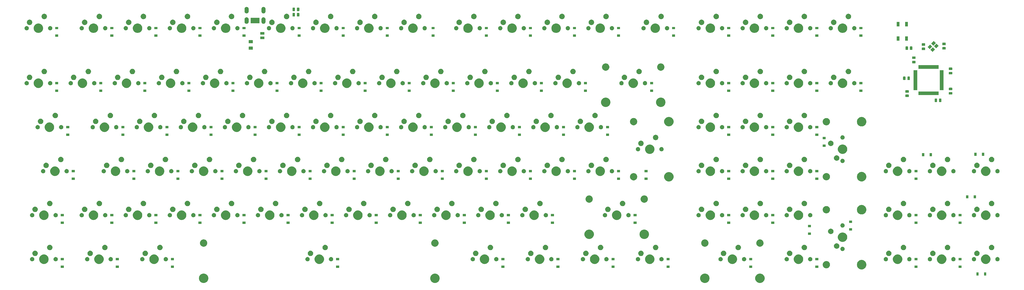
<source format=gbr>
G04 #@! TF.GenerationSoftware,KiCad,Pcbnew,5.1.2*
G04 #@! TF.CreationDate,2019-06-11T14:53:15+02:00*
G04 #@! TF.ProjectId,keyboard_layout_jopr,6b657962-6f61-4726-945f-6c61796f7574,rev?*
G04 #@! TF.SameCoordinates,Original*
G04 #@! TF.FileFunction,Soldermask,Bot*
G04 #@! TF.FilePolarity,Negative*
%FSLAX46Y46*%
G04 Gerber Fmt 4.6, Leading zero omitted, Abs format (unit mm)*
G04 Created by KiCad (PCBNEW 5.1.2) date 2019-06-11 14:53:15*
%MOMM*%
%LPD*%
G04 APERTURE LIST*
%ADD10C,0.100000*%
G04 APERTURE END LIST*
D10*
G36*
X97440324Y-131701184D02*
G01*
X97658324Y-131791483D01*
X97812473Y-131855333D01*
X98147398Y-132079123D01*
X98432227Y-132363952D01*
X98656017Y-132698877D01*
X98656017Y-132698878D01*
X98810166Y-133071026D01*
X98888750Y-133466094D01*
X98888750Y-133868906D01*
X98810166Y-134263974D01*
X98719867Y-134481974D01*
X98656017Y-134636123D01*
X98432227Y-134971048D01*
X98147398Y-135255877D01*
X97812473Y-135479667D01*
X97658324Y-135543517D01*
X97440324Y-135633816D01*
X97045256Y-135712400D01*
X96642444Y-135712400D01*
X96247376Y-135633816D01*
X96029376Y-135543517D01*
X95875227Y-135479667D01*
X95540302Y-135255877D01*
X95255473Y-134971048D01*
X95031683Y-134636123D01*
X94967833Y-134481974D01*
X94877534Y-134263974D01*
X94798950Y-133868906D01*
X94798950Y-133466094D01*
X94877534Y-133071026D01*
X95031683Y-132698878D01*
X95031683Y-132698877D01*
X95255473Y-132363952D01*
X95540302Y-132079123D01*
X95875227Y-131855333D01*
X96029376Y-131791483D01*
X96247376Y-131701184D01*
X96642444Y-131622600D01*
X97045256Y-131622600D01*
X97440324Y-131701184D01*
X97440324Y-131701184D01*
G37*
G36*
X314127724Y-131701184D02*
G01*
X314345724Y-131791483D01*
X314499873Y-131855333D01*
X314834798Y-132079123D01*
X315119627Y-132363952D01*
X315343417Y-132698877D01*
X315343417Y-132698878D01*
X315497566Y-133071026D01*
X315576150Y-133466094D01*
X315576150Y-133868906D01*
X315497566Y-134263974D01*
X315407267Y-134481974D01*
X315343417Y-134636123D01*
X315119627Y-134971048D01*
X314834798Y-135255877D01*
X314499873Y-135479667D01*
X314345724Y-135543517D01*
X314127724Y-135633816D01*
X313732656Y-135712400D01*
X313329844Y-135712400D01*
X312934776Y-135633816D01*
X312716776Y-135543517D01*
X312562627Y-135479667D01*
X312227702Y-135255877D01*
X311942873Y-134971048D01*
X311719083Y-134636123D01*
X311655233Y-134481974D01*
X311564934Y-134263974D01*
X311486350Y-133868906D01*
X311486350Y-133466094D01*
X311564934Y-133071026D01*
X311719083Y-132698878D01*
X311719083Y-132698877D01*
X311942873Y-132363952D01*
X312227702Y-132079123D01*
X312562627Y-131855333D01*
X312716776Y-131791483D01*
X312934776Y-131701184D01*
X313329844Y-131622600D01*
X313732656Y-131622600D01*
X314127724Y-131701184D01*
X314127724Y-131701184D01*
G37*
G36*
X337940224Y-131701184D02*
G01*
X338158224Y-131791483D01*
X338312373Y-131855333D01*
X338647298Y-132079123D01*
X338932127Y-132363952D01*
X339155917Y-132698877D01*
X339155917Y-132698878D01*
X339310066Y-133071026D01*
X339388650Y-133466094D01*
X339388650Y-133868906D01*
X339310066Y-134263974D01*
X339219767Y-134481974D01*
X339155917Y-134636123D01*
X338932127Y-134971048D01*
X338647298Y-135255877D01*
X338312373Y-135479667D01*
X338158224Y-135543517D01*
X337940224Y-135633816D01*
X337545156Y-135712400D01*
X337142344Y-135712400D01*
X336747276Y-135633816D01*
X336529276Y-135543517D01*
X336375127Y-135479667D01*
X336040202Y-135255877D01*
X335755373Y-134971048D01*
X335531583Y-134636123D01*
X335467733Y-134481974D01*
X335377434Y-134263974D01*
X335298850Y-133868906D01*
X335298850Y-133466094D01*
X335377434Y-133071026D01*
X335531583Y-132698878D01*
X335531583Y-132698877D01*
X335755373Y-132363952D01*
X336040202Y-132079123D01*
X336375127Y-131855333D01*
X336529276Y-131791483D01*
X336747276Y-131701184D01*
X337142344Y-131622600D01*
X337545156Y-131622600D01*
X337940224Y-131701184D01*
X337940224Y-131701184D01*
G37*
G36*
X197440124Y-131701184D02*
G01*
X197658124Y-131791483D01*
X197812273Y-131855333D01*
X198147198Y-132079123D01*
X198432027Y-132363952D01*
X198655817Y-132698877D01*
X198655817Y-132698878D01*
X198809966Y-133071026D01*
X198888550Y-133466094D01*
X198888550Y-133868906D01*
X198809966Y-134263974D01*
X198719667Y-134481974D01*
X198655817Y-134636123D01*
X198432027Y-134971048D01*
X198147198Y-135255877D01*
X197812273Y-135479667D01*
X197658124Y-135543517D01*
X197440124Y-135633816D01*
X197045056Y-135712400D01*
X196642244Y-135712400D01*
X196247176Y-135633816D01*
X196029176Y-135543517D01*
X195875027Y-135479667D01*
X195540102Y-135255877D01*
X195255273Y-134971048D01*
X195031483Y-134636123D01*
X194967633Y-134481974D01*
X194877334Y-134263974D01*
X194798750Y-133868906D01*
X194798750Y-133466094D01*
X194877334Y-133071026D01*
X195031483Y-132698878D01*
X195031483Y-132698877D01*
X195255273Y-132363952D01*
X195540102Y-132079123D01*
X195875027Y-131855333D01*
X196029176Y-131791483D01*
X196247176Y-131701184D01*
X196642244Y-131622600D01*
X197045056Y-131622600D01*
X197440124Y-131701184D01*
X197440124Y-131701184D01*
G37*
G36*
X435221000Y-132477000D02*
G01*
X434219000Y-132477000D01*
X434219000Y-131175000D01*
X435221000Y-131175000D01*
X435221000Y-132477000D01*
X435221000Y-132477000D01*
G37*
G36*
X431921000Y-132477000D02*
G01*
X430919000Y-132477000D01*
X430919000Y-131175000D01*
X431921000Y-131175000D01*
X431921000Y-132477000D01*
X431921000Y-132477000D01*
G37*
G36*
X381913974Y-125827434D02*
G01*
X382131974Y-125917733D01*
X382286123Y-125981583D01*
X382621048Y-126205373D01*
X382905877Y-126490202D01*
X383129667Y-126825127D01*
X383129667Y-126825128D01*
X383283816Y-127197276D01*
X383362400Y-127592344D01*
X383362400Y-127995156D01*
X383283816Y-128390224D01*
X383221863Y-128539791D01*
X383129667Y-128762373D01*
X382905877Y-129097298D01*
X382621048Y-129382127D01*
X382286123Y-129605917D01*
X382131974Y-129669767D01*
X381913974Y-129760066D01*
X381518906Y-129838650D01*
X381116094Y-129838650D01*
X380721026Y-129760066D01*
X380503026Y-129669767D01*
X380348877Y-129605917D01*
X380013952Y-129382127D01*
X379729123Y-129097298D01*
X379505333Y-128762373D01*
X379413137Y-128539791D01*
X379351184Y-128390224D01*
X379272600Y-127995156D01*
X379272600Y-127592344D01*
X379351184Y-127197276D01*
X379505333Y-126825128D01*
X379505333Y-126825127D01*
X379729123Y-126490202D01*
X380013952Y-126205373D01*
X380348877Y-125981583D01*
X380503026Y-125917733D01*
X380721026Y-125827434D01*
X381116094Y-125748850D01*
X381518906Y-125748850D01*
X381913974Y-125827434D01*
X381913974Y-125827434D01*
G37*
G36*
X366384767Y-126249013D02*
G01*
X366536911Y-126279276D01*
X366593980Y-126302915D01*
X366823541Y-126398002D01*
X366823542Y-126398003D01*
X367081504Y-126570367D01*
X367300883Y-126789746D01*
X367324524Y-126825128D01*
X367473248Y-127047709D01*
X367591974Y-127334340D01*
X367652500Y-127638625D01*
X367652500Y-127948875D01*
X367591974Y-128253160D01*
X367473248Y-128539791D01*
X367473247Y-128539792D01*
X367300883Y-128797754D01*
X367081504Y-129017133D01*
X366961528Y-129097298D01*
X366823541Y-129189498D01*
X366655637Y-129259046D01*
X366536911Y-129308224D01*
X366384767Y-129338487D01*
X366232625Y-129368750D01*
X365922375Y-129368750D01*
X365770233Y-129338487D01*
X365618089Y-129308224D01*
X365499363Y-129259046D01*
X365331459Y-129189498D01*
X365193472Y-129097298D01*
X365073496Y-129017133D01*
X364854117Y-128797754D01*
X364681753Y-128539792D01*
X364681752Y-128539791D01*
X364563026Y-128253160D01*
X364502500Y-127948875D01*
X364502500Y-127638625D01*
X364563026Y-127334340D01*
X364681752Y-127047709D01*
X364830476Y-126825128D01*
X364854117Y-126789746D01*
X365073496Y-126570367D01*
X365331458Y-126398003D01*
X365331459Y-126398002D01*
X365561020Y-126302915D01*
X365618089Y-126279276D01*
X365770233Y-126249013D01*
X365922375Y-126218750D01*
X366232625Y-126218750D01*
X366384767Y-126249013D01*
X366384767Y-126249013D01*
G37*
G36*
X274494750Y-129151000D02*
G01*
X273192750Y-129151000D01*
X273192750Y-128149000D01*
X274494750Y-128149000D01*
X274494750Y-129151000D01*
X274494750Y-129151000D01*
G37*
G36*
X298307250Y-129151000D02*
G01*
X297005250Y-129151000D01*
X297005250Y-128149000D01*
X298307250Y-128149000D01*
X298307250Y-129151000D01*
X298307250Y-129151000D01*
G37*
G36*
X334026000Y-129151000D02*
G01*
X332724000Y-129151000D01*
X332724000Y-128149000D01*
X334026000Y-128149000D01*
X334026000Y-129151000D01*
X334026000Y-129151000D01*
G37*
G36*
X36369750Y-129151000D02*
G01*
X35067750Y-129151000D01*
X35067750Y-128149000D01*
X36369750Y-128149000D01*
X36369750Y-129151000D01*
X36369750Y-129151000D01*
G37*
G36*
X60182250Y-129151000D02*
G01*
X58880250Y-129151000D01*
X58880250Y-128149000D01*
X60182250Y-128149000D01*
X60182250Y-129151000D01*
X60182250Y-129151000D01*
G37*
G36*
X83994750Y-129151000D02*
G01*
X82692750Y-129151000D01*
X82692750Y-128149000D01*
X83994750Y-128149000D01*
X83994750Y-129151000D01*
X83994750Y-129151000D01*
G37*
G36*
X155432250Y-129151000D02*
G01*
X154130250Y-129151000D01*
X154130250Y-128149000D01*
X155432250Y-128149000D01*
X155432250Y-129151000D01*
X155432250Y-129151000D01*
G37*
G36*
X226869750Y-129151000D02*
G01*
X225567750Y-129151000D01*
X225567750Y-128149000D01*
X226869750Y-128149000D01*
X226869750Y-129151000D01*
X226869750Y-129151000D01*
G37*
G36*
X250682250Y-129151000D02*
G01*
X249380250Y-129151000D01*
X249380250Y-128149000D01*
X250682250Y-128149000D01*
X250682250Y-129151000D01*
X250682250Y-129151000D01*
G37*
G36*
X362601000Y-129151000D02*
G01*
X361299000Y-129151000D01*
X361299000Y-128149000D01*
X362601000Y-128149000D01*
X362601000Y-129151000D01*
X362601000Y-129151000D01*
G37*
G36*
X405463500Y-129151000D02*
G01*
X404161500Y-129151000D01*
X404161500Y-128149000D01*
X405463500Y-128149000D01*
X405463500Y-129151000D01*
X405463500Y-129151000D01*
G37*
G36*
X424513500Y-129151000D02*
G01*
X423211500Y-129151000D01*
X423211500Y-128149000D01*
X424513500Y-128149000D01*
X424513500Y-129151000D01*
X424513500Y-129151000D01*
G37*
G36*
X354608974Y-123446184D02*
G01*
X354826974Y-123536483D01*
X354981123Y-123600333D01*
X355316048Y-123824123D01*
X355600877Y-124108952D01*
X355824667Y-124443877D01*
X355857062Y-124522086D01*
X355978816Y-124816026D01*
X356057400Y-125211094D01*
X356057400Y-125613906D01*
X355978816Y-126008974D01*
X355927951Y-126131772D01*
X355824667Y-126381123D01*
X355600877Y-126716048D01*
X355316048Y-127000877D01*
X354981123Y-127224667D01*
X354826974Y-127288517D01*
X354608974Y-127378816D01*
X354213906Y-127457400D01*
X353811094Y-127457400D01*
X353416026Y-127378816D01*
X353198026Y-127288517D01*
X353043877Y-127224667D01*
X352708952Y-127000877D01*
X352424123Y-126716048D01*
X352200333Y-126381123D01*
X352097049Y-126131772D01*
X352046184Y-126008974D01*
X351967600Y-125613906D01*
X351967600Y-125211094D01*
X352046184Y-124816026D01*
X352167938Y-124522086D01*
X352200333Y-124443877D01*
X352424123Y-124108952D01*
X352708952Y-123824123D01*
X353043877Y-123600333D01*
X353198026Y-123536483D01*
X353416026Y-123446184D01*
X353811094Y-123367600D01*
X354213906Y-123367600D01*
X354608974Y-123446184D01*
X354608974Y-123446184D01*
G37*
G36*
X28377724Y-123446184D02*
G01*
X28595724Y-123536483D01*
X28749873Y-123600333D01*
X29084798Y-123824123D01*
X29369627Y-124108952D01*
X29593417Y-124443877D01*
X29625812Y-124522086D01*
X29747566Y-124816026D01*
X29826150Y-125211094D01*
X29826150Y-125613906D01*
X29747566Y-126008974D01*
X29696701Y-126131772D01*
X29593417Y-126381123D01*
X29369627Y-126716048D01*
X29084798Y-127000877D01*
X28749873Y-127224667D01*
X28595724Y-127288517D01*
X28377724Y-127378816D01*
X27982656Y-127457400D01*
X27579844Y-127457400D01*
X27184776Y-127378816D01*
X26966776Y-127288517D01*
X26812627Y-127224667D01*
X26477702Y-127000877D01*
X26192873Y-126716048D01*
X25969083Y-126381123D01*
X25865799Y-126131772D01*
X25814934Y-126008974D01*
X25736350Y-125613906D01*
X25736350Y-125211094D01*
X25814934Y-124816026D01*
X25936688Y-124522086D01*
X25969083Y-124443877D01*
X26192873Y-124108952D01*
X26477702Y-123824123D01*
X26812627Y-123600333D01*
X26966776Y-123536483D01*
X27184776Y-123446184D01*
X27579844Y-123367600D01*
X27982656Y-123367600D01*
X28377724Y-123446184D01*
X28377724Y-123446184D01*
G37*
G36*
X52190224Y-123446184D02*
G01*
X52408224Y-123536483D01*
X52562373Y-123600333D01*
X52897298Y-123824123D01*
X53182127Y-124108952D01*
X53405917Y-124443877D01*
X53438312Y-124522086D01*
X53560066Y-124816026D01*
X53638650Y-125211094D01*
X53638650Y-125613906D01*
X53560066Y-126008974D01*
X53509201Y-126131772D01*
X53405917Y-126381123D01*
X53182127Y-126716048D01*
X52897298Y-127000877D01*
X52562373Y-127224667D01*
X52408224Y-127288517D01*
X52190224Y-127378816D01*
X51795156Y-127457400D01*
X51392344Y-127457400D01*
X50997276Y-127378816D01*
X50779276Y-127288517D01*
X50625127Y-127224667D01*
X50290202Y-127000877D01*
X50005373Y-126716048D01*
X49781583Y-126381123D01*
X49678299Y-126131772D01*
X49627434Y-126008974D01*
X49548850Y-125613906D01*
X49548850Y-125211094D01*
X49627434Y-124816026D01*
X49749188Y-124522086D01*
X49781583Y-124443877D01*
X50005373Y-124108952D01*
X50290202Y-123824123D01*
X50625127Y-123600333D01*
X50779276Y-123536483D01*
X50997276Y-123446184D01*
X51392344Y-123367600D01*
X51795156Y-123367600D01*
X52190224Y-123446184D01*
X52190224Y-123446184D01*
G37*
G36*
X76002724Y-123446184D02*
G01*
X76220724Y-123536483D01*
X76374873Y-123600333D01*
X76709798Y-123824123D01*
X76994627Y-124108952D01*
X77218417Y-124443877D01*
X77250812Y-124522086D01*
X77372566Y-124816026D01*
X77451150Y-125211094D01*
X77451150Y-125613906D01*
X77372566Y-126008974D01*
X77321701Y-126131772D01*
X77218417Y-126381123D01*
X76994627Y-126716048D01*
X76709798Y-127000877D01*
X76374873Y-127224667D01*
X76220724Y-127288517D01*
X76002724Y-127378816D01*
X75607656Y-127457400D01*
X75204844Y-127457400D01*
X74809776Y-127378816D01*
X74591776Y-127288517D01*
X74437627Y-127224667D01*
X74102702Y-127000877D01*
X73817873Y-126716048D01*
X73594083Y-126381123D01*
X73490799Y-126131772D01*
X73439934Y-126008974D01*
X73361350Y-125613906D01*
X73361350Y-125211094D01*
X73439934Y-124816026D01*
X73561688Y-124522086D01*
X73594083Y-124443877D01*
X73817873Y-124108952D01*
X74102702Y-123824123D01*
X74437627Y-123600333D01*
X74591776Y-123536483D01*
X74809776Y-123446184D01*
X75204844Y-123367600D01*
X75607656Y-123367600D01*
X76002724Y-123446184D01*
X76002724Y-123446184D01*
G37*
G36*
X397471474Y-123446184D02*
G01*
X397689474Y-123536483D01*
X397843623Y-123600333D01*
X398178548Y-123824123D01*
X398463377Y-124108952D01*
X398687167Y-124443877D01*
X398719562Y-124522086D01*
X398841316Y-124816026D01*
X398919900Y-125211094D01*
X398919900Y-125613906D01*
X398841316Y-126008974D01*
X398790451Y-126131772D01*
X398687167Y-126381123D01*
X398463377Y-126716048D01*
X398178548Y-127000877D01*
X397843623Y-127224667D01*
X397689474Y-127288517D01*
X397471474Y-127378816D01*
X397076406Y-127457400D01*
X396673594Y-127457400D01*
X396278526Y-127378816D01*
X396060526Y-127288517D01*
X395906377Y-127224667D01*
X395571452Y-127000877D01*
X395286623Y-126716048D01*
X395062833Y-126381123D01*
X394959549Y-126131772D01*
X394908684Y-126008974D01*
X394830100Y-125613906D01*
X394830100Y-125211094D01*
X394908684Y-124816026D01*
X395030438Y-124522086D01*
X395062833Y-124443877D01*
X395286623Y-124108952D01*
X395571452Y-123824123D01*
X395906377Y-123600333D01*
X396060526Y-123536483D01*
X396278526Y-123446184D01*
X396673594Y-123367600D01*
X397076406Y-123367600D01*
X397471474Y-123446184D01*
X397471474Y-123446184D01*
G37*
G36*
X416521474Y-123446184D02*
G01*
X416739474Y-123536483D01*
X416893623Y-123600333D01*
X417228548Y-123824123D01*
X417513377Y-124108952D01*
X417737167Y-124443877D01*
X417769562Y-124522086D01*
X417891316Y-124816026D01*
X417969900Y-125211094D01*
X417969900Y-125613906D01*
X417891316Y-126008974D01*
X417840451Y-126131772D01*
X417737167Y-126381123D01*
X417513377Y-126716048D01*
X417228548Y-127000877D01*
X416893623Y-127224667D01*
X416739474Y-127288517D01*
X416521474Y-127378816D01*
X416126406Y-127457400D01*
X415723594Y-127457400D01*
X415328526Y-127378816D01*
X415110526Y-127288517D01*
X414956377Y-127224667D01*
X414621452Y-127000877D01*
X414336623Y-126716048D01*
X414112833Y-126381123D01*
X414009549Y-126131772D01*
X413958684Y-126008974D01*
X413880100Y-125613906D01*
X413880100Y-125211094D01*
X413958684Y-124816026D01*
X414080438Y-124522086D01*
X414112833Y-124443877D01*
X414336623Y-124108952D01*
X414621452Y-123824123D01*
X414956377Y-123600333D01*
X415110526Y-123536483D01*
X415328526Y-123446184D01*
X415723594Y-123367600D01*
X416126406Y-123367600D01*
X416521474Y-123446184D01*
X416521474Y-123446184D01*
G37*
G36*
X435571474Y-123446184D02*
G01*
X435789474Y-123536483D01*
X435943623Y-123600333D01*
X436278548Y-123824123D01*
X436563377Y-124108952D01*
X436787167Y-124443877D01*
X436819562Y-124522086D01*
X436941316Y-124816026D01*
X437019900Y-125211094D01*
X437019900Y-125613906D01*
X436941316Y-126008974D01*
X436890451Y-126131772D01*
X436787167Y-126381123D01*
X436563377Y-126716048D01*
X436278548Y-127000877D01*
X435943623Y-127224667D01*
X435789474Y-127288517D01*
X435571474Y-127378816D01*
X435176406Y-127457400D01*
X434773594Y-127457400D01*
X434378526Y-127378816D01*
X434160526Y-127288517D01*
X434006377Y-127224667D01*
X433671452Y-127000877D01*
X433386623Y-126716048D01*
X433162833Y-126381123D01*
X433059549Y-126131772D01*
X433008684Y-126008974D01*
X432930100Y-125613906D01*
X432930100Y-125211094D01*
X433008684Y-124816026D01*
X433130438Y-124522086D01*
X433162833Y-124443877D01*
X433386623Y-124108952D01*
X433671452Y-123824123D01*
X434006377Y-123600333D01*
X434160526Y-123536483D01*
X434378526Y-123446184D01*
X434773594Y-123367600D01*
X435176406Y-123367600D01*
X435571474Y-123446184D01*
X435571474Y-123446184D01*
G37*
G36*
X326033974Y-123446184D02*
G01*
X326251974Y-123536483D01*
X326406123Y-123600333D01*
X326741048Y-123824123D01*
X327025877Y-124108952D01*
X327249667Y-124443877D01*
X327282062Y-124522086D01*
X327403816Y-124816026D01*
X327482400Y-125211094D01*
X327482400Y-125613906D01*
X327403816Y-126008974D01*
X327352951Y-126131772D01*
X327249667Y-126381123D01*
X327025877Y-126716048D01*
X326741048Y-127000877D01*
X326406123Y-127224667D01*
X326251974Y-127288517D01*
X326033974Y-127378816D01*
X325638906Y-127457400D01*
X325236094Y-127457400D01*
X324841026Y-127378816D01*
X324623026Y-127288517D01*
X324468877Y-127224667D01*
X324133952Y-127000877D01*
X323849123Y-126716048D01*
X323625333Y-126381123D01*
X323522049Y-126131772D01*
X323471184Y-126008974D01*
X323392600Y-125613906D01*
X323392600Y-125211094D01*
X323471184Y-124816026D01*
X323592938Y-124522086D01*
X323625333Y-124443877D01*
X323849123Y-124108952D01*
X324133952Y-123824123D01*
X324468877Y-123600333D01*
X324623026Y-123536483D01*
X324841026Y-123446184D01*
X325236094Y-123367600D01*
X325638906Y-123367600D01*
X326033974Y-123446184D01*
X326033974Y-123446184D01*
G37*
G36*
X290315224Y-123446184D02*
G01*
X290533224Y-123536483D01*
X290687373Y-123600333D01*
X291022298Y-123824123D01*
X291307127Y-124108952D01*
X291530917Y-124443877D01*
X291563312Y-124522086D01*
X291685066Y-124816026D01*
X291763650Y-125211094D01*
X291763650Y-125613906D01*
X291685066Y-126008974D01*
X291634201Y-126131772D01*
X291530917Y-126381123D01*
X291307127Y-126716048D01*
X291022298Y-127000877D01*
X290687373Y-127224667D01*
X290533224Y-127288517D01*
X290315224Y-127378816D01*
X289920156Y-127457400D01*
X289517344Y-127457400D01*
X289122276Y-127378816D01*
X288904276Y-127288517D01*
X288750127Y-127224667D01*
X288415202Y-127000877D01*
X288130373Y-126716048D01*
X287906583Y-126381123D01*
X287803299Y-126131772D01*
X287752434Y-126008974D01*
X287673850Y-125613906D01*
X287673850Y-125211094D01*
X287752434Y-124816026D01*
X287874188Y-124522086D01*
X287906583Y-124443877D01*
X288130373Y-124108952D01*
X288415202Y-123824123D01*
X288750127Y-123600333D01*
X288904276Y-123536483D01*
X289122276Y-123446184D01*
X289517344Y-123367600D01*
X289920156Y-123367600D01*
X290315224Y-123446184D01*
X290315224Y-123446184D01*
G37*
G36*
X147440224Y-123446184D02*
G01*
X147658224Y-123536483D01*
X147812373Y-123600333D01*
X148147298Y-123824123D01*
X148432127Y-124108952D01*
X148655917Y-124443877D01*
X148688312Y-124522086D01*
X148810066Y-124816026D01*
X148888650Y-125211094D01*
X148888650Y-125613906D01*
X148810066Y-126008974D01*
X148759201Y-126131772D01*
X148655917Y-126381123D01*
X148432127Y-126716048D01*
X148147298Y-127000877D01*
X147812373Y-127224667D01*
X147658224Y-127288517D01*
X147440224Y-127378816D01*
X147045156Y-127457400D01*
X146642344Y-127457400D01*
X146247276Y-127378816D01*
X146029276Y-127288517D01*
X145875127Y-127224667D01*
X145540202Y-127000877D01*
X145255373Y-126716048D01*
X145031583Y-126381123D01*
X144928299Y-126131772D01*
X144877434Y-126008974D01*
X144798850Y-125613906D01*
X144798850Y-125211094D01*
X144877434Y-124816026D01*
X144999188Y-124522086D01*
X145031583Y-124443877D01*
X145255373Y-124108952D01*
X145540202Y-123824123D01*
X145875127Y-123600333D01*
X146029276Y-123536483D01*
X146247276Y-123446184D01*
X146642344Y-123367600D01*
X147045156Y-123367600D01*
X147440224Y-123446184D01*
X147440224Y-123446184D01*
G37*
G36*
X266502724Y-123446184D02*
G01*
X266720724Y-123536483D01*
X266874873Y-123600333D01*
X267209798Y-123824123D01*
X267494627Y-124108952D01*
X267718417Y-124443877D01*
X267750812Y-124522086D01*
X267872566Y-124816026D01*
X267951150Y-125211094D01*
X267951150Y-125613906D01*
X267872566Y-126008974D01*
X267821701Y-126131772D01*
X267718417Y-126381123D01*
X267494627Y-126716048D01*
X267209798Y-127000877D01*
X266874873Y-127224667D01*
X266720724Y-127288517D01*
X266502724Y-127378816D01*
X266107656Y-127457400D01*
X265704844Y-127457400D01*
X265309776Y-127378816D01*
X265091776Y-127288517D01*
X264937627Y-127224667D01*
X264602702Y-127000877D01*
X264317873Y-126716048D01*
X264094083Y-126381123D01*
X263990799Y-126131772D01*
X263939934Y-126008974D01*
X263861350Y-125613906D01*
X263861350Y-125211094D01*
X263939934Y-124816026D01*
X264061688Y-124522086D01*
X264094083Y-124443877D01*
X264317873Y-124108952D01*
X264602702Y-123824123D01*
X264937627Y-123600333D01*
X265091776Y-123536483D01*
X265309776Y-123446184D01*
X265704844Y-123367600D01*
X266107656Y-123367600D01*
X266502724Y-123446184D01*
X266502724Y-123446184D01*
G37*
G36*
X242690224Y-123446184D02*
G01*
X242908224Y-123536483D01*
X243062373Y-123600333D01*
X243397298Y-123824123D01*
X243682127Y-124108952D01*
X243905917Y-124443877D01*
X243938312Y-124522086D01*
X244060066Y-124816026D01*
X244138650Y-125211094D01*
X244138650Y-125613906D01*
X244060066Y-126008974D01*
X244009201Y-126131772D01*
X243905917Y-126381123D01*
X243682127Y-126716048D01*
X243397298Y-127000877D01*
X243062373Y-127224667D01*
X242908224Y-127288517D01*
X242690224Y-127378816D01*
X242295156Y-127457400D01*
X241892344Y-127457400D01*
X241497276Y-127378816D01*
X241279276Y-127288517D01*
X241125127Y-127224667D01*
X240790202Y-127000877D01*
X240505373Y-126716048D01*
X240281583Y-126381123D01*
X240178299Y-126131772D01*
X240127434Y-126008974D01*
X240048850Y-125613906D01*
X240048850Y-125211094D01*
X240127434Y-124816026D01*
X240249188Y-124522086D01*
X240281583Y-124443877D01*
X240505373Y-124108952D01*
X240790202Y-123824123D01*
X241125127Y-123600333D01*
X241279276Y-123536483D01*
X241497276Y-123446184D01*
X241892344Y-123367600D01*
X242295156Y-123367600D01*
X242690224Y-123446184D01*
X242690224Y-123446184D01*
G37*
G36*
X218877724Y-123446184D02*
G01*
X219095724Y-123536483D01*
X219249873Y-123600333D01*
X219584798Y-123824123D01*
X219869627Y-124108952D01*
X220093417Y-124443877D01*
X220125812Y-124522086D01*
X220247566Y-124816026D01*
X220326150Y-125211094D01*
X220326150Y-125613906D01*
X220247566Y-126008974D01*
X220196701Y-126131772D01*
X220093417Y-126381123D01*
X219869627Y-126716048D01*
X219584798Y-127000877D01*
X219249873Y-127224667D01*
X219095724Y-127288517D01*
X218877724Y-127378816D01*
X218482656Y-127457400D01*
X218079844Y-127457400D01*
X217684776Y-127378816D01*
X217466776Y-127288517D01*
X217312627Y-127224667D01*
X216977702Y-127000877D01*
X216692873Y-126716048D01*
X216469083Y-126381123D01*
X216365799Y-126131772D01*
X216314934Y-126008974D01*
X216236350Y-125613906D01*
X216236350Y-125211094D01*
X216314934Y-124816026D01*
X216436688Y-124522086D01*
X216469083Y-124443877D01*
X216692873Y-124108952D01*
X216977702Y-123824123D01*
X217312627Y-123600333D01*
X217466776Y-123536483D01*
X217684776Y-123446184D01*
X218079844Y-123367600D01*
X218482656Y-123367600D01*
X218877724Y-123446184D01*
X218877724Y-123446184D01*
G37*
G36*
X46783854Y-124522085D02*
G01*
X46952376Y-124591889D01*
X47104041Y-124693228D01*
X47233022Y-124822209D01*
X47334361Y-124973874D01*
X47404165Y-125142396D01*
X47439750Y-125321297D01*
X47439750Y-125503703D01*
X47404165Y-125682604D01*
X47334361Y-125851126D01*
X47233022Y-126002791D01*
X47104041Y-126131772D01*
X46952376Y-126233111D01*
X46783854Y-126302915D01*
X46604953Y-126338500D01*
X46422547Y-126338500D01*
X46243646Y-126302915D01*
X46075124Y-126233111D01*
X45923459Y-126131772D01*
X45794478Y-126002791D01*
X45693139Y-125851126D01*
X45623335Y-125682604D01*
X45587750Y-125503703D01*
X45587750Y-125321297D01*
X45623335Y-125142396D01*
X45693139Y-124973874D01*
X45794478Y-124822209D01*
X45923459Y-124693228D01*
X46075124Y-124591889D01*
X46243646Y-124522085D01*
X46422547Y-124486500D01*
X46604953Y-124486500D01*
X46783854Y-124522085D01*
X46783854Y-124522085D01*
G37*
G36*
X359362604Y-124522085D02*
G01*
X359531126Y-124591889D01*
X359682791Y-124693228D01*
X359811772Y-124822209D01*
X359913111Y-124973874D01*
X359982915Y-125142396D01*
X360018500Y-125321297D01*
X360018500Y-125503703D01*
X359982915Y-125682604D01*
X359913111Y-125851126D01*
X359811772Y-126002791D01*
X359682791Y-126131772D01*
X359531126Y-126233111D01*
X359362604Y-126302915D01*
X359183703Y-126338500D01*
X359001297Y-126338500D01*
X358822396Y-126302915D01*
X358653874Y-126233111D01*
X358502209Y-126131772D01*
X358373228Y-126002791D01*
X358271889Y-125851126D01*
X358202085Y-125682604D01*
X358166500Y-125503703D01*
X358166500Y-125321297D01*
X358202085Y-125142396D01*
X358271889Y-124973874D01*
X358373228Y-124822209D01*
X358502209Y-124693228D01*
X358653874Y-124591889D01*
X358822396Y-124522085D01*
X359001297Y-124486500D01*
X359183703Y-124486500D01*
X359362604Y-124522085D01*
X359362604Y-124522085D01*
G37*
G36*
X330787604Y-124522085D02*
G01*
X330956126Y-124591889D01*
X331107791Y-124693228D01*
X331236772Y-124822209D01*
X331338111Y-124973874D01*
X331407915Y-125142396D01*
X331443500Y-125321297D01*
X331443500Y-125503703D01*
X331407915Y-125682604D01*
X331338111Y-125851126D01*
X331236772Y-126002791D01*
X331107791Y-126131772D01*
X330956126Y-126233111D01*
X330787604Y-126302915D01*
X330608703Y-126338500D01*
X330426297Y-126338500D01*
X330247396Y-126302915D01*
X330078874Y-126233111D01*
X329927209Y-126131772D01*
X329798228Y-126002791D01*
X329696889Y-125851126D01*
X329627085Y-125682604D01*
X329591500Y-125503703D01*
X329591500Y-125321297D01*
X329627085Y-125142396D01*
X329696889Y-124973874D01*
X329798228Y-124822209D01*
X329927209Y-124693228D01*
X330078874Y-124591889D01*
X330247396Y-124522085D01*
X330426297Y-124486500D01*
X330608703Y-124486500D01*
X330787604Y-124522085D01*
X330787604Y-124522085D01*
G37*
G36*
X411115104Y-124522085D02*
G01*
X411283626Y-124591889D01*
X411435291Y-124693228D01*
X411564272Y-124822209D01*
X411665611Y-124973874D01*
X411735415Y-125142396D01*
X411771000Y-125321297D01*
X411771000Y-125503703D01*
X411735415Y-125682604D01*
X411665611Y-125851126D01*
X411564272Y-126002791D01*
X411435291Y-126131772D01*
X411283626Y-126233111D01*
X411115104Y-126302915D01*
X410936203Y-126338500D01*
X410753797Y-126338500D01*
X410574896Y-126302915D01*
X410406374Y-126233111D01*
X410254709Y-126131772D01*
X410125728Y-126002791D01*
X410024389Y-125851126D01*
X409954585Y-125682604D01*
X409919000Y-125503703D01*
X409919000Y-125321297D01*
X409954585Y-125142396D01*
X410024389Y-124973874D01*
X410125728Y-124822209D01*
X410254709Y-124693228D01*
X410406374Y-124591889D01*
X410574896Y-124522085D01*
X410753797Y-124486500D01*
X410936203Y-124486500D01*
X411115104Y-124522085D01*
X411115104Y-124522085D01*
G37*
G36*
X22971354Y-124522085D02*
G01*
X23139876Y-124591889D01*
X23291541Y-124693228D01*
X23420522Y-124822209D01*
X23521861Y-124973874D01*
X23591665Y-125142396D01*
X23627250Y-125321297D01*
X23627250Y-125503703D01*
X23591665Y-125682604D01*
X23521861Y-125851126D01*
X23420522Y-126002791D01*
X23291541Y-126131772D01*
X23139876Y-126233111D01*
X22971354Y-126302915D01*
X22792453Y-126338500D01*
X22610047Y-126338500D01*
X22431146Y-126302915D01*
X22262624Y-126233111D01*
X22110959Y-126131772D01*
X21981978Y-126002791D01*
X21880639Y-125851126D01*
X21810835Y-125682604D01*
X21775250Y-125503703D01*
X21775250Y-125321297D01*
X21810835Y-125142396D01*
X21880639Y-124973874D01*
X21981978Y-124822209D01*
X22110959Y-124693228D01*
X22262624Y-124591889D01*
X22431146Y-124522085D01*
X22610047Y-124486500D01*
X22792453Y-124486500D01*
X22971354Y-124522085D01*
X22971354Y-124522085D01*
G37*
G36*
X213471354Y-124522085D02*
G01*
X213639876Y-124591889D01*
X213791541Y-124693228D01*
X213920522Y-124822209D01*
X214021861Y-124973874D01*
X214091665Y-125142396D01*
X214127250Y-125321297D01*
X214127250Y-125503703D01*
X214091665Y-125682604D01*
X214021861Y-125851126D01*
X213920522Y-126002791D01*
X213791541Y-126131772D01*
X213639876Y-126233111D01*
X213471354Y-126302915D01*
X213292453Y-126338500D01*
X213110047Y-126338500D01*
X212931146Y-126302915D01*
X212762624Y-126233111D01*
X212610959Y-126131772D01*
X212481978Y-126002791D01*
X212380639Y-125851126D01*
X212310835Y-125682604D01*
X212275250Y-125503703D01*
X212275250Y-125321297D01*
X212310835Y-125142396D01*
X212380639Y-124973874D01*
X212481978Y-124822209D01*
X212610959Y-124693228D01*
X212762624Y-124591889D01*
X212931146Y-124522085D01*
X213110047Y-124486500D01*
X213292453Y-124486500D01*
X213471354Y-124522085D01*
X213471354Y-124522085D01*
G37*
G36*
X223631354Y-124522085D02*
G01*
X223799876Y-124591889D01*
X223951541Y-124693228D01*
X224080522Y-124822209D01*
X224181861Y-124973874D01*
X224251665Y-125142396D01*
X224287250Y-125321297D01*
X224287250Y-125503703D01*
X224251665Y-125682604D01*
X224181861Y-125851126D01*
X224080522Y-126002791D01*
X223951541Y-126131772D01*
X223799876Y-126233111D01*
X223631354Y-126302915D01*
X223452453Y-126338500D01*
X223270047Y-126338500D01*
X223091146Y-126302915D01*
X222922624Y-126233111D01*
X222770959Y-126131772D01*
X222641978Y-126002791D01*
X222540639Y-125851126D01*
X222470835Y-125682604D01*
X222435250Y-125503703D01*
X222435250Y-125321297D01*
X222470835Y-125142396D01*
X222540639Y-124973874D01*
X222641978Y-124822209D01*
X222770959Y-124693228D01*
X222922624Y-124591889D01*
X223091146Y-124522085D01*
X223270047Y-124486500D01*
X223452453Y-124486500D01*
X223631354Y-124522085D01*
X223631354Y-124522085D01*
G37*
G36*
X392065104Y-124522085D02*
G01*
X392233626Y-124591889D01*
X392385291Y-124693228D01*
X392514272Y-124822209D01*
X392615611Y-124973874D01*
X392685415Y-125142396D01*
X392721000Y-125321297D01*
X392721000Y-125503703D01*
X392685415Y-125682604D01*
X392615611Y-125851126D01*
X392514272Y-126002791D01*
X392385291Y-126131772D01*
X392233626Y-126233111D01*
X392065104Y-126302915D01*
X391886203Y-126338500D01*
X391703797Y-126338500D01*
X391524896Y-126302915D01*
X391356374Y-126233111D01*
X391204709Y-126131772D01*
X391075728Y-126002791D01*
X390974389Y-125851126D01*
X390904585Y-125682604D01*
X390869000Y-125503703D01*
X390869000Y-125321297D01*
X390904585Y-125142396D01*
X390974389Y-124973874D01*
X391075728Y-124822209D01*
X391204709Y-124693228D01*
X391356374Y-124591889D01*
X391524896Y-124522085D01*
X391703797Y-124486500D01*
X391886203Y-124486500D01*
X392065104Y-124522085D01*
X392065104Y-124522085D01*
G37*
G36*
X402225104Y-124522085D02*
G01*
X402393626Y-124591889D01*
X402545291Y-124693228D01*
X402674272Y-124822209D01*
X402775611Y-124973874D01*
X402845415Y-125142396D01*
X402881000Y-125321297D01*
X402881000Y-125503703D01*
X402845415Y-125682604D01*
X402775611Y-125851126D01*
X402674272Y-126002791D01*
X402545291Y-126131772D01*
X402393626Y-126233111D01*
X402225104Y-126302915D01*
X402046203Y-126338500D01*
X401863797Y-126338500D01*
X401684896Y-126302915D01*
X401516374Y-126233111D01*
X401364709Y-126131772D01*
X401235728Y-126002791D01*
X401134389Y-125851126D01*
X401064585Y-125682604D01*
X401029000Y-125503703D01*
X401029000Y-125321297D01*
X401064585Y-125142396D01*
X401134389Y-124973874D01*
X401235728Y-124822209D01*
X401364709Y-124693228D01*
X401516374Y-124591889D01*
X401684896Y-124522085D01*
X401863797Y-124486500D01*
X402046203Y-124486500D01*
X402225104Y-124522085D01*
X402225104Y-124522085D01*
G37*
G36*
X237283854Y-124522085D02*
G01*
X237452376Y-124591889D01*
X237604041Y-124693228D01*
X237733022Y-124822209D01*
X237834361Y-124973874D01*
X237904165Y-125142396D01*
X237939750Y-125321297D01*
X237939750Y-125503703D01*
X237904165Y-125682604D01*
X237834361Y-125851126D01*
X237733022Y-126002791D01*
X237604041Y-126131772D01*
X237452376Y-126233111D01*
X237283854Y-126302915D01*
X237104953Y-126338500D01*
X236922547Y-126338500D01*
X236743646Y-126302915D01*
X236575124Y-126233111D01*
X236423459Y-126131772D01*
X236294478Y-126002791D01*
X236193139Y-125851126D01*
X236123335Y-125682604D01*
X236087750Y-125503703D01*
X236087750Y-125321297D01*
X236123335Y-125142396D01*
X236193139Y-124973874D01*
X236294478Y-124822209D01*
X236423459Y-124693228D01*
X236575124Y-124591889D01*
X236743646Y-124522085D01*
X236922547Y-124486500D01*
X237104953Y-124486500D01*
X237283854Y-124522085D01*
X237283854Y-124522085D01*
G37*
G36*
X349202604Y-124522085D02*
G01*
X349371126Y-124591889D01*
X349522791Y-124693228D01*
X349651772Y-124822209D01*
X349753111Y-124973874D01*
X349822915Y-125142396D01*
X349858500Y-125321297D01*
X349858500Y-125503703D01*
X349822915Y-125682604D01*
X349753111Y-125851126D01*
X349651772Y-126002791D01*
X349522791Y-126131772D01*
X349371126Y-126233111D01*
X349202604Y-126302915D01*
X349023703Y-126338500D01*
X348841297Y-126338500D01*
X348662396Y-126302915D01*
X348493874Y-126233111D01*
X348342209Y-126131772D01*
X348213228Y-126002791D01*
X348111889Y-125851126D01*
X348042085Y-125682604D01*
X348006500Y-125503703D01*
X348006500Y-125321297D01*
X348042085Y-125142396D01*
X348111889Y-124973874D01*
X348213228Y-124822209D01*
X348342209Y-124693228D01*
X348493874Y-124591889D01*
X348662396Y-124522085D01*
X348841297Y-124486500D01*
X349023703Y-124486500D01*
X349202604Y-124522085D01*
X349202604Y-124522085D01*
G37*
G36*
X247443854Y-124522085D02*
G01*
X247612376Y-124591889D01*
X247764041Y-124693228D01*
X247893022Y-124822209D01*
X247994361Y-124973874D01*
X248064165Y-125142396D01*
X248099750Y-125321297D01*
X248099750Y-125503703D01*
X248064165Y-125682604D01*
X247994361Y-125851126D01*
X247893022Y-126002791D01*
X247764041Y-126131772D01*
X247612376Y-126233111D01*
X247443854Y-126302915D01*
X247264953Y-126338500D01*
X247082547Y-126338500D01*
X246903646Y-126302915D01*
X246735124Y-126233111D01*
X246583459Y-126131772D01*
X246454478Y-126002791D01*
X246353139Y-125851126D01*
X246283335Y-125682604D01*
X246247750Y-125503703D01*
X246247750Y-125321297D01*
X246283335Y-125142396D01*
X246353139Y-124973874D01*
X246454478Y-124822209D01*
X246583459Y-124693228D01*
X246735124Y-124591889D01*
X246903646Y-124522085D01*
X247082547Y-124486500D01*
X247264953Y-124486500D01*
X247443854Y-124522085D01*
X247443854Y-124522085D01*
G37*
G36*
X33131354Y-124522085D02*
G01*
X33299876Y-124591889D01*
X33451541Y-124693228D01*
X33580522Y-124822209D01*
X33681861Y-124973874D01*
X33751665Y-125142396D01*
X33787250Y-125321297D01*
X33787250Y-125503703D01*
X33751665Y-125682604D01*
X33681861Y-125851126D01*
X33580522Y-126002791D01*
X33451541Y-126131772D01*
X33299876Y-126233111D01*
X33131354Y-126302915D01*
X32952453Y-126338500D01*
X32770047Y-126338500D01*
X32591146Y-126302915D01*
X32422624Y-126233111D01*
X32270959Y-126131772D01*
X32141978Y-126002791D01*
X32040639Y-125851126D01*
X31970835Y-125682604D01*
X31935250Y-125503703D01*
X31935250Y-125321297D01*
X31970835Y-125142396D01*
X32040639Y-124973874D01*
X32141978Y-124822209D01*
X32270959Y-124693228D01*
X32422624Y-124591889D01*
X32591146Y-124522085D01*
X32770047Y-124486500D01*
X32952453Y-124486500D01*
X33131354Y-124522085D01*
X33131354Y-124522085D01*
G37*
G36*
X320627604Y-124522085D02*
G01*
X320796126Y-124591889D01*
X320947791Y-124693228D01*
X321076772Y-124822209D01*
X321178111Y-124973874D01*
X321247915Y-125142396D01*
X321283500Y-125321297D01*
X321283500Y-125503703D01*
X321247915Y-125682604D01*
X321178111Y-125851126D01*
X321076772Y-126002791D01*
X320947791Y-126131772D01*
X320796126Y-126233111D01*
X320627604Y-126302915D01*
X320448703Y-126338500D01*
X320266297Y-126338500D01*
X320087396Y-126302915D01*
X319918874Y-126233111D01*
X319767209Y-126131772D01*
X319638228Y-126002791D01*
X319536889Y-125851126D01*
X319467085Y-125682604D01*
X319431500Y-125503703D01*
X319431500Y-125321297D01*
X319467085Y-125142396D01*
X319536889Y-124973874D01*
X319638228Y-124822209D01*
X319767209Y-124693228D01*
X319918874Y-124591889D01*
X320087396Y-124522085D01*
X320266297Y-124486500D01*
X320448703Y-124486500D01*
X320627604Y-124522085D01*
X320627604Y-124522085D01*
G37*
G36*
X56943854Y-124522085D02*
G01*
X57112376Y-124591889D01*
X57264041Y-124693228D01*
X57393022Y-124822209D01*
X57494361Y-124973874D01*
X57564165Y-125142396D01*
X57599750Y-125321297D01*
X57599750Y-125503703D01*
X57564165Y-125682604D01*
X57494361Y-125851126D01*
X57393022Y-126002791D01*
X57264041Y-126131772D01*
X57112376Y-126233111D01*
X56943854Y-126302915D01*
X56764953Y-126338500D01*
X56582547Y-126338500D01*
X56403646Y-126302915D01*
X56235124Y-126233111D01*
X56083459Y-126131772D01*
X55954478Y-126002791D01*
X55853139Y-125851126D01*
X55783335Y-125682604D01*
X55747750Y-125503703D01*
X55747750Y-125321297D01*
X55783335Y-125142396D01*
X55853139Y-124973874D01*
X55954478Y-124822209D01*
X56083459Y-124693228D01*
X56235124Y-124591889D01*
X56403646Y-124522085D01*
X56582547Y-124486500D01*
X56764953Y-124486500D01*
X56943854Y-124522085D01*
X56943854Y-124522085D01*
G37*
G36*
X295068854Y-124522085D02*
G01*
X295237376Y-124591889D01*
X295389041Y-124693228D01*
X295518022Y-124822209D01*
X295619361Y-124973874D01*
X295689165Y-125142396D01*
X295724750Y-125321297D01*
X295724750Y-125503703D01*
X295689165Y-125682604D01*
X295619361Y-125851126D01*
X295518022Y-126002791D01*
X295389041Y-126131772D01*
X295237376Y-126233111D01*
X295068854Y-126302915D01*
X294889953Y-126338500D01*
X294707547Y-126338500D01*
X294528646Y-126302915D01*
X294360124Y-126233111D01*
X294208459Y-126131772D01*
X294079478Y-126002791D01*
X293978139Y-125851126D01*
X293908335Y-125682604D01*
X293872750Y-125503703D01*
X293872750Y-125321297D01*
X293908335Y-125142396D01*
X293978139Y-124973874D01*
X294079478Y-124822209D01*
X294208459Y-124693228D01*
X294360124Y-124591889D01*
X294528646Y-124522085D01*
X294707547Y-124486500D01*
X294889953Y-124486500D01*
X295068854Y-124522085D01*
X295068854Y-124522085D01*
G37*
G36*
X152193854Y-124522085D02*
G01*
X152362376Y-124591889D01*
X152514041Y-124693228D01*
X152643022Y-124822209D01*
X152744361Y-124973874D01*
X152814165Y-125142396D01*
X152849750Y-125321297D01*
X152849750Y-125503703D01*
X152814165Y-125682604D01*
X152744361Y-125851126D01*
X152643022Y-126002791D01*
X152514041Y-126131772D01*
X152362376Y-126233111D01*
X152193854Y-126302915D01*
X152014953Y-126338500D01*
X151832547Y-126338500D01*
X151653646Y-126302915D01*
X151485124Y-126233111D01*
X151333459Y-126131772D01*
X151204478Y-126002791D01*
X151103139Y-125851126D01*
X151033335Y-125682604D01*
X150997750Y-125503703D01*
X150997750Y-125321297D01*
X151033335Y-125142396D01*
X151103139Y-124973874D01*
X151204478Y-124822209D01*
X151333459Y-124693228D01*
X151485124Y-124591889D01*
X151653646Y-124522085D01*
X151832547Y-124486500D01*
X152014953Y-124486500D01*
X152193854Y-124522085D01*
X152193854Y-124522085D01*
G37*
G36*
X440325104Y-124522085D02*
G01*
X440493626Y-124591889D01*
X440645291Y-124693228D01*
X440774272Y-124822209D01*
X440875611Y-124973874D01*
X440945415Y-125142396D01*
X440981000Y-125321297D01*
X440981000Y-125503703D01*
X440945415Y-125682604D01*
X440875611Y-125851126D01*
X440774272Y-126002791D01*
X440645291Y-126131772D01*
X440493626Y-126233111D01*
X440325104Y-126302915D01*
X440146203Y-126338500D01*
X439963797Y-126338500D01*
X439784896Y-126302915D01*
X439616374Y-126233111D01*
X439464709Y-126131772D01*
X439335728Y-126002791D01*
X439234389Y-125851126D01*
X439164585Y-125682604D01*
X439129000Y-125503703D01*
X439129000Y-125321297D01*
X439164585Y-125142396D01*
X439234389Y-124973874D01*
X439335728Y-124822209D01*
X439464709Y-124693228D01*
X439616374Y-124591889D01*
X439784896Y-124522085D01*
X439963797Y-124486500D01*
X440146203Y-124486500D01*
X440325104Y-124522085D01*
X440325104Y-124522085D01*
G37*
G36*
X430165104Y-124522085D02*
G01*
X430333626Y-124591889D01*
X430485291Y-124693228D01*
X430614272Y-124822209D01*
X430715611Y-124973874D01*
X430785415Y-125142396D01*
X430821000Y-125321297D01*
X430821000Y-125503703D01*
X430785415Y-125682604D01*
X430715611Y-125851126D01*
X430614272Y-126002791D01*
X430485291Y-126131772D01*
X430333626Y-126233111D01*
X430165104Y-126302915D01*
X429986203Y-126338500D01*
X429803797Y-126338500D01*
X429624896Y-126302915D01*
X429456374Y-126233111D01*
X429304709Y-126131772D01*
X429175728Y-126002791D01*
X429074389Y-125851126D01*
X429004585Y-125682604D01*
X428969000Y-125503703D01*
X428969000Y-125321297D01*
X429004585Y-125142396D01*
X429074389Y-124973874D01*
X429175728Y-124822209D01*
X429304709Y-124693228D01*
X429456374Y-124591889D01*
X429624896Y-124522085D01*
X429803797Y-124486500D01*
X429986203Y-124486500D01*
X430165104Y-124522085D01*
X430165104Y-124522085D01*
G37*
G36*
X284908854Y-124522085D02*
G01*
X285077376Y-124591889D01*
X285229041Y-124693228D01*
X285358022Y-124822209D01*
X285459361Y-124973874D01*
X285529165Y-125142396D01*
X285564750Y-125321297D01*
X285564750Y-125503703D01*
X285529165Y-125682604D01*
X285459361Y-125851126D01*
X285358022Y-126002791D01*
X285229041Y-126131772D01*
X285077376Y-126233111D01*
X284908854Y-126302915D01*
X284729953Y-126338500D01*
X284547547Y-126338500D01*
X284368646Y-126302915D01*
X284200124Y-126233111D01*
X284048459Y-126131772D01*
X283919478Y-126002791D01*
X283818139Y-125851126D01*
X283748335Y-125682604D01*
X283712750Y-125503703D01*
X283712750Y-125321297D01*
X283748335Y-125142396D01*
X283818139Y-124973874D01*
X283919478Y-124822209D01*
X284048459Y-124693228D01*
X284200124Y-124591889D01*
X284368646Y-124522085D01*
X284547547Y-124486500D01*
X284729953Y-124486500D01*
X284908854Y-124522085D01*
X284908854Y-124522085D01*
G37*
G36*
X142033854Y-124522085D02*
G01*
X142202376Y-124591889D01*
X142354041Y-124693228D01*
X142483022Y-124822209D01*
X142584361Y-124973874D01*
X142654165Y-125142396D01*
X142689750Y-125321297D01*
X142689750Y-125503703D01*
X142654165Y-125682604D01*
X142584361Y-125851126D01*
X142483022Y-126002791D01*
X142354041Y-126131772D01*
X142202376Y-126233111D01*
X142033854Y-126302915D01*
X141854953Y-126338500D01*
X141672547Y-126338500D01*
X141493646Y-126302915D01*
X141325124Y-126233111D01*
X141173459Y-126131772D01*
X141044478Y-126002791D01*
X140943139Y-125851126D01*
X140873335Y-125682604D01*
X140837750Y-125503703D01*
X140837750Y-125321297D01*
X140873335Y-125142396D01*
X140943139Y-124973874D01*
X141044478Y-124822209D01*
X141173459Y-124693228D01*
X141325124Y-124591889D01*
X141493646Y-124522085D01*
X141672547Y-124486500D01*
X141854953Y-124486500D01*
X142033854Y-124522085D01*
X142033854Y-124522085D01*
G37*
G36*
X80756354Y-124522085D02*
G01*
X80924876Y-124591889D01*
X81076541Y-124693228D01*
X81205522Y-124822209D01*
X81306861Y-124973874D01*
X81376665Y-125142396D01*
X81412250Y-125321297D01*
X81412250Y-125503703D01*
X81376665Y-125682604D01*
X81306861Y-125851126D01*
X81205522Y-126002791D01*
X81076541Y-126131772D01*
X80924876Y-126233111D01*
X80756354Y-126302915D01*
X80577453Y-126338500D01*
X80395047Y-126338500D01*
X80216146Y-126302915D01*
X80047624Y-126233111D01*
X79895959Y-126131772D01*
X79766978Y-126002791D01*
X79665639Y-125851126D01*
X79595835Y-125682604D01*
X79560250Y-125503703D01*
X79560250Y-125321297D01*
X79595835Y-125142396D01*
X79665639Y-124973874D01*
X79766978Y-124822209D01*
X79895959Y-124693228D01*
X80047624Y-124591889D01*
X80216146Y-124522085D01*
X80395047Y-124486500D01*
X80577453Y-124486500D01*
X80756354Y-124522085D01*
X80756354Y-124522085D01*
G37*
G36*
X271256354Y-124522085D02*
G01*
X271424876Y-124591889D01*
X271576541Y-124693228D01*
X271705522Y-124822209D01*
X271806861Y-124973874D01*
X271876665Y-125142396D01*
X271912250Y-125321297D01*
X271912250Y-125503703D01*
X271876665Y-125682604D01*
X271806861Y-125851126D01*
X271705522Y-126002791D01*
X271576541Y-126131772D01*
X271424876Y-126233111D01*
X271256354Y-126302915D01*
X271077453Y-126338500D01*
X270895047Y-126338500D01*
X270716146Y-126302915D01*
X270547624Y-126233111D01*
X270395959Y-126131772D01*
X270266978Y-126002791D01*
X270165639Y-125851126D01*
X270095835Y-125682604D01*
X270060250Y-125503703D01*
X270060250Y-125321297D01*
X270095835Y-125142396D01*
X270165639Y-124973874D01*
X270266978Y-124822209D01*
X270395959Y-124693228D01*
X270547624Y-124591889D01*
X270716146Y-124522085D01*
X270895047Y-124486500D01*
X271077453Y-124486500D01*
X271256354Y-124522085D01*
X271256354Y-124522085D01*
G37*
G36*
X261096354Y-124522085D02*
G01*
X261264876Y-124591889D01*
X261416541Y-124693228D01*
X261545522Y-124822209D01*
X261646861Y-124973874D01*
X261716665Y-125142396D01*
X261752250Y-125321297D01*
X261752250Y-125503703D01*
X261716665Y-125682604D01*
X261646861Y-125851126D01*
X261545522Y-126002791D01*
X261416541Y-126131772D01*
X261264876Y-126233111D01*
X261096354Y-126302915D01*
X260917453Y-126338500D01*
X260735047Y-126338500D01*
X260556146Y-126302915D01*
X260387624Y-126233111D01*
X260235959Y-126131772D01*
X260106978Y-126002791D01*
X260005639Y-125851126D01*
X259935835Y-125682604D01*
X259900250Y-125503703D01*
X259900250Y-125321297D01*
X259935835Y-125142396D01*
X260005639Y-124973874D01*
X260106978Y-124822209D01*
X260235959Y-124693228D01*
X260387624Y-124591889D01*
X260556146Y-124522085D01*
X260735047Y-124486500D01*
X260917453Y-124486500D01*
X261096354Y-124522085D01*
X261096354Y-124522085D01*
G37*
G36*
X421275104Y-124522085D02*
G01*
X421443626Y-124591889D01*
X421595291Y-124693228D01*
X421724272Y-124822209D01*
X421825611Y-124973874D01*
X421895415Y-125142396D01*
X421931000Y-125321297D01*
X421931000Y-125503703D01*
X421895415Y-125682604D01*
X421825611Y-125851126D01*
X421724272Y-126002791D01*
X421595291Y-126131772D01*
X421443626Y-126233111D01*
X421275104Y-126302915D01*
X421096203Y-126338500D01*
X420913797Y-126338500D01*
X420734896Y-126302915D01*
X420566374Y-126233111D01*
X420414709Y-126131772D01*
X420285728Y-126002791D01*
X420184389Y-125851126D01*
X420114585Y-125682604D01*
X420079000Y-125503703D01*
X420079000Y-125321297D01*
X420114585Y-125142396D01*
X420184389Y-124973874D01*
X420285728Y-124822209D01*
X420414709Y-124693228D01*
X420566374Y-124591889D01*
X420734896Y-124522085D01*
X420913797Y-124486500D01*
X421096203Y-124486500D01*
X421275104Y-124522085D01*
X421275104Y-124522085D01*
G37*
G36*
X70596354Y-124522085D02*
G01*
X70764876Y-124591889D01*
X70916541Y-124693228D01*
X71045522Y-124822209D01*
X71146861Y-124973874D01*
X71216665Y-125142396D01*
X71252250Y-125321297D01*
X71252250Y-125503703D01*
X71216665Y-125682604D01*
X71146861Y-125851126D01*
X71045522Y-126002791D01*
X70916541Y-126131772D01*
X70764876Y-126233111D01*
X70596354Y-126302915D01*
X70417453Y-126338500D01*
X70235047Y-126338500D01*
X70056146Y-126302915D01*
X69887624Y-126233111D01*
X69735959Y-126131772D01*
X69606978Y-126002791D01*
X69505639Y-125851126D01*
X69435835Y-125682604D01*
X69400250Y-125503703D01*
X69400250Y-125321297D01*
X69435835Y-125142396D01*
X69505639Y-124973874D01*
X69606978Y-124822209D01*
X69735959Y-124693228D01*
X69887624Y-124591889D01*
X70056146Y-124522085D01*
X70235047Y-124486500D01*
X70417453Y-124486500D01*
X70596354Y-124522085D01*
X70596354Y-124522085D01*
G37*
G36*
X362601000Y-125851000D02*
G01*
X361299000Y-125851000D01*
X361299000Y-124849000D01*
X362601000Y-124849000D01*
X362601000Y-125851000D01*
X362601000Y-125851000D01*
G37*
G36*
X334026000Y-125851000D02*
G01*
X332724000Y-125851000D01*
X332724000Y-124849000D01*
X334026000Y-124849000D01*
X334026000Y-125851000D01*
X334026000Y-125851000D01*
G37*
G36*
X298307250Y-125851000D02*
G01*
X297005250Y-125851000D01*
X297005250Y-124849000D01*
X298307250Y-124849000D01*
X298307250Y-125851000D01*
X298307250Y-125851000D01*
G37*
G36*
X274494750Y-125851000D02*
G01*
X273192750Y-125851000D01*
X273192750Y-124849000D01*
X274494750Y-124849000D01*
X274494750Y-125851000D01*
X274494750Y-125851000D01*
G37*
G36*
X60182250Y-125851000D02*
G01*
X58880250Y-125851000D01*
X58880250Y-124849000D01*
X60182250Y-124849000D01*
X60182250Y-125851000D01*
X60182250Y-125851000D01*
G37*
G36*
X83994750Y-125851000D02*
G01*
X82692750Y-125851000D01*
X82692750Y-124849000D01*
X83994750Y-124849000D01*
X83994750Y-125851000D01*
X83994750Y-125851000D01*
G37*
G36*
X424513500Y-125851000D02*
G01*
X423211500Y-125851000D01*
X423211500Y-124849000D01*
X424513500Y-124849000D01*
X424513500Y-125851000D01*
X424513500Y-125851000D01*
G37*
G36*
X405463500Y-125851000D02*
G01*
X404161500Y-125851000D01*
X404161500Y-124849000D01*
X405463500Y-124849000D01*
X405463500Y-125851000D01*
X405463500Y-125851000D01*
G37*
G36*
X155432250Y-125851000D02*
G01*
X154130250Y-125851000D01*
X154130250Y-124849000D01*
X155432250Y-124849000D01*
X155432250Y-125851000D01*
X155432250Y-125851000D01*
G37*
G36*
X226869750Y-125851000D02*
G01*
X225567750Y-125851000D01*
X225567750Y-124849000D01*
X226869750Y-124849000D01*
X226869750Y-125851000D01*
X226869750Y-125851000D01*
G37*
G36*
X250682250Y-125851000D02*
G01*
X249380250Y-125851000D01*
X249380250Y-124849000D01*
X250682250Y-124849000D01*
X250682250Y-125851000D01*
X250682250Y-125851000D01*
G37*
G36*
X36369750Y-125851000D02*
G01*
X35067750Y-125851000D01*
X35067750Y-124849000D01*
X36369750Y-124849000D01*
X36369750Y-125851000D01*
X36369750Y-125851000D01*
G37*
G36*
X286100310Y-121711564D02*
G01*
X286251777Y-121741693D01*
X286465795Y-121830342D01*
X286465796Y-121830343D01*
X286658404Y-121959039D01*
X286822211Y-122122846D01*
X286908008Y-122251251D01*
X286950908Y-122315455D01*
X287039557Y-122529473D01*
X287084750Y-122756674D01*
X287084750Y-122988326D01*
X287039557Y-123215527D01*
X286950908Y-123429545D01*
X286950907Y-123429546D01*
X286822211Y-123622154D01*
X286658404Y-123785961D01*
X286601290Y-123824123D01*
X286465795Y-123914658D01*
X286251777Y-124003307D01*
X286100310Y-124033436D01*
X286024577Y-124048500D01*
X285792923Y-124048500D01*
X285717190Y-124033436D01*
X285565723Y-124003307D01*
X285351705Y-123914658D01*
X285216210Y-123824123D01*
X285159096Y-123785961D01*
X284995289Y-123622154D01*
X284866593Y-123429546D01*
X284866592Y-123429545D01*
X284777943Y-123215527D01*
X284732750Y-122988326D01*
X284732750Y-122756674D01*
X284777943Y-122529473D01*
X284866592Y-122315455D01*
X284909492Y-122251251D01*
X284995289Y-122122846D01*
X285159096Y-121959039D01*
X285351704Y-121830343D01*
X285351705Y-121830342D01*
X285565723Y-121741693D01*
X285717190Y-121711564D01*
X285792923Y-121696500D01*
X286024577Y-121696500D01*
X286100310Y-121711564D01*
X286100310Y-121711564D01*
G37*
G36*
X71787810Y-121711564D02*
G01*
X71939277Y-121741693D01*
X72153295Y-121830342D01*
X72153296Y-121830343D01*
X72345904Y-121959039D01*
X72509711Y-122122846D01*
X72595508Y-122251251D01*
X72638408Y-122315455D01*
X72727057Y-122529473D01*
X72772250Y-122756674D01*
X72772250Y-122988326D01*
X72727057Y-123215527D01*
X72638408Y-123429545D01*
X72638407Y-123429546D01*
X72509711Y-123622154D01*
X72345904Y-123785961D01*
X72288790Y-123824123D01*
X72153295Y-123914658D01*
X71939277Y-124003307D01*
X71787810Y-124033436D01*
X71712077Y-124048500D01*
X71480423Y-124048500D01*
X71404690Y-124033436D01*
X71253223Y-124003307D01*
X71039205Y-123914658D01*
X70903710Y-123824123D01*
X70846596Y-123785961D01*
X70682789Y-123622154D01*
X70554093Y-123429546D01*
X70554092Y-123429545D01*
X70465443Y-123215527D01*
X70420250Y-122988326D01*
X70420250Y-122756674D01*
X70465443Y-122529473D01*
X70554092Y-122315455D01*
X70596992Y-122251251D01*
X70682789Y-122122846D01*
X70846596Y-121959039D01*
X71039204Y-121830343D01*
X71039205Y-121830342D01*
X71253223Y-121741693D01*
X71404690Y-121711564D01*
X71480423Y-121696500D01*
X71712077Y-121696500D01*
X71787810Y-121711564D01*
X71787810Y-121711564D01*
G37*
G36*
X143225310Y-121711564D02*
G01*
X143376777Y-121741693D01*
X143590795Y-121830342D01*
X143590796Y-121830343D01*
X143783404Y-121959039D01*
X143947211Y-122122846D01*
X144033008Y-122251251D01*
X144075908Y-122315455D01*
X144164557Y-122529473D01*
X144209750Y-122756674D01*
X144209750Y-122988326D01*
X144164557Y-123215527D01*
X144075908Y-123429545D01*
X144075907Y-123429546D01*
X143947211Y-123622154D01*
X143783404Y-123785961D01*
X143726290Y-123824123D01*
X143590795Y-123914658D01*
X143376777Y-124003307D01*
X143225310Y-124033436D01*
X143149577Y-124048500D01*
X142917923Y-124048500D01*
X142842190Y-124033436D01*
X142690723Y-124003307D01*
X142476705Y-123914658D01*
X142341210Y-123824123D01*
X142284096Y-123785961D01*
X142120289Y-123622154D01*
X141991593Y-123429546D01*
X141991592Y-123429545D01*
X141902943Y-123215527D01*
X141857750Y-122988326D01*
X141857750Y-122756674D01*
X141902943Y-122529473D01*
X141991592Y-122315455D01*
X142034492Y-122251251D01*
X142120289Y-122122846D01*
X142284096Y-121959039D01*
X142476704Y-121830343D01*
X142476705Y-121830342D01*
X142690723Y-121741693D01*
X142842190Y-121711564D01*
X142917923Y-121696500D01*
X143149577Y-121696500D01*
X143225310Y-121711564D01*
X143225310Y-121711564D01*
G37*
G36*
X431356560Y-121711564D02*
G01*
X431508027Y-121741693D01*
X431722045Y-121830342D01*
X431722046Y-121830343D01*
X431914654Y-121959039D01*
X432078461Y-122122846D01*
X432164258Y-122251251D01*
X432207158Y-122315455D01*
X432295807Y-122529473D01*
X432341000Y-122756674D01*
X432341000Y-122988326D01*
X432295807Y-123215527D01*
X432207158Y-123429545D01*
X432207157Y-123429546D01*
X432078461Y-123622154D01*
X431914654Y-123785961D01*
X431857540Y-123824123D01*
X431722045Y-123914658D01*
X431508027Y-124003307D01*
X431356560Y-124033436D01*
X431280827Y-124048500D01*
X431049173Y-124048500D01*
X430973440Y-124033436D01*
X430821973Y-124003307D01*
X430607955Y-123914658D01*
X430472460Y-123824123D01*
X430415346Y-123785961D01*
X430251539Y-123622154D01*
X430122843Y-123429546D01*
X430122842Y-123429545D01*
X430034193Y-123215527D01*
X429989000Y-122988326D01*
X429989000Y-122756674D01*
X430034193Y-122529473D01*
X430122842Y-122315455D01*
X430165742Y-122251251D01*
X430251539Y-122122846D01*
X430415346Y-121959039D01*
X430607954Y-121830343D01*
X430607955Y-121830342D01*
X430821973Y-121741693D01*
X430973440Y-121711564D01*
X431049173Y-121696500D01*
X431280827Y-121696500D01*
X431356560Y-121711564D01*
X431356560Y-121711564D01*
G37*
G36*
X412306560Y-121711564D02*
G01*
X412458027Y-121741693D01*
X412672045Y-121830342D01*
X412672046Y-121830343D01*
X412864654Y-121959039D01*
X413028461Y-122122846D01*
X413114258Y-122251251D01*
X413157158Y-122315455D01*
X413245807Y-122529473D01*
X413291000Y-122756674D01*
X413291000Y-122988326D01*
X413245807Y-123215527D01*
X413157158Y-123429545D01*
X413157157Y-123429546D01*
X413028461Y-123622154D01*
X412864654Y-123785961D01*
X412807540Y-123824123D01*
X412672045Y-123914658D01*
X412458027Y-124003307D01*
X412306560Y-124033436D01*
X412230827Y-124048500D01*
X411999173Y-124048500D01*
X411923440Y-124033436D01*
X411771973Y-124003307D01*
X411557955Y-123914658D01*
X411422460Y-123824123D01*
X411365346Y-123785961D01*
X411201539Y-123622154D01*
X411072843Y-123429546D01*
X411072842Y-123429545D01*
X410984193Y-123215527D01*
X410939000Y-122988326D01*
X410939000Y-122756674D01*
X410984193Y-122529473D01*
X411072842Y-122315455D01*
X411115742Y-122251251D01*
X411201539Y-122122846D01*
X411365346Y-121959039D01*
X411557954Y-121830343D01*
X411557955Y-121830342D01*
X411771973Y-121741693D01*
X411923440Y-121711564D01*
X411999173Y-121696500D01*
X412230827Y-121696500D01*
X412306560Y-121711564D01*
X412306560Y-121711564D01*
G37*
G36*
X393256560Y-121711564D02*
G01*
X393408027Y-121741693D01*
X393622045Y-121830342D01*
X393622046Y-121830343D01*
X393814654Y-121959039D01*
X393978461Y-122122846D01*
X394064258Y-122251251D01*
X394107158Y-122315455D01*
X394195807Y-122529473D01*
X394241000Y-122756674D01*
X394241000Y-122988326D01*
X394195807Y-123215527D01*
X394107158Y-123429545D01*
X394107157Y-123429546D01*
X393978461Y-123622154D01*
X393814654Y-123785961D01*
X393757540Y-123824123D01*
X393622045Y-123914658D01*
X393408027Y-124003307D01*
X393256560Y-124033436D01*
X393180827Y-124048500D01*
X392949173Y-124048500D01*
X392873440Y-124033436D01*
X392721973Y-124003307D01*
X392507955Y-123914658D01*
X392372460Y-123824123D01*
X392315346Y-123785961D01*
X392151539Y-123622154D01*
X392022843Y-123429546D01*
X392022842Y-123429545D01*
X391934193Y-123215527D01*
X391889000Y-122988326D01*
X391889000Y-122756674D01*
X391934193Y-122529473D01*
X392022842Y-122315455D01*
X392065742Y-122251251D01*
X392151539Y-122122846D01*
X392315346Y-121959039D01*
X392507954Y-121830343D01*
X392507955Y-121830342D01*
X392721973Y-121741693D01*
X392873440Y-121711564D01*
X392949173Y-121696500D01*
X393180827Y-121696500D01*
X393256560Y-121711564D01*
X393256560Y-121711564D01*
G37*
G36*
X350394060Y-121711564D02*
G01*
X350545527Y-121741693D01*
X350759545Y-121830342D01*
X350759546Y-121830343D01*
X350952154Y-121959039D01*
X351115961Y-122122846D01*
X351201758Y-122251251D01*
X351244658Y-122315455D01*
X351333307Y-122529473D01*
X351378500Y-122756674D01*
X351378500Y-122988326D01*
X351333307Y-123215527D01*
X351244658Y-123429545D01*
X351244657Y-123429546D01*
X351115961Y-123622154D01*
X350952154Y-123785961D01*
X350895040Y-123824123D01*
X350759545Y-123914658D01*
X350545527Y-124003307D01*
X350394060Y-124033436D01*
X350318327Y-124048500D01*
X350086673Y-124048500D01*
X350010940Y-124033436D01*
X349859473Y-124003307D01*
X349645455Y-123914658D01*
X349509960Y-123824123D01*
X349452846Y-123785961D01*
X349289039Y-123622154D01*
X349160343Y-123429546D01*
X349160342Y-123429545D01*
X349071693Y-123215527D01*
X349026500Y-122988326D01*
X349026500Y-122756674D01*
X349071693Y-122529473D01*
X349160342Y-122315455D01*
X349203242Y-122251251D01*
X349289039Y-122122846D01*
X349452846Y-121959039D01*
X349645454Y-121830343D01*
X349645455Y-121830342D01*
X349859473Y-121741693D01*
X350010940Y-121711564D01*
X350086673Y-121696500D01*
X350318327Y-121696500D01*
X350394060Y-121711564D01*
X350394060Y-121711564D01*
G37*
G36*
X321819060Y-121711564D02*
G01*
X321970527Y-121741693D01*
X322184545Y-121830342D01*
X322184546Y-121830343D01*
X322377154Y-121959039D01*
X322540961Y-122122846D01*
X322626758Y-122251251D01*
X322669658Y-122315455D01*
X322758307Y-122529473D01*
X322803500Y-122756674D01*
X322803500Y-122988326D01*
X322758307Y-123215527D01*
X322669658Y-123429545D01*
X322669657Y-123429546D01*
X322540961Y-123622154D01*
X322377154Y-123785961D01*
X322320040Y-123824123D01*
X322184545Y-123914658D01*
X321970527Y-124003307D01*
X321819060Y-124033436D01*
X321743327Y-124048500D01*
X321511673Y-124048500D01*
X321435940Y-124033436D01*
X321284473Y-124003307D01*
X321070455Y-123914658D01*
X320934960Y-123824123D01*
X320877846Y-123785961D01*
X320714039Y-123622154D01*
X320585343Y-123429546D01*
X320585342Y-123429545D01*
X320496693Y-123215527D01*
X320451500Y-122988326D01*
X320451500Y-122756674D01*
X320496693Y-122529473D01*
X320585342Y-122315455D01*
X320628242Y-122251251D01*
X320714039Y-122122846D01*
X320877846Y-121959039D01*
X321070454Y-121830343D01*
X321070455Y-121830342D01*
X321284473Y-121741693D01*
X321435940Y-121711564D01*
X321511673Y-121696500D01*
X321743327Y-121696500D01*
X321819060Y-121711564D01*
X321819060Y-121711564D01*
G37*
G36*
X262287810Y-121711564D02*
G01*
X262439277Y-121741693D01*
X262653295Y-121830342D01*
X262653296Y-121830343D01*
X262845904Y-121959039D01*
X263009711Y-122122846D01*
X263095508Y-122251251D01*
X263138408Y-122315455D01*
X263227057Y-122529473D01*
X263272250Y-122756674D01*
X263272250Y-122988326D01*
X263227057Y-123215527D01*
X263138408Y-123429545D01*
X263138407Y-123429546D01*
X263009711Y-123622154D01*
X262845904Y-123785961D01*
X262788790Y-123824123D01*
X262653295Y-123914658D01*
X262439277Y-124003307D01*
X262287810Y-124033436D01*
X262212077Y-124048500D01*
X261980423Y-124048500D01*
X261904690Y-124033436D01*
X261753223Y-124003307D01*
X261539205Y-123914658D01*
X261403710Y-123824123D01*
X261346596Y-123785961D01*
X261182789Y-123622154D01*
X261054093Y-123429546D01*
X261054092Y-123429545D01*
X260965443Y-123215527D01*
X260920250Y-122988326D01*
X260920250Y-122756674D01*
X260965443Y-122529473D01*
X261054092Y-122315455D01*
X261096992Y-122251251D01*
X261182789Y-122122846D01*
X261346596Y-121959039D01*
X261539204Y-121830343D01*
X261539205Y-121830342D01*
X261753223Y-121741693D01*
X261904690Y-121711564D01*
X261980423Y-121696500D01*
X262212077Y-121696500D01*
X262287810Y-121711564D01*
X262287810Y-121711564D01*
G37*
G36*
X238475310Y-121711564D02*
G01*
X238626777Y-121741693D01*
X238840795Y-121830342D01*
X238840796Y-121830343D01*
X239033404Y-121959039D01*
X239197211Y-122122846D01*
X239283008Y-122251251D01*
X239325908Y-122315455D01*
X239414557Y-122529473D01*
X239459750Y-122756674D01*
X239459750Y-122988326D01*
X239414557Y-123215527D01*
X239325908Y-123429545D01*
X239325907Y-123429546D01*
X239197211Y-123622154D01*
X239033404Y-123785961D01*
X238976290Y-123824123D01*
X238840795Y-123914658D01*
X238626777Y-124003307D01*
X238475310Y-124033436D01*
X238399577Y-124048500D01*
X238167923Y-124048500D01*
X238092190Y-124033436D01*
X237940723Y-124003307D01*
X237726705Y-123914658D01*
X237591210Y-123824123D01*
X237534096Y-123785961D01*
X237370289Y-123622154D01*
X237241593Y-123429546D01*
X237241592Y-123429545D01*
X237152943Y-123215527D01*
X237107750Y-122988326D01*
X237107750Y-122756674D01*
X237152943Y-122529473D01*
X237241592Y-122315455D01*
X237284492Y-122251251D01*
X237370289Y-122122846D01*
X237534096Y-121959039D01*
X237726704Y-121830343D01*
X237726705Y-121830342D01*
X237940723Y-121741693D01*
X238092190Y-121711564D01*
X238167923Y-121696500D01*
X238399577Y-121696500D01*
X238475310Y-121711564D01*
X238475310Y-121711564D01*
G37*
G36*
X24162810Y-121711564D02*
G01*
X24314277Y-121741693D01*
X24528295Y-121830342D01*
X24528296Y-121830343D01*
X24720904Y-121959039D01*
X24884711Y-122122846D01*
X24970508Y-122251251D01*
X25013408Y-122315455D01*
X25102057Y-122529473D01*
X25147250Y-122756674D01*
X25147250Y-122988326D01*
X25102057Y-123215527D01*
X25013408Y-123429545D01*
X25013407Y-123429546D01*
X24884711Y-123622154D01*
X24720904Y-123785961D01*
X24663790Y-123824123D01*
X24528295Y-123914658D01*
X24314277Y-124003307D01*
X24162810Y-124033436D01*
X24087077Y-124048500D01*
X23855423Y-124048500D01*
X23779690Y-124033436D01*
X23628223Y-124003307D01*
X23414205Y-123914658D01*
X23278710Y-123824123D01*
X23221596Y-123785961D01*
X23057789Y-123622154D01*
X22929093Y-123429546D01*
X22929092Y-123429545D01*
X22840443Y-123215527D01*
X22795250Y-122988326D01*
X22795250Y-122756674D01*
X22840443Y-122529473D01*
X22929092Y-122315455D01*
X22971992Y-122251251D01*
X23057789Y-122122846D01*
X23221596Y-121959039D01*
X23414204Y-121830343D01*
X23414205Y-121830342D01*
X23628223Y-121741693D01*
X23779690Y-121711564D01*
X23855423Y-121696500D01*
X24087077Y-121696500D01*
X24162810Y-121711564D01*
X24162810Y-121711564D01*
G37*
G36*
X214662810Y-121711564D02*
G01*
X214814277Y-121741693D01*
X215028295Y-121830342D01*
X215028296Y-121830343D01*
X215220904Y-121959039D01*
X215384711Y-122122846D01*
X215470508Y-122251251D01*
X215513408Y-122315455D01*
X215602057Y-122529473D01*
X215647250Y-122756674D01*
X215647250Y-122988326D01*
X215602057Y-123215527D01*
X215513408Y-123429545D01*
X215513407Y-123429546D01*
X215384711Y-123622154D01*
X215220904Y-123785961D01*
X215163790Y-123824123D01*
X215028295Y-123914658D01*
X214814277Y-124003307D01*
X214662810Y-124033436D01*
X214587077Y-124048500D01*
X214355423Y-124048500D01*
X214279690Y-124033436D01*
X214128223Y-124003307D01*
X213914205Y-123914658D01*
X213778710Y-123824123D01*
X213721596Y-123785961D01*
X213557789Y-123622154D01*
X213429093Y-123429546D01*
X213429092Y-123429545D01*
X213340443Y-123215527D01*
X213295250Y-122988326D01*
X213295250Y-122756674D01*
X213340443Y-122529473D01*
X213429092Y-122315455D01*
X213471992Y-122251251D01*
X213557789Y-122122846D01*
X213721596Y-121959039D01*
X213914204Y-121830343D01*
X213914205Y-121830342D01*
X214128223Y-121741693D01*
X214279690Y-121711564D01*
X214355423Y-121696500D01*
X214587077Y-121696500D01*
X214662810Y-121711564D01*
X214662810Y-121711564D01*
G37*
G36*
X47975310Y-121711564D02*
G01*
X48126777Y-121741693D01*
X48340795Y-121830342D01*
X48340796Y-121830343D01*
X48533404Y-121959039D01*
X48697211Y-122122846D01*
X48783008Y-122251251D01*
X48825908Y-122315455D01*
X48914557Y-122529473D01*
X48959750Y-122756674D01*
X48959750Y-122988326D01*
X48914557Y-123215527D01*
X48825908Y-123429545D01*
X48825907Y-123429546D01*
X48697211Y-123622154D01*
X48533404Y-123785961D01*
X48476290Y-123824123D01*
X48340795Y-123914658D01*
X48126777Y-124003307D01*
X47975310Y-124033436D01*
X47899577Y-124048500D01*
X47667923Y-124048500D01*
X47592190Y-124033436D01*
X47440723Y-124003307D01*
X47226705Y-123914658D01*
X47091210Y-123824123D01*
X47034096Y-123785961D01*
X46870289Y-123622154D01*
X46741593Y-123429546D01*
X46741592Y-123429545D01*
X46652943Y-123215527D01*
X46607750Y-122988326D01*
X46607750Y-122756674D01*
X46652943Y-122529473D01*
X46741592Y-122315455D01*
X46784492Y-122251251D01*
X46870289Y-122122846D01*
X47034096Y-121959039D01*
X47226704Y-121830343D01*
X47226705Y-121830342D01*
X47440723Y-121741693D01*
X47592190Y-121711564D01*
X47667923Y-121696500D01*
X47899577Y-121696500D01*
X47975310Y-121711564D01*
X47975310Y-121711564D01*
G37*
G36*
X373332604Y-120077085D02*
G01*
X373501126Y-120146889D01*
X373652791Y-120248228D01*
X373781772Y-120377209D01*
X373883111Y-120528874D01*
X373952915Y-120697396D01*
X373988500Y-120876297D01*
X373988500Y-121058703D01*
X373952915Y-121237604D01*
X373883111Y-121406126D01*
X373781772Y-121557791D01*
X373652791Y-121686772D01*
X373501126Y-121788111D01*
X373332604Y-121857915D01*
X373153703Y-121893500D01*
X372971297Y-121893500D01*
X372792396Y-121857915D01*
X372623874Y-121788111D01*
X372472209Y-121686772D01*
X372343228Y-121557791D01*
X372241889Y-121406126D01*
X372172085Y-121237604D01*
X372136500Y-121058703D01*
X372136500Y-120876297D01*
X372172085Y-120697396D01*
X372241889Y-120528874D01*
X372343228Y-120377209D01*
X372472209Y-120248228D01*
X372623874Y-120146889D01*
X372792396Y-120077085D01*
X372971297Y-120041500D01*
X373153703Y-120041500D01*
X373332604Y-120077085D01*
X373332604Y-120077085D01*
G37*
G36*
X328169060Y-119171564D02*
G01*
X328320527Y-119201693D01*
X328534545Y-119290342D01*
X328534546Y-119290343D01*
X328727154Y-119419039D01*
X328890961Y-119582846D01*
X328976758Y-119711251D01*
X329019658Y-119775455D01*
X329108307Y-119989473D01*
X329153500Y-120216674D01*
X329153500Y-120448326D01*
X329108307Y-120675527D01*
X329019658Y-120889545D01*
X329019657Y-120889546D01*
X328890961Y-121082154D01*
X328727154Y-121245961D01*
X328598749Y-121331758D01*
X328534545Y-121374658D01*
X328320527Y-121463307D01*
X328169060Y-121493436D01*
X328093327Y-121508500D01*
X327861673Y-121508500D01*
X327785940Y-121493436D01*
X327634473Y-121463307D01*
X327420455Y-121374658D01*
X327356251Y-121331758D01*
X327227846Y-121245961D01*
X327064039Y-121082154D01*
X326935343Y-120889546D01*
X326935342Y-120889545D01*
X326846693Y-120675527D01*
X326801500Y-120448326D01*
X326801500Y-120216674D01*
X326846693Y-119989473D01*
X326935342Y-119775455D01*
X326978242Y-119711251D01*
X327064039Y-119582846D01*
X327227846Y-119419039D01*
X327420454Y-119290343D01*
X327420455Y-119290342D01*
X327634473Y-119201693D01*
X327785940Y-119171564D01*
X327861673Y-119156500D01*
X328093327Y-119156500D01*
X328169060Y-119171564D01*
X328169060Y-119171564D01*
G37*
G36*
X149575310Y-119171564D02*
G01*
X149726777Y-119201693D01*
X149940795Y-119290342D01*
X149940796Y-119290343D01*
X150133404Y-119419039D01*
X150297211Y-119582846D01*
X150383008Y-119711251D01*
X150425908Y-119775455D01*
X150514557Y-119989473D01*
X150559750Y-120216674D01*
X150559750Y-120448326D01*
X150514557Y-120675527D01*
X150425908Y-120889545D01*
X150425907Y-120889546D01*
X150297211Y-121082154D01*
X150133404Y-121245961D01*
X150004999Y-121331758D01*
X149940795Y-121374658D01*
X149726777Y-121463307D01*
X149575310Y-121493436D01*
X149499577Y-121508500D01*
X149267923Y-121508500D01*
X149192190Y-121493436D01*
X149040723Y-121463307D01*
X148826705Y-121374658D01*
X148762501Y-121331758D01*
X148634096Y-121245961D01*
X148470289Y-121082154D01*
X148341593Y-120889546D01*
X148341592Y-120889545D01*
X148252943Y-120675527D01*
X148207750Y-120448326D01*
X148207750Y-120216674D01*
X148252943Y-119989473D01*
X148341592Y-119775455D01*
X148384492Y-119711251D01*
X148470289Y-119582846D01*
X148634096Y-119419039D01*
X148826704Y-119290343D01*
X148826705Y-119290342D01*
X149040723Y-119201693D01*
X149192190Y-119171564D01*
X149267923Y-119156500D01*
X149499577Y-119156500D01*
X149575310Y-119171564D01*
X149575310Y-119171564D01*
G37*
G36*
X268637810Y-119171564D02*
G01*
X268789277Y-119201693D01*
X269003295Y-119290342D01*
X269003296Y-119290343D01*
X269195904Y-119419039D01*
X269359711Y-119582846D01*
X269445508Y-119711251D01*
X269488408Y-119775455D01*
X269577057Y-119989473D01*
X269622250Y-120216674D01*
X269622250Y-120448326D01*
X269577057Y-120675527D01*
X269488408Y-120889545D01*
X269488407Y-120889546D01*
X269359711Y-121082154D01*
X269195904Y-121245961D01*
X269067499Y-121331758D01*
X269003295Y-121374658D01*
X268789277Y-121463307D01*
X268637810Y-121493436D01*
X268562077Y-121508500D01*
X268330423Y-121508500D01*
X268254690Y-121493436D01*
X268103223Y-121463307D01*
X267889205Y-121374658D01*
X267825001Y-121331758D01*
X267696596Y-121245961D01*
X267532789Y-121082154D01*
X267404093Y-120889546D01*
X267404092Y-120889545D01*
X267315443Y-120675527D01*
X267270250Y-120448326D01*
X267270250Y-120216674D01*
X267315443Y-119989473D01*
X267404092Y-119775455D01*
X267446992Y-119711251D01*
X267532789Y-119582846D01*
X267696596Y-119419039D01*
X267889204Y-119290343D01*
X267889205Y-119290342D01*
X268103223Y-119201693D01*
X268254690Y-119171564D01*
X268330423Y-119156500D01*
X268562077Y-119156500D01*
X268637810Y-119171564D01*
X268637810Y-119171564D01*
G37*
G36*
X437706560Y-119171564D02*
G01*
X437858027Y-119201693D01*
X438072045Y-119290342D01*
X438072046Y-119290343D01*
X438264654Y-119419039D01*
X438428461Y-119582846D01*
X438514258Y-119711251D01*
X438557158Y-119775455D01*
X438645807Y-119989473D01*
X438691000Y-120216674D01*
X438691000Y-120448326D01*
X438645807Y-120675527D01*
X438557158Y-120889545D01*
X438557157Y-120889546D01*
X438428461Y-121082154D01*
X438264654Y-121245961D01*
X438136249Y-121331758D01*
X438072045Y-121374658D01*
X437858027Y-121463307D01*
X437706560Y-121493436D01*
X437630827Y-121508500D01*
X437399173Y-121508500D01*
X437323440Y-121493436D01*
X437171973Y-121463307D01*
X436957955Y-121374658D01*
X436893751Y-121331758D01*
X436765346Y-121245961D01*
X436601539Y-121082154D01*
X436472843Y-120889546D01*
X436472842Y-120889545D01*
X436384193Y-120675527D01*
X436339000Y-120448326D01*
X436339000Y-120216674D01*
X436384193Y-119989473D01*
X436472842Y-119775455D01*
X436515742Y-119711251D01*
X436601539Y-119582846D01*
X436765346Y-119419039D01*
X436957954Y-119290343D01*
X436957955Y-119290342D01*
X437171973Y-119201693D01*
X437323440Y-119171564D01*
X437399173Y-119156500D01*
X437630827Y-119156500D01*
X437706560Y-119171564D01*
X437706560Y-119171564D01*
G37*
G36*
X418656560Y-119171564D02*
G01*
X418808027Y-119201693D01*
X419022045Y-119290342D01*
X419022046Y-119290343D01*
X419214654Y-119419039D01*
X419378461Y-119582846D01*
X419464258Y-119711251D01*
X419507158Y-119775455D01*
X419595807Y-119989473D01*
X419641000Y-120216674D01*
X419641000Y-120448326D01*
X419595807Y-120675527D01*
X419507158Y-120889545D01*
X419507157Y-120889546D01*
X419378461Y-121082154D01*
X419214654Y-121245961D01*
X419086249Y-121331758D01*
X419022045Y-121374658D01*
X418808027Y-121463307D01*
X418656560Y-121493436D01*
X418580827Y-121508500D01*
X418349173Y-121508500D01*
X418273440Y-121493436D01*
X418121973Y-121463307D01*
X417907955Y-121374658D01*
X417843751Y-121331758D01*
X417715346Y-121245961D01*
X417551539Y-121082154D01*
X417422843Y-120889546D01*
X417422842Y-120889545D01*
X417334193Y-120675527D01*
X417289000Y-120448326D01*
X417289000Y-120216674D01*
X417334193Y-119989473D01*
X417422842Y-119775455D01*
X417465742Y-119711251D01*
X417551539Y-119582846D01*
X417715346Y-119419039D01*
X417907954Y-119290343D01*
X417907955Y-119290342D01*
X418121973Y-119201693D01*
X418273440Y-119171564D01*
X418349173Y-119156500D01*
X418580827Y-119156500D01*
X418656560Y-119171564D01*
X418656560Y-119171564D01*
G37*
G36*
X399606560Y-119171564D02*
G01*
X399758027Y-119201693D01*
X399972045Y-119290342D01*
X399972046Y-119290343D01*
X400164654Y-119419039D01*
X400328461Y-119582846D01*
X400414258Y-119711251D01*
X400457158Y-119775455D01*
X400545807Y-119989473D01*
X400591000Y-120216674D01*
X400591000Y-120448326D01*
X400545807Y-120675527D01*
X400457158Y-120889545D01*
X400457157Y-120889546D01*
X400328461Y-121082154D01*
X400164654Y-121245961D01*
X400036249Y-121331758D01*
X399972045Y-121374658D01*
X399758027Y-121463307D01*
X399606560Y-121493436D01*
X399530827Y-121508500D01*
X399299173Y-121508500D01*
X399223440Y-121493436D01*
X399071973Y-121463307D01*
X398857955Y-121374658D01*
X398793751Y-121331758D01*
X398665346Y-121245961D01*
X398501539Y-121082154D01*
X398372843Y-120889546D01*
X398372842Y-120889545D01*
X398284193Y-120675527D01*
X398239000Y-120448326D01*
X398239000Y-120216674D01*
X398284193Y-119989473D01*
X398372842Y-119775455D01*
X398415742Y-119711251D01*
X398501539Y-119582846D01*
X398665346Y-119419039D01*
X398857954Y-119290343D01*
X398857955Y-119290342D01*
X399071973Y-119201693D01*
X399223440Y-119171564D01*
X399299173Y-119156500D01*
X399530827Y-119156500D01*
X399606560Y-119171564D01*
X399606560Y-119171564D01*
G37*
G36*
X356744060Y-119171564D02*
G01*
X356895527Y-119201693D01*
X357109545Y-119290342D01*
X357109546Y-119290343D01*
X357302154Y-119419039D01*
X357465961Y-119582846D01*
X357551758Y-119711251D01*
X357594658Y-119775455D01*
X357683307Y-119989473D01*
X357728500Y-120216674D01*
X357728500Y-120448326D01*
X357683307Y-120675527D01*
X357594658Y-120889545D01*
X357594657Y-120889546D01*
X357465961Y-121082154D01*
X357302154Y-121245961D01*
X357173749Y-121331758D01*
X357109545Y-121374658D01*
X356895527Y-121463307D01*
X356744060Y-121493436D01*
X356668327Y-121508500D01*
X356436673Y-121508500D01*
X356360940Y-121493436D01*
X356209473Y-121463307D01*
X355995455Y-121374658D01*
X355931251Y-121331758D01*
X355802846Y-121245961D01*
X355639039Y-121082154D01*
X355510343Y-120889546D01*
X355510342Y-120889545D01*
X355421693Y-120675527D01*
X355376500Y-120448326D01*
X355376500Y-120216674D01*
X355421693Y-119989473D01*
X355510342Y-119775455D01*
X355553242Y-119711251D01*
X355639039Y-119582846D01*
X355802846Y-119419039D01*
X355995454Y-119290343D01*
X355995455Y-119290342D01*
X356209473Y-119201693D01*
X356360940Y-119171564D01*
X356436673Y-119156500D01*
X356668327Y-119156500D01*
X356744060Y-119171564D01*
X356744060Y-119171564D01*
G37*
G36*
X292450310Y-119171564D02*
G01*
X292601777Y-119201693D01*
X292815795Y-119290342D01*
X292815796Y-119290343D01*
X293008404Y-119419039D01*
X293172211Y-119582846D01*
X293258008Y-119711251D01*
X293300908Y-119775455D01*
X293389557Y-119989473D01*
X293434750Y-120216674D01*
X293434750Y-120448326D01*
X293389557Y-120675527D01*
X293300908Y-120889545D01*
X293300907Y-120889546D01*
X293172211Y-121082154D01*
X293008404Y-121245961D01*
X292879999Y-121331758D01*
X292815795Y-121374658D01*
X292601777Y-121463307D01*
X292450310Y-121493436D01*
X292374577Y-121508500D01*
X292142923Y-121508500D01*
X292067190Y-121493436D01*
X291915723Y-121463307D01*
X291701705Y-121374658D01*
X291637501Y-121331758D01*
X291509096Y-121245961D01*
X291345289Y-121082154D01*
X291216593Y-120889546D01*
X291216592Y-120889545D01*
X291127943Y-120675527D01*
X291082750Y-120448326D01*
X291082750Y-120216674D01*
X291127943Y-119989473D01*
X291216592Y-119775455D01*
X291259492Y-119711251D01*
X291345289Y-119582846D01*
X291509096Y-119419039D01*
X291701704Y-119290343D01*
X291701705Y-119290342D01*
X291915723Y-119201693D01*
X292067190Y-119171564D01*
X292142923Y-119156500D01*
X292374577Y-119156500D01*
X292450310Y-119171564D01*
X292450310Y-119171564D01*
G37*
G36*
X244825310Y-119171564D02*
G01*
X244976777Y-119201693D01*
X245190795Y-119290342D01*
X245190796Y-119290343D01*
X245383404Y-119419039D01*
X245547211Y-119582846D01*
X245633008Y-119711251D01*
X245675908Y-119775455D01*
X245764557Y-119989473D01*
X245809750Y-120216674D01*
X245809750Y-120448326D01*
X245764557Y-120675527D01*
X245675908Y-120889545D01*
X245675907Y-120889546D01*
X245547211Y-121082154D01*
X245383404Y-121245961D01*
X245254999Y-121331758D01*
X245190795Y-121374658D01*
X244976777Y-121463307D01*
X244825310Y-121493436D01*
X244749577Y-121508500D01*
X244517923Y-121508500D01*
X244442190Y-121493436D01*
X244290723Y-121463307D01*
X244076705Y-121374658D01*
X244012501Y-121331758D01*
X243884096Y-121245961D01*
X243720289Y-121082154D01*
X243591593Y-120889546D01*
X243591592Y-120889545D01*
X243502943Y-120675527D01*
X243457750Y-120448326D01*
X243457750Y-120216674D01*
X243502943Y-119989473D01*
X243591592Y-119775455D01*
X243634492Y-119711251D01*
X243720289Y-119582846D01*
X243884096Y-119419039D01*
X244076704Y-119290343D01*
X244076705Y-119290342D01*
X244290723Y-119201693D01*
X244442190Y-119171564D01*
X244517923Y-119156500D01*
X244749577Y-119156500D01*
X244825310Y-119171564D01*
X244825310Y-119171564D01*
G37*
G36*
X78137810Y-119171564D02*
G01*
X78289277Y-119201693D01*
X78503295Y-119290342D01*
X78503296Y-119290343D01*
X78695904Y-119419039D01*
X78859711Y-119582846D01*
X78945508Y-119711251D01*
X78988408Y-119775455D01*
X79077057Y-119989473D01*
X79122250Y-120216674D01*
X79122250Y-120448326D01*
X79077057Y-120675527D01*
X78988408Y-120889545D01*
X78988407Y-120889546D01*
X78859711Y-121082154D01*
X78695904Y-121245961D01*
X78567499Y-121331758D01*
X78503295Y-121374658D01*
X78289277Y-121463307D01*
X78137810Y-121493436D01*
X78062077Y-121508500D01*
X77830423Y-121508500D01*
X77754690Y-121493436D01*
X77603223Y-121463307D01*
X77389205Y-121374658D01*
X77325001Y-121331758D01*
X77196596Y-121245961D01*
X77032789Y-121082154D01*
X76904093Y-120889546D01*
X76904092Y-120889545D01*
X76815443Y-120675527D01*
X76770250Y-120448326D01*
X76770250Y-120216674D01*
X76815443Y-119989473D01*
X76904092Y-119775455D01*
X76946992Y-119711251D01*
X77032789Y-119582846D01*
X77196596Y-119419039D01*
X77389204Y-119290343D01*
X77389205Y-119290342D01*
X77603223Y-119201693D01*
X77754690Y-119171564D01*
X77830423Y-119156500D01*
X78062077Y-119156500D01*
X78137810Y-119171564D01*
X78137810Y-119171564D01*
G37*
G36*
X54325310Y-119171564D02*
G01*
X54476777Y-119201693D01*
X54690795Y-119290342D01*
X54690796Y-119290343D01*
X54883404Y-119419039D01*
X55047211Y-119582846D01*
X55133008Y-119711251D01*
X55175908Y-119775455D01*
X55264557Y-119989473D01*
X55309750Y-120216674D01*
X55309750Y-120448326D01*
X55264557Y-120675527D01*
X55175908Y-120889545D01*
X55175907Y-120889546D01*
X55047211Y-121082154D01*
X54883404Y-121245961D01*
X54754999Y-121331758D01*
X54690795Y-121374658D01*
X54476777Y-121463307D01*
X54325310Y-121493436D01*
X54249577Y-121508500D01*
X54017923Y-121508500D01*
X53942190Y-121493436D01*
X53790723Y-121463307D01*
X53576705Y-121374658D01*
X53512501Y-121331758D01*
X53384096Y-121245961D01*
X53220289Y-121082154D01*
X53091593Y-120889546D01*
X53091592Y-120889545D01*
X53002943Y-120675527D01*
X52957750Y-120448326D01*
X52957750Y-120216674D01*
X53002943Y-119989473D01*
X53091592Y-119775455D01*
X53134492Y-119711251D01*
X53220289Y-119582846D01*
X53384096Y-119419039D01*
X53576704Y-119290343D01*
X53576705Y-119290342D01*
X53790723Y-119201693D01*
X53942190Y-119171564D01*
X54017923Y-119156500D01*
X54249577Y-119156500D01*
X54325310Y-119171564D01*
X54325310Y-119171564D01*
G37*
G36*
X30512810Y-119171564D02*
G01*
X30664277Y-119201693D01*
X30878295Y-119290342D01*
X30878296Y-119290343D01*
X31070904Y-119419039D01*
X31234711Y-119582846D01*
X31320508Y-119711251D01*
X31363408Y-119775455D01*
X31452057Y-119989473D01*
X31497250Y-120216674D01*
X31497250Y-120448326D01*
X31452057Y-120675527D01*
X31363408Y-120889545D01*
X31363407Y-120889546D01*
X31234711Y-121082154D01*
X31070904Y-121245961D01*
X30942499Y-121331758D01*
X30878295Y-121374658D01*
X30664277Y-121463307D01*
X30512810Y-121493436D01*
X30437077Y-121508500D01*
X30205423Y-121508500D01*
X30129690Y-121493436D01*
X29978223Y-121463307D01*
X29764205Y-121374658D01*
X29700001Y-121331758D01*
X29571596Y-121245961D01*
X29407789Y-121082154D01*
X29279093Y-120889546D01*
X29279092Y-120889545D01*
X29190443Y-120675527D01*
X29145250Y-120448326D01*
X29145250Y-120216674D01*
X29190443Y-119989473D01*
X29279092Y-119775455D01*
X29321992Y-119711251D01*
X29407789Y-119582846D01*
X29571596Y-119419039D01*
X29764204Y-119290343D01*
X29764205Y-119290342D01*
X29978223Y-119201693D01*
X30129690Y-119171564D01*
X30205423Y-119156500D01*
X30437077Y-119156500D01*
X30512810Y-119171564D01*
X30512810Y-119171564D01*
G37*
G36*
X221012810Y-119171564D02*
G01*
X221164277Y-119201693D01*
X221378295Y-119290342D01*
X221378296Y-119290343D01*
X221570904Y-119419039D01*
X221734711Y-119582846D01*
X221820508Y-119711251D01*
X221863408Y-119775455D01*
X221952057Y-119989473D01*
X221997250Y-120216674D01*
X221997250Y-120448326D01*
X221952057Y-120675527D01*
X221863408Y-120889545D01*
X221863407Y-120889546D01*
X221734711Y-121082154D01*
X221570904Y-121245961D01*
X221442499Y-121331758D01*
X221378295Y-121374658D01*
X221164277Y-121463307D01*
X221012810Y-121493436D01*
X220937077Y-121508500D01*
X220705423Y-121508500D01*
X220629690Y-121493436D01*
X220478223Y-121463307D01*
X220264205Y-121374658D01*
X220200001Y-121331758D01*
X220071596Y-121245961D01*
X219907789Y-121082154D01*
X219779093Y-120889546D01*
X219779092Y-120889545D01*
X219690443Y-120675527D01*
X219645250Y-120448326D01*
X219645250Y-120216674D01*
X219690443Y-119989473D01*
X219779092Y-119775455D01*
X219821992Y-119711251D01*
X219907789Y-119582846D01*
X220071596Y-119419039D01*
X220264204Y-119290343D01*
X220264205Y-119290342D01*
X220478223Y-119201693D01*
X220629690Y-119171564D01*
X220705423Y-119156500D01*
X220937077Y-119156500D01*
X221012810Y-119171564D01*
X221012810Y-119171564D01*
G37*
G36*
X370714060Y-118536564D02*
G01*
X370865527Y-118566693D01*
X371079545Y-118655342D01*
X371079546Y-118655343D01*
X371272154Y-118784039D01*
X371435961Y-118947846D01*
X371521758Y-119076251D01*
X371564658Y-119140455D01*
X371653307Y-119354473D01*
X371653307Y-119354475D01*
X371698500Y-119581673D01*
X371698500Y-119813327D01*
X371683436Y-119889060D01*
X371653307Y-120040527D01*
X371564658Y-120254545D01*
X371564657Y-120254546D01*
X371435961Y-120447154D01*
X371272154Y-120610961D01*
X371143749Y-120696758D01*
X371079545Y-120739658D01*
X370865527Y-120828307D01*
X370714060Y-120858436D01*
X370638327Y-120873500D01*
X370406673Y-120873500D01*
X370330940Y-120858436D01*
X370179473Y-120828307D01*
X369965455Y-120739658D01*
X369901251Y-120696758D01*
X369772846Y-120610961D01*
X369609039Y-120447154D01*
X369480343Y-120254546D01*
X369480342Y-120254545D01*
X369391693Y-120040527D01*
X369361564Y-119889060D01*
X369346500Y-119813327D01*
X369346500Y-119581673D01*
X369391693Y-119354475D01*
X369391693Y-119354473D01*
X369480342Y-119140455D01*
X369523242Y-119076251D01*
X369609039Y-118947846D01*
X369772846Y-118784039D01*
X369965454Y-118655343D01*
X369965455Y-118655342D01*
X370179473Y-118566693D01*
X370330940Y-118536564D01*
X370406673Y-118521500D01*
X370638327Y-118521500D01*
X370714060Y-118536564D01*
X370714060Y-118536564D01*
G37*
G36*
X313990661Y-116913026D02*
G01*
X314109387Y-116962204D01*
X314277291Y-117031752D01*
X314277292Y-117031753D01*
X314535254Y-117204117D01*
X314754633Y-117423496D01*
X314869803Y-117595861D01*
X314926998Y-117681459D01*
X315045724Y-117968090D01*
X315106250Y-118272375D01*
X315106250Y-118582625D01*
X315075987Y-118734767D01*
X315045724Y-118886911D01*
X315020484Y-118947846D01*
X314926998Y-119173541D01*
X314926997Y-119173542D01*
X314754633Y-119431504D01*
X314535254Y-119650883D01*
X314362889Y-119766053D01*
X314277291Y-119823248D01*
X314109387Y-119892796D01*
X313990661Y-119941974D01*
X313838517Y-119972237D01*
X313686375Y-120002500D01*
X313376125Y-120002500D01*
X313223983Y-119972237D01*
X313071839Y-119941974D01*
X312953113Y-119892796D01*
X312785209Y-119823248D01*
X312699611Y-119766053D01*
X312527246Y-119650883D01*
X312307867Y-119431504D01*
X312135503Y-119173542D01*
X312135502Y-119173541D01*
X312042016Y-118947846D01*
X312016776Y-118886911D01*
X311986513Y-118734767D01*
X311956250Y-118582625D01*
X311956250Y-118272375D01*
X312016776Y-117968090D01*
X312135502Y-117681459D01*
X312192697Y-117595861D01*
X312307867Y-117423496D01*
X312527246Y-117204117D01*
X312785208Y-117031753D01*
X312785209Y-117031752D01*
X312953113Y-116962204D01*
X313071839Y-116913026D01*
X313376125Y-116852500D01*
X313686375Y-116852500D01*
X313990661Y-116913026D01*
X313990661Y-116913026D01*
G37*
G36*
X337803161Y-116913026D02*
G01*
X337921887Y-116962204D01*
X338089791Y-117031752D01*
X338089792Y-117031753D01*
X338347754Y-117204117D01*
X338567133Y-117423496D01*
X338682303Y-117595861D01*
X338739498Y-117681459D01*
X338858224Y-117968090D01*
X338918750Y-118272375D01*
X338918750Y-118582625D01*
X338888487Y-118734767D01*
X338858224Y-118886911D01*
X338832984Y-118947846D01*
X338739498Y-119173541D01*
X338739497Y-119173542D01*
X338567133Y-119431504D01*
X338347754Y-119650883D01*
X338175389Y-119766053D01*
X338089791Y-119823248D01*
X337921887Y-119892796D01*
X337803161Y-119941974D01*
X337651017Y-119972237D01*
X337498875Y-120002500D01*
X337188625Y-120002500D01*
X337036483Y-119972237D01*
X336884339Y-119941974D01*
X336765613Y-119892796D01*
X336597709Y-119823248D01*
X336512111Y-119766053D01*
X336339746Y-119650883D01*
X336120367Y-119431504D01*
X335948003Y-119173542D01*
X335948002Y-119173541D01*
X335854516Y-118947846D01*
X335829276Y-118886911D01*
X335799013Y-118734767D01*
X335768750Y-118582625D01*
X335768750Y-118272375D01*
X335829276Y-117968090D01*
X335948002Y-117681459D01*
X336005197Y-117595861D01*
X336120367Y-117423496D01*
X336339746Y-117204117D01*
X336597708Y-117031753D01*
X336597709Y-117031752D01*
X336765613Y-116962204D01*
X336884339Y-116913026D01*
X337188625Y-116852500D01*
X337498875Y-116852500D01*
X337803161Y-116913026D01*
X337803161Y-116913026D01*
G37*
G36*
X97303261Y-116913026D02*
G01*
X97421987Y-116962204D01*
X97589891Y-117031752D01*
X97589892Y-117031753D01*
X97847854Y-117204117D01*
X98067233Y-117423496D01*
X98182403Y-117595861D01*
X98239598Y-117681459D01*
X98358324Y-117968090D01*
X98418850Y-118272375D01*
X98418850Y-118582625D01*
X98358324Y-118886911D01*
X98333084Y-118947846D01*
X98239598Y-119173541D01*
X98239597Y-119173542D01*
X98067233Y-119431504D01*
X97847854Y-119650883D01*
X97675489Y-119766053D01*
X97589891Y-119823248D01*
X97421987Y-119892796D01*
X97303261Y-119941974D01*
X97151117Y-119972237D01*
X96998975Y-120002500D01*
X96688725Y-120002500D01*
X96536583Y-119972237D01*
X96384439Y-119941974D01*
X96265713Y-119892796D01*
X96097809Y-119823248D01*
X96012211Y-119766053D01*
X95839846Y-119650883D01*
X95620467Y-119431504D01*
X95448103Y-119173542D01*
X95448102Y-119173541D01*
X95354616Y-118947846D01*
X95329376Y-118886911D01*
X95268850Y-118582625D01*
X95268850Y-118272375D01*
X95329376Y-117968090D01*
X95448102Y-117681459D01*
X95505297Y-117595861D01*
X95620467Y-117423496D01*
X95839846Y-117204117D01*
X96097808Y-117031753D01*
X96097809Y-117031752D01*
X96265713Y-116962204D01*
X96384439Y-116913026D01*
X96688725Y-116852500D01*
X96998975Y-116852500D01*
X97303261Y-116913026D01*
X97303261Y-116913026D01*
G37*
G36*
X197303061Y-116913026D02*
G01*
X197421787Y-116962204D01*
X197589691Y-117031752D01*
X197589692Y-117031753D01*
X197847654Y-117204117D01*
X198067033Y-117423496D01*
X198182203Y-117595861D01*
X198239398Y-117681459D01*
X198358124Y-117968090D01*
X198418650Y-118272375D01*
X198418650Y-118582625D01*
X198358124Y-118886911D01*
X198332884Y-118947846D01*
X198239398Y-119173541D01*
X198239397Y-119173542D01*
X198067033Y-119431504D01*
X197847654Y-119650883D01*
X197675289Y-119766053D01*
X197589691Y-119823248D01*
X197421787Y-119892796D01*
X197303061Y-119941974D01*
X197150917Y-119972237D01*
X196998775Y-120002500D01*
X196688525Y-120002500D01*
X196536383Y-119972237D01*
X196384239Y-119941974D01*
X196265513Y-119892796D01*
X196097609Y-119823248D01*
X196012011Y-119766053D01*
X195839646Y-119650883D01*
X195620267Y-119431504D01*
X195447903Y-119173542D01*
X195447902Y-119173541D01*
X195354416Y-118947846D01*
X195329176Y-118886911D01*
X195268650Y-118582625D01*
X195268650Y-118272375D01*
X195329176Y-117968090D01*
X195447902Y-117681459D01*
X195505097Y-117595861D01*
X195620267Y-117423496D01*
X195839646Y-117204117D01*
X196097608Y-117031753D01*
X196097609Y-117031752D01*
X196265513Y-116962204D01*
X196384239Y-116913026D01*
X196688525Y-116852500D01*
X196998775Y-116852500D01*
X197303061Y-116913026D01*
X197303061Y-116913026D01*
G37*
G36*
X373658974Y-113921184D02*
G01*
X373876974Y-114011483D01*
X374031123Y-114075333D01*
X374366048Y-114299123D01*
X374650877Y-114583952D01*
X374874667Y-114918877D01*
X374874667Y-114918878D01*
X375028816Y-115291026D01*
X375107400Y-115686094D01*
X375107400Y-116088906D01*
X375028816Y-116483974D01*
X374987460Y-116583815D01*
X374874667Y-116856123D01*
X374650877Y-117191048D01*
X374366048Y-117475877D01*
X374031123Y-117699667D01*
X373876974Y-117763517D01*
X373658974Y-117853816D01*
X373263906Y-117932400D01*
X372861094Y-117932400D01*
X372466026Y-117853816D01*
X372248026Y-117763517D01*
X372093877Y-117699667D01*
X371758952Y-117475877D01*
X371474123Y-117191048D01*
X371250333Y-116856123D01*
X371137540Y-116583815D01*
X371096184Y-116483974D01*
X371017600Y-116088906D01*
X371017600Y-115686094D01*
X371096184Y-115291026D01*
X371250333Y-114918878D01*
X371250333Y-114918877D01*
X371474123Y-114583952D01*
X371758952Y-114299123D01*
X372093877Y-114075333D01*
X372248026Y-114011483D01*
X372466026Y-113921184D01*
X372861094Y-113842600D01*
X373263906Y-113842600D01*
X373658974Y-113921184D01*
X373658974Y-113921184D01*
G37*
G36*
X287933974Y-112651184D02*
G01*
X288151974Y-112741483D01*
X288306123Y-112805333D01*
X288641048Y-113029123D01*
X288925877Y-113313952D01*
X289149667Y-113648877D01*
X289149667Y-113648878D01*
X289303816Y-114021026D01*
X289382400Y-114416094D01*
X289382400Y-114818906D01*
X289303816Y-115213974D01*
X289271900Y-115291025D01*
X289149667Y-115586123D01*
X288925877Y-115921048D01*
X288641048Y-116205877D01*
X288306123Y-116429667D01*
X288175014Y-116483974D01*
X287933974Y-116583816D01*
X287538906Y-116662400D01*
X287136094Y-116662400D01*
X286741026Y-116583816D01*
X286499986Y-116483974D01*
X286368877Y-116429667D01*
X286033952Y-116205877D01*
X285749123Y-115921048D01*
X285525333Y-115586123D01*
X285403100Y-115291025D01*
X285371184Y-115213974D01*
X285292600Y-114818906D01*
X285292600Y-114416094D01*
X285371184Y-114021026D01*
X285525333Y-113648878D01*
X285525333Y-113648877D01*
X285749123Y-113313952D01*
X286033952Y-113029123D01*
X286368877Y-112805333D01*
X286523026Y-112741483D01*
X286741026Y-112651184D01*
X287136094Y-112572600D01*
X287538906Y-112572600D01*
X287933974Y-112651184D01*
X287933974Y-112651184D01*
G37*
G36*
X264121474Y-112651184D02*
G01*
X264339474Y-112741483D01*
X264493623Y-112805333D01*
X264828548Y-113029123D01*
X265113377Y-113313952D01*
X265337167Y-113648877D01*
X265337167Y-113648878D01*
X265491316Y-114021026D01*
X265569900Y-114416094D01*
X265569900Y-114818906D01*
X265491316Y-115213974D01*
X265459400Y-115291025D01*
X265337167Y-115586123D01*
X265113377Y-115921048D01*
X264828548Y-116205877D01*
X264493623Y-116429667D01*
X264362514Y-116483974D01*
X264121474Y-116583816D01*
X263726406Y-116662400D01*
X263323594Y-116662400D01*
X262928526Y-116583816D01*
X262687486Y-116483974D01*
X262556377Y-116429667D01*
X262221452Y-116205877D01*
X261936623Y-115921048D01*
X261712833Y-115586123D01*
X261590600Y-115291025D01*
X261558684Y-115213974D01*
X261480100Y-114818906D01*
X261480100Y-114416094D01*
X261558684Y-114021026D01*
X261712833Y-113648878D01*
X261712833Y-113648877D01*
X261936623Y-113313952D01*
X262221452Y-113029123D01*
X262556377Y-112805333D01*
X262710526Y-112741483D01*
X262928526Y-112651184D01*
X263323594Y-112572600D01*
X263726406Y-112572600D01*
X264121474Y-112651184D01*
X264121474Y-112651184D01*
G37*
G36*
X359426000Y-114863500D02*
G01*
X358124000Y-114863500D01*
X358124000Y-113861500D01*
X359426000Y-113861500D01*
X359426000Y-114863500D01*
X359426000Y-114863500D01*
G37*
G36*
X368174060Y-112186564D02*
G01*
X368325527Y-112216693D01*
X368539545Y-112305342D01*
X368539546Y-112305343D01*
X368732154Y-112434039D01*
X368895961Y-112597846D01*
X368981758Y-112726251D01*
X369024658Y-112790455D01*
X369113307Y-113004473D01*
X369158500Y-113231674D01*
X369158500Y-113463326D01*
X369113307Y-113690527D01*
X369024658Y-113904545D01*
X369024657Y-113904546D01*
X368895961Y-114097154D01*
X368732154Y-114260961D01*
X368675040Y-114299123D01*
X368539545Y-114389658D01*
X368325527Y-114478307D01*
X368174060Y-114508436D01*
X368098327Y-114523500D01*
X367866673Y-114523500D01*
X367790940Y-114508436D01*
X367639473Y-114478307D01*
X367425455Y-114389658D01*
X367289960Y-114299123D01*
X367232846Y-114260961D01*
X367069039Y-114097154D01*
X366940343Y-113904546D01*
X366940342Y-113904545D01*
X366851693Y-113690527D01*
X366806500Y-113463326D01*
X366806500Y-113231674D01*
X366851693Y-113004473D01*
X366940342Y-112790455D01*
X366983242Y-112726251D01*
X367069039Y-112597846D01*
X367232846Y-112434039D01*
X367425454Y-112305343D01*
X367425455Y-112305342D01*
X367639473Y-112216693D01*
X367790940Y-112186564D01*
X367866673Y-112171500D01*
X368098327Y-112171500D01*
X368174060Y-112186564D01*
X368174060Y-112186564D01*
G37*
G36*
X377206000Y-113022000D02*
G01*
X375904000Y-113022000D01*
X375904000Y-112020000D01*
X377206000Y-112020000D01*
X377206000Y-113022000D01*
X377206000Y-113022000D01*
G37*
G36*
X373332604Y-109917085D02*
G01*
X373501126Y-109986889D01*
X373652791Y-110088228D01*
X373781772Y-110217209D01*
X373883111Y-110368874D01*
X373952915Y-110537396D01*
X373988500Y-110716297D01*
X373988500Y-110898703D01*
X373952915Y-111077604D01*
X373883111Y-111246126D01*
X373781772Y-111397791D01*
X373652791Y-111526772D01*
X373501126Y-111628111D01*
X373332604Y-111697915D01*
X373153703Y-111733500D01*
X372971297Y-111733500D01*
X372792396Y-111697915D01*
X372623874Y-111628111D01*
X372472209Y-111526772D01*
X372343228Y-111397791D01*
X372241889Y-111246126D01*
X372172085Y-111077604D01*
X372136500Y-110898703D01*
X372136500Y-110716297D01*
X372172085Y-110537396D01*
X372241889Y-110368874D01*
X372343228Y-110217209D01*
X372472209Y-110088228D01*
X372623874Y-109986889D01*
X372792396Y-109917085D01*
X372971297Y-109881500D01*
X373153703Y-109881500D01*
X373332604Y-109917085D01*
X373332604Y-109917085D01*
G37*
G36*
X359426000Y-111563500D02*
G01*
X358124000Y-111563500D01*
X358124000Y-110561500D01*
X359426000Y-110561500D01*
X359426000Y-111563500D01*
X359426000Y-111563500D01*
G37*
G36*
X172101000Y-110101000D02*
G01*
X170799000Y-110101000D01*
X170799000Y-109099000D01*
X172101000Y-109099000D01*
X172101000Y-110101000D01*
X172101000Y-110101000D01*
G37*
G36*
X210201000Y-110101000D02*
G01*
X208899000Y-110101000D01*
X208899000Y-109099000D01*
X210201000Y-109099000D01*
X210201000Y-110101000D01*
X210201000Y-110101000D01*
G37*
G36*
X95901000Y-110101000D02*
G01*
X94599000Y-110101000D01*
X94599000Y-109099000D01*
X95901000Y-109099000D01*
X95901000Y-110101000D01*
X95901000Y-110101000D01*
G37*
G36*
X114951000Y-110101000D02*
G01*
X113649000Y-110101000D01*
X113649000Y-109099000D01*
X114951000Y-109099000D01*
X114951000Y-110101000D01*
X114951000Y-110101000D01*
G37*
G36*
X134001000Y-110101000D02*
G01*
X132699000Y-110101000D01*
X132699000Y-109099000D01*
X134001000Y-109099000D01*
X134001000Y-110101000D01*
X134001000Y-110101000D01*
G37*
G36*
X153051000Y-110101000D02*
G01*
X151749000Y-110101000D01*
X151749000Y-109099000D01*
X153051000Y-109099000D01*
X153051000Y-110101000D01*
X153051000Y-110101000D01*
G37*
G36*
X191151000Y-110101000D02*
G01*
X189849000Y-110101000D01*
X189849000Y-109099000D01*
X191151000Y-109099000D01*
X191151000Y-110101000D01*
X191151000Y-110101000D01*
G37*
G36*
X284019750Y-110101000D02*
G01*
X282717750Y-110101000D01*
X282717750Y-109099000D01*
X284019750Y-109099000D01*
X284019750Y-110101000D01*
X284019750Y-110101000D01*
G37*
G36*
X424513500Y-110101000D02*
G01*
X423211500Y-110101000D01*
X423211500Y-109099000D01*
X424513500Y-109099000D01*
X424513500Y-110101000D01*
X424513500Y-110101000D01*
G37*
G36*
X36369750Y-110101000D02*
G01*
X35067750Y-110101000D01*
X35067750Y-109099000D01*
X36369750Y-109099000D01*
X36369750Y-110101000D01*
X36369750Y-110101000D01*
G37*
G36*
X229251000Y-110101000D02*
G01*
X227949000Y-110101000D01*
X227949000Y-109099000D01*
X229251000Y-109099000D01*
X229251000Y-110101000D01*
X229251000Y-110101000D01*
G37*
G36*
X324501000Y-110101000D02*
G01*
X323199000Y-110101000D01*
X323199000Y-109099000D01*
X324501000Y-109099000D01*
X324501000Y-110101000D01*
X324501000Y-110101000D01*
G37*
G36*
X343551000Y-110101000D02*
G01*
X342249000Y-110101000D01*
X342249000Y-109099000D01*
X343551000Y-109099000D01*
X343551000Y-110101000D01*
X343551000Y-110101000D01*
G37*
G36*
X76851000Y-110101000D02*
G01*
X75549000Y-110101000D01*
X75549000Y-109099000D01*
X76851000Y-109099000D01*
X76851000Y-110101000D01*
X76851000Y-110101000D01*
G37*
G36*
X57801000Y-110101000D02*
G01*
X56499000Y-110101000D01*
X56499000Y-109099000D01*
X57801000Y-109099000D01*
X57801000Y-110101000D01*
X57801000Y-110101000D01*
G37*
G36*
X405463500Y-110101000D02*
G01*
X404161500Y-110101000D01*
X404161500Y-109099000D01*
X405463500Y-109099000D01*
X405463500Y-110101000D01*
X405463500Y-110101000D01*
G37*
G36*
X248301000Y-110101000D02*
G01*
X246999000Y-110101000D01*
X246999000Y-109099000D01*
X248301000Y-109099000D01*
X248301000Y-110101000D01*
X248301000Y-110101000D01*
G37*
G36*
X377206000Y-109722000D02*
G01*
X375904000Y-109722000D01*
X375904000Y-108720000D01*
X377206000Y-108720000D01*
X377206000Y-109722000D01*
X377206000Y-109722000D01*
G37*
G36*
X183158974Y-104396184D02*
G01*
X183376974Y-104486483D01*
X183531123Y-104550333D01*
X183866048Y-104774123D01*
X184150877Y-105058952D01*
X184374667Y-105393877D01*
X184407062Y-105472086D01*
X184528816Y-105766026D01*
X184607400Y-106161094D01*
X184607400Y-106563906D01*
X184528816Y-106958974D01*
X184477951Y-107081772D01*
X184374667Y-107331123D01*
X184150877Y-107666048D01*
X183866048Y-107950877D01*
X183531123Y-108174667D01*
X183376974Y-108238517D01*
X183158974Y-108328816D01*
X182763906Y-108407400D01*
X182361094Y-108407400D01*
X181966026Y-108328816D01*
X181748026Y-108238517D01*
X181593877Y-108174667D01*
X181258952Y-107950877D01*
X180974123Y-107666048D01*
X180750333Y-107331123D01*
X180647049Y-107081772D01*
X180596184Y-106958974D01*
X180517600Y-106563906D01*
X180517600Y-106161094D01*
X180596184Y-105766026D01*
X180717938Y-105472086D01*
X180750333Y-105393877D01*
X180974123Y-105058952D01*
X181258952Y-104774123D01*
X181593877Y-104550333D01*
X181748026Y-104486483D01*
X181966026Y-104396184D01*
X182361094Y-104317600D01*
X182763906Y-104317600D01*
X183158974Y-104396184D01*
X183158974Y-104396184D01*
G37*
G36*
X416521474Y-104396184D02*
G01*
X416739474Y-104486483D01*
X416893623Y-104550333D01*
X417228548Y-104774123D01*
X417513377Y-105058952D01*
X417737167Y-105393877D01*
X417769562Y-105472086D01*
X417891316Y-105766026D01*
X417969900Y-106161094D01*
X417969900Y-106563906D01*
X417891316Y-106958974D01*
X417840451Y-107081772D01*
X417737167Y-107331123D01*
X417513377Y-107666048D01*
X417228548Y-107950877D01*
X416893623Y-108174667D01*
X416739474Y-108238517D01*
X416521474Y-108328816D01*
X416126406Y-108407400D01*
X415723594Y-108407400D01*
X415328526Y-108328816D01*
X415110526Y-108238517D01*
X414956377Y-108174667D01*
X414621452Y-107950877D01*
X414336623Y-107666048D01*
X414112833Y-107331123D01*
X414009549Y-107081772D01*
X413958684Y-106958974D01*
X413880100Y-106563906D01*
X413880100Y-106161094D01*
X413958684Y-105766026D01*
X414080438Y-105472086D01*
X414112833Y-105393877D01*
X414336623Y-105058952D01*
X414621452Y-104774123D01*
X414956377Y-104550333D01*
X415110526Y-104486483D01*
X415328526Y-104396184D01*
X415723594Y-104317600D01*
X416126406Y-104317600D01*
X416521474Y-104396184D01*
X416521474Y-104396184D01*
G37*
G36*
X397471474Y-104396184D02*
G01*
X397689474Y-104486483D01*
X397843623Y-104550333D01*
X398178548Y-104774123D01*
X398463377Y-105058952D01*
X398687167Y-105393877D01*
X398719562Y-105472086D01*
X398841316Y-105766026D01*
X398919900Y-106161094D01*
X398919900Y-106563906D01*
X398841316Y-106958974D01*
X398790451Y-107081772D01*
X398687167Y-107331123D01*
X398463377Y-107666048D01*
X398178548Y-107950877D01*
X397843623Y-108174667D01*
X397689474Y-108238517D01*
X397471474Y-108328816D01*
X397076406Y-108407400D01*
X396673594Y-108407400D01*
X396278526Y-108328816D01*
X396060526Y-108238517D01*
X395906377Y-108174667D01*
X395571452Y-107950877D01*
X395286623Y-107666048D01*
X395062833Y-107331123D01*
X394959549Y-107081772D01*
X394908684Y-106958974D01*
X394830100Y-106563906D01*
X394830100Y-106161094D01*
X394908684Y-105766026D01*
X395030438Y-105472086D01*
X395062833Y-105393877D01*
X395286623Y-105058952D01*
X395571452Y-104774123D01*
X395906377Y-104550333D01*
X396060526Y-104486483D01*
X396278526Y-104396184D01*
X396673594Y-104317600D01*
X397076406Y-104317600D01*
X397471474Y-104396184D01*
X397471474Y-104396184D01*
G37*
G36*
X435571474Y-104396184D02*
G01*
X435789474Y-104486483D01*
X435943623Y-104550333D01*
X436278548Y-104774123D01*
X436563377Y-105058952D01*
X436787167Y-105393877D01*
X436819562Y-105472086D01*
X436941316Y-105766026D01*
X437019900Y-106161094D01*
X437019900Y-106563906D01*
X436941316Y-106958974D01*
X436890451Y-107081772D01*
X436787167Y-107331123D01*
X436563377Y-107666048D01*
X436278548Y-107950877D01*
X435943623Y-108174667D01*
X435789474Y-108238517D01*
X435571474Y-108328816D01*
X435176406Y-108407400D01*
X434773594Y-108407400D01*
X434378526Y-108328816D01*
X434160526Y-108238517D01*
X434006377Y-108174667D01*
X433671452Y-107950877D01*
X433386623Y-107666048D01*
X433162833Y-107331123D01*
X433059549Y-107081772D01*
X433008684Y-106958974D01*
X432930100Y-106563906D01*
X432930100Y-106161094D01*
X433008684Y-105766026D01*
X433130438Y-105472086D01*
X433162833Y-105393877D01*
X433386623Y-105058952D01*
X433671452Y-104774123D01*
X434006377Y-104550333D01*
X434160526Y-104486483D01*
X434378526Y-104396184D01*
X434773594Y-104317600D01*
X435176406Y-104317600D01*
X435571474Y-104396184D01*
X435571474Y-104396184D01*
G37*
G36*
X335558974Y-104396184D02*
G01*
X335776974Y-104486483D01*
X335931123Y-104550333D01*
X336266048Y-104774123D01*
X336550877Y-105058952D01*
X336774667Y-105393877D01*
X336807062Y-105472086D01*
X336928816Y-105766026D01*
X337007400Y-106161094D01*
X337007400Y-106563906D01*
X336928816Y-106958974D01*
X336877951Y-107081772D01*
X336774667Y-107331123D01*
X336550877Y-107666048D01*
X336266048Y-107950877D01*
X335931123Y-108174667D01*
X335776974Y-108238517D01*
X335558974Y-108328816D01*
X335163906Y-108407400D01*
X334761094Y-108407400D01*
X334366026Y-108328816D01*
X334148026Y-108238517D01*
X333993877Y-108174667D01*
X333658952Y-107950877D01*
X333374123Y-107666048D01*
X333150333Y-107331123D01*
X333047049Y-107081772D01*
X332996184Y-106958974D01*
X332917600Y-106563906D01*
X332917600Y-106161094D01*
X332996184Y-105766026D01*
X333117938Y-105472086D01*
X333150333Y-105393877D01*
X333374123Y-105058952D01*
X333658952Y-104774123D01*
X333993877Y-104550333D01*
X334148026Y-104486483D01*
X334366026Y-104396184D01*
X334761094Y-104317600D01*
X335163906Y-104317600D01*
X335558974Y-104396184D01*
X335558974Y-104396184D01*
G37*
G36*
X316508974Y-104396184D02*
G01*
X316726974Y-104486483D01*
X316881123Y-104550333D01*
X317216048Y-104774123D01*
X317500877Y-105058952D01*
X317724667Y-105393877D01*
X317757062Y-105472086D01*
X317878816Y-105766026D01*
X317957400Y-106161094D01*
X317957400Y-106563906D01*
X317878816Y-106958974D01*
X317827951Y-107081772D01*
X317724667Y-107331123D01*
X317500877Y-107666048D01*
X317216048Y-107950877D01*
X316881123Y-108174667D01*
X316726974Y-108238517D01*
X316508974Y-108328816D01*
X316113906Y-108407400D01*
X315711094Y-108407400D01*
X315316026Y-108328816D01*
X315098026Y-108238517D01*
X314943877Y-108174667D01*
X314608952Y-107950877D01*
X314324123Y-107666048D01*
X314100333Y-107331123D01*
X313997049Y-107081772D01*
X313946184Y-106958974D01*
X313867600Y-106563906D01*
X313867600Y-106161094D01*
X313946184Y-105766026D01*
X314067938Y-105472086D01*
X314100333Y-105393877D01*
X314324123Y-105058952D01*
X314608952Y-104774123D01*
X314943877Y-104550333D01*
X315098026Y-104486483D01*
X315316026Y-104396184D01*
X315711094Y-104317600D01*
X316113906Y-104317600D01*
X316508974Y-104396184D01*
X316508974Y-104396184D01*
G37*
G36*
X164108974Y-104396184D02*
G01*
X164326974Y-104486483D01*
X164481123Y-104550333D01*
X164816048Y-104774123D01*
X165100877Y-105058952D01*
X165324667Y-105393877D01*
X165357062Y-105472086D01*
X165478816Y-105766026D01*
X165557400Y-106161094D01*
X165557400Y-106563906D01*
X165478816Y-106958974D01*
X165427951Y-107081772D01*
X165324667Y-107331123D01*
X165100877Y-107666048D01*
X164816048Y-107950877D01*
X164481123Y-108174667D01*
X164326974Y-108238517D01*
X164108974Y-108328816D01*
X163713906Y-108407400D01*
X163311094Y-108407400D01*
X162916026Y-108328816D01*
X162698026Y-108238517D01*
X162543877Y-108174667D01*
X162208952Y-107950877D01*
X161924123Y-107666048D01*
X161700333Y-107331123D01*
X161597049Y-107081772D01*
X161546184Y-106958974D01*
X161467600Y-106563906D01*
X161467600Y-106161094D01*
X161546184Y-105766026D01*
X161667938Y-105472086D01*
X161700333Y-105393877D01*
X161924123Y-105058952D01*
X162208952Y-104774123D01*
X162543877Y-104550333D01*
X162698026Y-104486483D01*
X162916026Y-104396184D01*
X163311094Y-104317600D01*
X163713906Y-104317600D01*
X164108974Y-104396184D01*
X164108974Y-104396184D01*
G37*
G36*
X240308974Y-104396184D02*
G01*
X240526974Y-104486483D01*
X240681123Y-104550333D01*
X241016048Y-104774123D01*
X241300877Y-105058952D01*
X241524667Y-105393877D01*
X241557062Y-105472086D01*
X241678816Y-105766026D01*
X241757400Y-106161094D01*
X241757400Y-106563906D01*
X241678816Y-106958974D01*
X241627951Y-107081772D01*
X241524667Y-107331123D01*
X241300877Y-107666048D01*
X241016048Y-107950877D01*
X240681123Y-108174667D01*
X240526974Y-108238517D01*
X240308974Y-108328816D01*
X239913906Y-108407400D01*
X239511094Y-108407400D01*
X239116026Y-108328816D01*
X238898026Y-108238517D01*
X238743877Y-108174667D01*
X238408952Y-107950877D01*
X238124123Y-107666048D01*
X237900333Y-107331123D01*
X237797049Y-107081772D01*
X237746184Y-106958974D01*
X237667600Y-106563906D01*
X237667600Y-106161094D01*
X237746184Y-105766026D01*
X237867938Y-105472086D01*
X237900333Y-105393877D01*
X238124123Y-105058952D01*
X238408952Y-104774123D01*
X238743877Y-104550333D01*
X238898026Y-104486483D01*
X239116026Y-104396184D01*
X239511094Y-104317600D01*
X239913906Y-104317600D01*
X240308974Y-104396184D01*
X240308974Y-104396184D01*
G37*
G36*
X202208974Y-104396184D02*
G01*
X202426974Y-104486483D01*
X202581123Y-104550333D01*
X202916048Y-104774123D01*
X203200877Y-105058952D01*
X203424667Y-105393877D01*
X203457062Y-105472086D01*
X203578816Y-105766026D01*
X203657400Y-106161094D01*
X203657400Y-106563906D01*
X203578816Y-106958974D01*
X203527951Y-107081772D01*
X203424667Y-107331123D01*
X203200877Y-107666048D01*
X202916048Y-107950877D01*
X202581123Y-108174667D01*
X202426974Y-108238517D01*
X202208974Y-108328816D01*
X201813906Y-108407400D01*
X201411094Y-108407400D01*
X201016026Y-108328816D01*
X200798026Y-108238517D01*
X200643877Y-108174667D01*
X200308952Y-107950877D01*
X200024123Y-107666048D01*
X199800333Y-107331123D01*
X199697049Y-107081772D01*
X199646184Y-106958974D01*
X199567600Y-106563906D01*
X199567600Y-106161094D01*
X199646184Y-105766026D01*
X199767938Y-105472086D01*
X199800333Y-105393877D01*
X200024123Y-105058952D01*
X200308952Y-104774123D01*
X200643877Y-104550333D01*
X200798026Y-104486483D01*
X201016026Y-104396184D01*
X201411094Y-104317600D01*
X201813906Y-104317600D01*
X202208974Y-104396184D01*
X202208974Y-104396184D01*
G37*
G36*
X221258974Y-104396184D02*
G01*
X221476974Y-104486483D01*
X221631123Y-104550333D01*
X221966048Y-104774123D01*
X222250877Y-105058952D01*
X222474667Y-105393877D01*
X222507062Y-105472086D01*
X222628816Y-105766026D01*
X222707400Y-106161094D01*
X222707400Y-106563906D01*
X222628816Y-106958974D01*
X222577951Y-107081772D01*
X222474667Y-107331123D01*
X222250877Y-107666048D01*
X221966048Y-107950877D01*
X221631123Y-108174667D01*
X221476974Y-108238517D01*
X221258974Y-108328816D01*
X220863906Y-108407400D01*
X220461094Y-108407400D01*
X220066026Y-108328816D01*
X219848026Y-108238517D01*
X219693877Y-108174667D01*
X219358952Y-107950877D01*
X219074123Y-107666048D01*
X218850333Y-107331123D01*
X218747049Y-107081772D01*
X218696184Y-106958974D01*
X218617600Y-106563906D01*
X218617600Y-106161094D01*
X218696184Y-105766026D01*
X218817938Y-105472086D01*
X218850333Y-105393877D01*
X219074123Y-105058952D01*
X219358952Y-104774123D01*
X219693877Y-104550333D01*
X219848026Y-104486483D01*
X220066026Y-104396184D01*
X220461094Y-104317600D01*
X220863906Y-104317600D01*
X221258974Y-104396184D01*
X221258974Y-104396184D01*
G37*
G36*
X276027724Y-104396184D02*
G01*
X276245724Y-104486483D01*
X276399873Y-104550333D01*
X276734798Y-104774123D01*
X277019627Y-105058952D01*
X277243417Y-105393877D01*
X277275812Y-105472086D01*
X277397566Y-105766026D01*
X277476150Y-106161094D01*
X277476150Y-106563906D01*
X277397566Y-106958974D01*
X277346701Y-107081772D01*
X277243417Y-107331123D01*
X277019627Y-107666048D01*
X276734798Y-107950877D01*
X276399873Y-108174667D01*
X276245724Y-108238517D01*
X276027724Y-108328816D01*
X275632656Y-108407400D01*
X275229844Y-108407400D01*
X274834776Y-108328816D01*
X274616776Y-108238517D01*
X274462627Y-108174667D01*
X274127702Y-107950877D01*
X273842873Y-107666048D01*
X273619083Y-107331123D01*
X273515799Y-107081772D01*
X273464934Y-106958974D01*
X273386350Y-106563906D01*
X273386350Y-106161094D01*
X273464934Y-105766026D01*
X273586688Y-105472086D01*
X273619083Y-105393877D01*
X273842873Y-105058952D01*
X274127702Y-104774123D01*
X274462627Y-104550333D01*
X274616776Y-104486483D01*
X274834776Y-104396184D01*
X275229844Y-104317600D01*
X275632656Y-104317600D01*
X276027724Y-104396184D01*
X276027724Y-104396184D01*
G37*
G36*
X354608974Y-104396184D02*
G01*
X354826974Y-104486483D01*
X354981123Y-104550333D01*
X355316048Y-104774123D01*
X355600877Y-105058952D01*
X355824667Y-105393877D01*
X355857062Y-105472086D01*
X355978816Y-105766026D01*
X356057400Y-106161094D01*
X356057400Y-106563906D01*
X355978816Y-106958974D01*
X355927951Y-107081772D01*
X355824667Y-107331123D01*
X355600877Y-107666048D01*
X355316048Y-107950877D01*
X354981123Y-108174667D01*
X354826974Y-108238517D01*
X354608974Y-108328816D01*
X354213906Y-108407400D01*
X353811094Y-108407400D01*
X353416026Y-108328816D01*
X353198026Y-108238517D01*
X353043877Y-108174667D01*
X352708952Y-107950877D01*
X352424123Y-107666048D01*
X352200333Y-107331123D01*
X352097049Y-107081772D01*
X352046184Y-106958974D01*
X351967600Y-106563906D01*
X351967600Y-106161094D01*
X352046184Y-105766026D01*
X352167938Y-105472086D01*
X352200333Y-105393877D01*
X352424123Y-105058952D01*
X352708952Y-104774123D01*
X353043877Y-104550333D01*
X353198026Y-104486483D01*
X353416026Y-104396184D01*
X353811094Y-104317600D01*
X354213906Y-104317600D01*
X354608974Y-104396184D01*
X354608974Y-104396184D01*
G37*
G36*
X28377724Y-104396184D02*
G01*
X28595724Y-104486483D01*
X28749873Y-104550333D01*
X29084798Y-104774123D01*
X29369627Y-105058952D01*
X29593417Y-105393877D01*
X29625812Y-105472086D01*
X29747566Y-105766026D01*
X29826150Y-106161094D01*
X29826150Y-106563906D01*
X29747566Y-106958974D01*
X29696701Y-107081772D01*
X29593417Y-107331123D01*
X29369627Y-107666048D01*
X29084798Y-107950877D01*
X28749873Y-108174667D01*
X28595724Y-108238517D01*
X28377724Y-108328816D01*
X27982656Y-108407400D01*
X27579844Y-108407400D01*
X27184776Y-108328816D01*
X26966776Y-108238517D01*
X26812627Y-108174667D01*
X26477702Y-107950877D01*
X26192873Y-107666048D01*
X25969083Y-107331123D01*
X25865799Y-107081772D01*
X25814934Y-106958974D01*
X25736350Y-106563906D01*
X25736350Y-106161094D01*
X25814934Y-105766026D01*
X25936688Y-105472086D01*
X25969083Y-105393877D01*
X26192873Y-105058952D01*
X26477702Y-104774123D01*
X26812627Y-104550333D01*
X26966776Y-104486483D01*
X27184776Y-104396184D01*
X27579844Y-104317600D01*
X27982656Y-104317600D01*
X28377724Y-104396184D01*
X28377724Y-104396184D01*
G37*
G36*
X49808974Y-104396184D02*
G01*
X50026974Y-104486483D01*
X50181123Y-104550333D01*
X50516048Y-104774123D01*
X50800877Y-105058952D01*
X51024667Y-105393877D01*
X51057062Y-105472086D01*
X51178816Y-105766026D01*
X51257400Y-106161094D01*
X51257400Y-106563906D01*
X51178816Y-106958974D01*
X51127951Y-107081772D01*
X51024667Y-107331123D01*
X50800877Y-107666048D01*
X50516048Y-107950877D01*
X50181123Y-108174667D01*
X50026974Y-108238517D01*
X49808974Y-108328816D01*
X49413906Y-108407400D01*
X49011094Y-108407400D01*
X48616026Y-108328816D01*
X48398026Y-108238517D01*
X48243877Y-108174667D01*
X47908952Y-107950877D01*
X47624123Y-107666048D01*
X47400333Y-107331123D01*
X47297049Y-107081772D01*
X47246184Y-106958974D01*
X47167600Y-106563906D01*
X47167600Y-106161094D01*
X47246184Y-105766026D01*
X47367938Y-105472086D01*
X47400333Y-105393877D01*
X47624123Y-105058952D01*
X47908952Y-104774123D01*
X48243877Y-104550333D01*
X48398026Y-104486483D01*
X48616026Y-104396184D01*
X49011094Y-104317600D01*
X49413906Y-104317600D01*
X49808974Y-104396184D01*
X49808974Y-104396184D01*
G37*
G36*
X68858974Y-104396184D02*
G01*
X69076974Y-104486483D01*
X69231123Y-104550333D01*
X69566048Y-104774123D01*
X69850877Y-105058952D01*
X70074667Y-105393877D01*
X70107062Y-105472086D01*
X70228816Y-105766026D01*
X70307400Y-106161094D01*
X70307400Y-106563906D01*
X70228816Y-106958974D01*
X70177951Y-107081772D01*
X70074667Y-107331123D01*
X69850877Y-107666048D01*
X69566048Y-107950877D01*
X69231123Y-108174667D01*
X69076974Y-108238517D01*
X68858974Y-108328816D01*
X68463906Y-108407400D01*
X68061094Y-108407400D01*
X67666026Y-108328816D01*
X67448026Y-108238517D01*
X67293877Y-108174667D01*
X66958952Y-107950877D01*
X66674123Y-107666048D01*
X66450333Y-107331123D01*
X66347049Y-107081772D01*
X66296184Y-106958974D01*
X66217600Y-106563906D01*
X66217600Y-106161094D01*
X66296184Y-105766026D01*
X66417938Y-105472086D01*
X66450333Y-105393877D01*
X66674123Y-105058952D01*
X66958952Y-104774123D01*
X67293877Y-104550333D01*
X67448026Y-104486483D01*
X67666026Y-104396184D01*
X68061094Y-104317600D01*
X68463906Y-104317600D01*
X68858974Y-104396184D01*
X68858974Y-104396184D01*
G37*
G36*
X87908974Y-104396184D02*
G01*
X88126974Y-104486483D01*
X88281123Y-104550333D01*
X88616048Y-104774123D01*
X88900877Y-105058952D01*
X89124667Y-105393877D01*
X89157062Y-105472086D01*
X89278816Y-105766026D01*
X89357400Y-106161094D01*
X89357400Y-106563906D01*
X89278816Y-106958974D01*
X89227951Y-107081772D01*
X89124667Y-107331123D01*
X88900877Y-107666048D01*
X88616048Y-107950877D01*
X88281123Y-108174667D01*
X88126974Y-108238517D01*
X87908974Y-108328816D01*
X87513906Y-108407400D01*
X87111094Y-108407400D01*
X86716026Y-108328816D01*
X86498026Y-108238517D01*
X86343877Y-108174667D01*
X86008952Y-107950877D01*
X85724123Y-107666048D01*
X85500333Y-107331123D01*
X85397049Y-107081772D01*
X85346184Y-106958974D01*
X85267600Y-106563906D01*
X85267600Y-106161094D01*
X85346184Y-105766026D01*
X85467938Y-105472086D01*
X85500333Y-105393877D01*
X85724123Y-105058952D01*
X86008952Y-104774123D01*
X86343877Y-104550333D01*
X86498026Y-104486483D01*
X86716026Y-104396184D01*
X87111094Y-104317600D01*
X87513906Y-104317600D01*
X87908974Y-104396184D01*
X87908974Y-104396184D01*
G37*
G36*
X145058974Y-104396184D02*
G01*
X145276974Y-104486483D01*
X145431123Y-104550333D01*
X145766048Y-104774123D01*
X146050877Y-105058952D01*
X146274667Y-105393877D01*
X146307062Y-105472086D01*
X146428816Y-105766026D01*
X146507400Y-106161094D01*
X146507400Y-106563906D01*
X146428816Y-106958974D01*
X146377951Y-107081772D01*
X146274667Y-107331123D01*
X146050877Y-107666048D01*
X145766048Y-107950877D01*
X145431123Y-108174667D01*
X145276974Y-108238517D01*
X145058974Y-108328816D01*
X144663906Y-108407400D01*
X144261094Y-108407400D01*
X143866026Y-108328816D01*
X143648026Y-108238517D01*
X143493877Y-108174667D01*
X143158952Y-107950877D01*
X142874123Y-107666048D01*
X142650333Y-107331123D01*
X142547049Y-107081772D01*
X142496184Y-106958974D01*
X142417600Y-106563906D01*
X142417600Y-106161094D01*
X142496184Y-105766026D01*
X142617938Y-105472086D01*
X142650333Y-105393877D01*
X142874123Y-105058952D01*
X143158952Y-104774123D01*
X143493877Y-104550333D01*
X143648026Y-104486483D01*
X143866026Y-104396184D01*
X144261094Y-104317600D01*
X144663906Y-104317600D01*
X145058974Y-104396184D01*
X145058974Y-104396184D01*
G37*
G36*
X106958974Y-104396184D02*
G01*
X107176974Y-104486483D01*
X107331123Y-104550333D01*
X107666048Y-104774123D01*
X107950877Y-105058952D01*
X108174667Y-105393877D01*
X108207062Y-105472086D01*
X108328816Y-105766026D01*
X108407400Y-106161094D01*
X108407400Y-106563906D01*
X108328816Y-106958974D01*
X108277951Y-107081772D01*
X108174667Y-107331123D01*
X107950877Y-107666048D01*
X107666048Y-107950877D01*
X107331123Y-108174667D01*
X107176974Y-108238517D01*
X106958974Y-108328816D01*
X106563906Y-108407400D01*
X106161094Y-108407400D01*
X105766026Y-108328816D01*
X105548026Y-108238517D01*
X105393877Y-108174667D01*
X105058952Y-107950877D01*
X104774123Y-107666048D01*
X104550333Y-107331123D01*
X104447049Y-107081772D01*
X104396184Y-106958974D01*
X104317600Y-106563906D01*
X104317600Y-106161094D01*
X104396184Y-105766026D01*
X104517938Y-105472086D01*
X104550333Y-105393877D01*
X104774123Y-105058952D01*
X105058952Y-104774123D01*
X105393877Y-104550333D01*
X105548026Y-104486483D01*
X105766026Y-104396184D01*
X106161094Y-104317600D01*
X106563906Y-104317600D01*
X106958974Y-104396184D01*
X106958974Y-104396184D01*
G37*
G36*
X126008974Y-104396184D02*
G01*
X126226974Y-104486483D01*
X126381123Y-104550333D01*
X126716048Y-104774123D01*
X127000877Y-105058952D01*
X127224667Y-105393877D01*
X127257062Y-105472086D01*
X127378816Y-105766026D01*
X127457400Y-106161094D01*
X127457400Y-106563906D01*
X127378816Y-106958974D01*
X127327951Y-107081772D01*
X127224667Y-107331123D01*
X127000877Y-107666048D01*
X126716048Y-107950877D01*
X126381123Y-108174667D01*
X126226974Y-108238517D01*
X126008974Y-108328816D01*
X125613906Y-108407400D01*
X125211094Y-108407400D01*
X124816026Y-108328816D01*
X124598026Y-108238517D01*
X124443877Y-108174667D01*
X124108952Y-107950877D01*
X123824123Y-107666048D01*
X123600333Y-107331123D01*
X123497049Y-107081772D01*
X123446184Y-106958974D01*
X123367600Y-106563906D01*
X123367600Y-106161094D01*
X123446184Y-105766026D01*
X123567938Y-105472086D01*
X123600333Y-105393877D01*
X123824123Y-105058952D01*
X124108952Y-104774123D01*
X124443877Y-104550333D01*
X124598026Y-104486483D01*
X124816026Y-104396184D01*
X125211094Y-104317600D01*
X125613906Y-104317600D01*
X126008974Y-104396184D01*
X126008974Y-104396184D01*
G37*
G36*
X196802604Y-105472085D02*
G01*
X196971126Y-105541889D01*
X197122791Y-105643228D01*
X197251772Y-105772209D01*
X197353111Y-105923874D01*
X197422915Y-106092396D01*
X197458500Y-106271297D01*
X197458500Y-106453703D01*
X197422915Y-106632604D01*
X197353111Y-106801126D01*
X197251772Y-106952791D01*
X197122791Y-107081772D01*
X196971126Y-107183111D01*
X196802604Y-107252915D01*
X196623703Y-107288500D01*
X196441297Y-107288500D01*
X196262396Y-107252915D01*
X196093874Y-107183111D01*
X195942209Y-107081772D01*
X195813228Y-106952791D01*
X195711889Y-106801126D01*
X195642085Y-106632604D01*
X195606500Y-106453703D01*
X195606500Y-106271297D01*
X195642085Y-106092396D01*
X195711889Y-105923874D01*
X195813228Y-105772209D01*
X195942209Y-105643228D01*
X196093874Y-105541889D01*
X196262396Y-105472085D01*
X196441297Y-105436500D01*
X196623703Y-105436500D01*
X196802604Y-105472085D01*
X196802604Y-105472085D01*
G37*
G36*
X168862604Y-105472085D02*
G01*
X169031126Y-105541889D01*
X169182791Y-105643228D01*
X169311772Y-105772209D01*
X169413111Y-105923874D01*
X169482915Y-106092396D01*
X169518500Y-106271297D01*
X169518500Y-106453703D01*
X169482915Y-106632604D01*
X169413111Y-106801126D01*
X169311772Y-106952791D01*
X169182791Y-107081772D01*
X169031126Y-107183111D01*
X168862604Y-107252915D01*
X168683703Y-107288500D01*
X168501297Y-107288500D01*
X168322396Y-107252915D01*
X168153874Y-107183111D01*
X168002209Y-107081772D01*
X167873228Y-106952791D01*
X167771889Y-106801126D01*
X167702085Y-106632604D01*
X167666500Y-106453703D01*
X167666500Y-106271297D01*
X167702085Y-106092396D01*
X167771889Y-105923874D01*
X167873228Y-105772209D01*
X168002209Y-105643228D01*
X168153874Y-105541889D01*
X168322396Y-105472085D01*
X168501297Y-105436500D01*
X168683703Y-105436500D01*
X168862604Y-105472085D01*
X168862604Y-105472085D01*
G37*
G36*
X206962604Y-105472085D02*
G01*
X207131126Y-105541889D01*
X207282791Y-105643228D01*
X207411772Y-105772209D01*
X207513111Y-105923874D01*
X207582915Y-106092396D01*
X207618500Y-106271297D01*
X207618500Y-106453703D01*
X207582915Y-106632604D01*
X207513111Y-106801126D01*
X207411772Y-106952791D01*
X207282791Y-107081772D01*
X207131126Y-107183111D01*
X206962604Y-107252915D01*
X206783703Y-107288500D01*
X206601297Y-107288500D01*
X206422396Y-107252915D01*
X206253874Y-107183111D01*
X206102209Y-107081772D01*
X205973228Y-106952791D01*
X205871889Y-106801126D01*
X205802085Y-106632604D01*
X205766500Y-106453703D01*
X205766500Y-106271297D01*
X205802085Y-106092396D01*
X205871889Y-105923874D01*
X205973228Y-105772209D01*
X206102209Y-105643228D01*
X206253874Y-105541889D01*
X206422396Y-105472085D01*
X206601297Y-105436500D01*
X206783703Y-105436500D01*
X206962604Y-105472085D01*
X206962604Y-105472085D01*
G37*
G36*
X130762604Y-105472085D02*
G01*
X130931126Y-105541889D01*
X131082791Y-105643228D01*
X131211772Y-105772209D01*
X131313111Y-105923874D01*
X131382915Y-106092396D01*
X131418500Y-106271297D01*
X131418500Y-106453703D01*
X131382915Y-106632604D01*
X131313111Y-106801126D01*
X131211772Y-106952791D01*
X131082791Y-107081772D01*
X130931126Y-107183111D01*
X130762604Y-107252915D01*
X130583703Y-107288500D01*
X130401297Y-107288500D01*
X130222396Y-107252915D01*
X130053874Y-107183111D01*
X129902209Y-107081772D01*
X129773228Y-106952791D01*
X129671889Y-106801126D01*
X129602085Y-106632604D01*
X129566500Y-106453703D01*
X129566500Y-106271297D01*
X129602085Y-106092396D01*
X129671889Y-105923874D01*
X129773228Y-105772209D01*
X129902209Y-105643228D01*
X130053874Y-105541889D01*
X130222396Y-105472085D01*
X130401297Y-105436500D01*
X130583703Y-105436500D01*
X130762604Y-105472085D01*
X130762604Y-105472085D01*
G37*
G36*
X120602604Y-105472085D02*
G01*
X120771126Y-105541889D01*
X120922791Y-105643228D01*
X121051772Y-105772209D01*
X121153111Y-105923874D01*
X121222915Y-106092396D01*
X121258500Y-106271297D01*
X121258500Y-106453703D01*
X121222915Y-106632604D01*
X121153111Y-106801126D01*
X121051772Y-106952791D01*
X120922791Y-107081772D01*
X120771126Y-107183111D01*
X120602604Y-107252915D01*
X120423703Y-107288500D01*
X120241297Y-107288500D01*
X120062396Y-107252915D01*
X119893874Y-107183111D01*
X119742209Y-107081772D01*
X119613228Y-106952791D01*
X119511889Y-106801126D01*
X119442085Y-106632604D01*
X119406500Y-106453703D01*
X119406500Y-106271297D01*
X119442085Y-106092396D01*
X119511889Y-105923874D01*
X119613228Y-105772209D01*
X119742209Y-105643228D01*
X119893874Y-105541889D01*
X120062396Y-105472085D01*
X120241297Y-105436500D01*
X120423703Y-105436500D01*
X120602604Y-105472085D01*
X120602604Y-105472085D01*
G37*
G36*
X177752604Y-105472085D02*
G01*
X177921126Y-105541889D01*
X178072791Y-105643228D01*
X178201772Y-105772209D01*
X178303111Y-105923874D01*
X178372915Y-106092396D01*
X178408500Y-106271297D01*
X178408500Y-106453703D01*
X178372915Y-106632604D01*
X178303111Y-106801126D01*
X178201772Y-106952791D01*
X178072791Y-107081772D01*
X177921126Y-107183111D01*
X177752604Y-107252915D01*
X177573703Y-107288500D01*
X177391297Y-107288500D01*
X177212396Y-107252915D01*
X177043874Y-107183111D01*
X176892209Y-107081772D01*
X176763228Y-106952791D01*
X176661889Y-106801126D01*
X176592085Y-106632604D01*
X176556500Y-106453703D01*
X176556500Y-106271297D01*
X176592085Y-106092396D01*
X176661889Y-105923874D01*
X176763228Y-105772209D01*
X176892209Y-105643228D01*
X177043874Y-105541889D01*
X177212396Y-105472085D01*
X177391297Y-105436500D01*
X177573703Y-105436500D01*
X177752604Y-105472085D01*
X177752604Y-105472085D01*
G37*
G36*
X187912604Y-105472085D02*
G01*
X188081126Y-105541889D01*
X188232791Y-105643228D01*
X188361772Y-105772209D01*
X188463111Y-105923874D01*
X188532915Y-106092396D01*
X188568500Y-106271297D01*
X188568500Y-106453703D01*
X188532915Y-106632604D01*
X188463111Y-106801126D01*
X188361772Y-106952791D01*
X188232791Y-107081772D01*
X188081126Y-107183111D01*
X187912604Y-107252915D01*
X187733703Y-107288500D01*
X187551297Y-107288500D01*
X187372396Y-107252915D01*
X187203874Y-107183111D01*
X187052209Y-107081772D01*
X186923228Y-106952791D01*
X186821889Y-106801126D01*
X186752085Y-106632604D01*
X186716500Y-106453703D01*
X186716500Y-106271297D01*
X186752085Y-106092396D01*
X186821889Y-105923874D01*
X186923228Y-105772209D01*
X187052209Y-105643228D01*
X187203874Y-105541889D01*
X187372396Y-105472085D01*
X187551297Y-105436500D01*
X187733703Y-105436500D01*
X187912604Y-105472085D01*
X187912604Y-105472085D01*
G37*
G36*
X149812604Y-105472085D02*
G01*
X149981126Y-105541889D01*
X150132791Y-105643228D01*
X150261772Y-105772209D01*
X150363111Y-105923874D01*
X150432915Y-106092396D01*
X150468500Y-106271297D01*
X150468500Y-106453703D01*
X150432915Y-106632604D01*
X150363111Y-106801126D01*
X150261772Y-106952791D01*
X150132791Y-107081772D01*
X149981126Y-107183111D01*
X149812604Y-107252915D01*
X149633703Y-107288500D01*
X149451297Y-107288500D01*
X149272396Y-107252915D01*
X149103874Y-107183111D01*
X148952209Y-107081772D01*
X148823228Y-106952791D01*
X148721889Y-106801126D01*
X148652085Y-106632604D01*
X148616500Y-106453703D01*
X148616500Y-106271297D01*
X148652085Y-106092396D01*
X148721889Y-105923874D01*
X148823228Y-105772209D01*
X148952209Y-105643228D01*
X149103874Y-105541889D01*
X149272396Y-105472085D01*
X149451297Y-105436500D01*
X149633703Y-105436500D01*
X149812604Y-105472085D01*
X149812604Y-105472085D01*
G37*
G36*
X139652604Y-105472085D02*
G01*
X139821126Y-105541889D01*
X139972791Y-105643228D01*
X140101772Y-105772209D01*
X140203111Y-105923874D01*
X140272915Y-106092396D01*
X140308500Y-106271297D01*
X140308500Y-106453703D01*
X140272915Y-106632604D01*
X140203111Y-106801126D01*
X140101772Y-106952791D01*
X139972791Y-107081772D01*
X139821126Y-107183111D01*
X139652604Y-107252915D01*
X139473703Y-107288500D01*
X139291297Y-107288500D01*
X139112396Y-107252915D01*
X138943874Y-107183111D01*
X138792209Y-107081772D01*
X138663228Y-106952791D01*
X138561889Y-106801126D01*
X138492085Y-106632604D01*
X138456500Y-106453703D01*
X138456500Y-106271297D01*
X138492085Y-106092396D01*
X138561889Y-105923874D01*
X138663228Y-105772209D01*
X138792209Y-105643228D01*
X138943874Y-105541889D01*
X139112396Y-105472085D01*
X139291297Y-105436500D01*
X139473703Y-105436500D01*
X139652604Y-105472085D01*
X139652604Y-105472085D01*
G37*
G36*
X101552604Y-105472085D02*
G01*
X101721126Y-105541889D01*
X101872791Y-105643228D01*
X102001772Y-105772209D01*
X102103111Y-105923874D01*
X102172915Y-106092396D01*
X102208500Y-106271297D01*
X102208500Y-106453703D01*
X102172915Y-106632604D01*
X102103111Y-106801126D01*
X102001772Y-106952791D01*
X101872791Y-107081772D01*
X101721126Y-107183111D01*
X101552604Y-107252915D01*
X101373703Y-107288500D01*
X101191297Y-107288500D01*
X101012396Y-107252915D01*
X100843874Y-107183111D01*
X100692209Y-107081772D01*
X100563228Y-106952791D01*
X100461889Y-106801126D01*
X100392085Y-106632604D01*
X100356500Y-106453703D01*
X100356500Y-106271297D01*
X100392085Y-106092396D01*
X100461889Y-105923874D01*
X100563228Y-105772209D01*
X100692209Y-105643228D01*
X100843874Y-105541889D01*
X101012396Y-105472085D01*
X101191297Y-105436500D01*
X101373703Y-105436500D01*
X101552604Y-105472085D01*
X101552604Y-105472085D01*
G37*
G36*
X111712604Y-105472085D02*
G01*
X111881126Y-105541889D01*
X112032791Y-105643228D01*
X112161772Y-105772209D01*
X112263111Y-105923874D01*
X112332915Y-106092396D01*
X112368500Y-106271297D01*
X112368500Y-106453703D01*
X112332915Y-106632604D01*
X112263111Y-106801126D01*
X112161772Y-106952791D01*
X112032791Y-107081772D01*
X111881126Y-107183111D01*
X111712604Y-107252915D01*
X111533703Y-107288500D01*
X111351297Y-107288500D01*
X111172396Y-107252915D01*
X111003874Y-107183111D01*
X110852209Y-107081772D01*
X110723228Y-106952791D01*
X110621889Y-106801126D01*
X110552085Y-106632604D01*
X110516500Y-106453703D01*
X110516500Y-106271297D01*
X110552085Y-106092396D01*
X110621889Y-105923874D01*
X110723228Y-105772209D01*
X110852209Y-105643228D01*
X111003874Y-105541889D01*
X111172396Y-105472085D01*
X111351297Y-105436500D01*
X111533703Y-105436500D01*
X111712604Y-105472085D01*
X111712604Y-105472085D01*
G37*
G36*
X54562604Y-105472085D02*
G01*
X54731126Y-105541889D01*
X54882791Y-105643228D01*
X55011772Y-105772209D01*
X55113111Y-105923874D01*
X55182915Y-106092396D01*
X55218500Y-106271297D01*
X55218500Y-106453703D01*
X55182915Y-106632604D01*
X55113111Y-106801126D01*
X55011772Y-106952791D01*
X54882791Y-107081772D01*
X54731126Y-107183111D01*
X54562604Y-107252915D01*
X54383703Y-107288500D01*
X54201297Y-107288500D01*
X54022396Y-107252915D01*
X53853874Y-107183111D01*
X53702209Y-107081772D01*
X53573228Y-106952791D01*
X53471889Y-106801126D01*
X53402085Y-106632604D01*
X53366500Y-106453703D01*
X53366500Y-106271297D01*
X53402085Y-106092396D01*
X53471889Y-105923874D01*
X53573228Y-105772209D01*
X53702209Y-105643228D01*
X53853874Y-105541889D01*
X54022396Y-105472085D01*
X54201297Y-105436500D01*
X54383703Y-105436500D01*
X54562604Y-105472085D01*
X54562604Y-105472085D01*
G37*
G36*
X82502604Y-105472085D02*
G01*
X82671126Y-105541889D01*
X82822791Y-105643228D01*
X82951772Y-105772209D01*
X83053111Y-105923874D01*
X83122915Y-106092396D01*
X83158500Y-106271297D01*
X83158500Y-106453703D01*
X83122915Y-106632604D01*
X83053111Y-106801126D01*
X82951772Y-106952791D01*
X82822791Y-107081772D01*
X82671126Y-107183111D01*
X82502604Y-107252915D01*
X82323703Y-107288500D01*
X82141297Y-107288500D01*
X81962396Y-107252915D01*
X81793874Y-107183111D01*
X81642209Y-107081772D01*
X81513228Y-106952791D01*
X81411889Y-106801126D01*
X81342085Y-106632604D01*
X81306500Y-106453703D01*
X81306500Y-106271297D01*
X81342085Y-106092396D01*
X81411889Y-105923874D01*
X81513228Y-105772209D01*
X81642209Y-105643228D01*
X81793874Y-105541889D01*
X81962396Y-105472085D01*
X82141297Y-105436500D01*
X82323703Y-105436500D01*
X82502604Y-105472085D01*
X82502604Y-105472085D01*
G37*
G36*
X215852604Y-105472085D02*
G01*
X216021126Y-105541889D01*
X216172791Y-105643228D01*
X216301772Y-105772209D01*
X216403111Y-105923874D01*
X216472915Y-106092396D01*
X216508500Y-106271297D01*
X216508500Y-106453703D01*
X216472915Y-106632604D01*
X216403111Y-106801126D01*
X216301772Y-106952791D01*
X216172791Y-107081772D01*
X216021126Y-107183111D01*
X215852604Y-107252915D01*
X215673703Y-107288500D01*
X215491297Y-107288500D01*
X215312396Y-107252915D01*
X215143874Y-107183111D01*
X214992209Y-107081772D01*
X214863228Y-106952791D01*
X214761889Y-106801126D01*
X214692085Y-106632604D01*
X214656500Y-106453703D01*
X214656500Y-106271297D01*
X214692085Y-106092396D01*
X214761889Y-105923874D01*
X214863228Y-105772209D01*
X214992209Y-105643228D01*
X215143874Y-105541889D01*
X215312396Y-105472085D01*
X215491297Y-105436500D01*
X215673703Y-105436500D01*
X215852604Y-105472085D01*
X215852604Y-105472085D01*
G37*
G36*
X92662604Y-105472085D02*
G01*
X92831126Y-105541889D01*
X92982791Y-105643228D01*
X93111772Y-105772209D01*
X93213111Y-105923874D01*
X93282915Y-106092396D01*
X93318500Y-106271297D01*
X93318500Y-106453703D01*
X93282915Y-106632604D01*
X93213111Y-106801126D01*
X93111772Y-106952791D01*
X92982791Y-107081772D01*
X92831126Y-107183111D01*
X92662604Y-107252915D01*
X92483703Y-107288500D01*
X92301297Y-107288500D01*
X92122396Y-107252915D01*
X91953874Y-107183111D01*
X91802209Y-107081772D01*
X91673228Y-106952791D01*
X91571889Y-106801126D01*
X91502085Y-106632604D01*
X91466500Y-106453703D01*
X91466500Y-106271297D01*
X91502085Y-106092396D01*
X91571889Y-105923874D01*
X91673228Y-105772209D01*
X91802209Y-105643228D01*
X91953874Y-105541889D01*
X92122396Y-105472085D01*
X92301297Y-105436500D01*
X92483703Y-105436500D01*
X92662604Y-105472085D01*
X92662604Y-105472085D01*
G37*
G36*
X63452604Y-105472085D02*
G01*
X63621126Y-105541889D01*
X63772791Y-105643228D01*
X63901772Y-105772209D01*
X64003111Y-105923874D01*
X64072915Y-106092396D01*
X64108500Y-106271297D01*
X64108500Y-106453703D01*
X64072915Y-106632604D01*
X64003111Y-106801126D01*
X63901772Y-106952791D01*
X63772791Y-107081772D01*
X63621126Y-107183111D01*
X63452604Y-107252915D01*
X63273703Y-107288500D01*
X63091297Y-107288500D01*
X62912396Y-107252915D01*
X62743874Y-107183111D01*
X62592209Y-107081772D01*
X62463228Y-106952791D01*
X62361889Y-106801126D01*
X62292085Y-106632604D01*
X62256500Y-106453703D01*
X62256500Y-106271297D01*
X62292085Y-106092396D01*
X62361889Y-105923874D01*
X62463228Y-105772209D01*
X62592209Y-105643228D01*
X62743874Y-105541889D01*
X62912396Y-105472085D01*
X63091297Y-105436500D01*
X63273703Y-105436500D01*
X63452604Y-105472085D01*
X63452604Y-105472085D01*
G37*
G36*
X73612604Y-105472085D02*
G01*
X73781126Y-105541889D01*
X73932791Y-105643228D01*
X74061772Y-105772209D01*
X74163111Y-105923874D01*
X74232915Y-106092396D01*
X74268500Y-106271297D01*
X74268500Y-106453703D01*
X74232915Y-106632604D01*
X74163111Y-106801126D01*
X74061772Y-106952791D01*
X73932791Y-107081772D01*
X73781126Y-107183111D01*
X73612604Y-107252915D01*
X73433703Y-107288500D01*
X73251297Y-107288500D01*
X73072396Y-107252915D01*
X72903874Y-107183111D01*
X72752209Y-107081772D01*
X72623228Y-106952791D01*
X72521889Y-106801126D01*
X72452085Y-106632604D01*
X72416500Y-106453703D01*
X72416500Y-106271297D01*
X72452085Y-106092396D01*
X72521889Y-105923874D01*
X72623228Y-105772209D01*
X72752209Y-105643228D01*
X72903874Y-105541889D01*
X73072396Y-105472085D01*
X73251297Y-105436500D01*
X73433703Y-105436500D01*
X73612604Y-105472085D01*
X73612604Y-105472085D01*
G37*
G36*
X158702604Y-105472085D02*
G01*
X158871126Y-105541889D01*
X159022791Y-105643228D01*
X159151772Y-105772209D01*
X159253111Y-105923874D01*
X159322915Y-106092396D01*
X159358500Y-106271297D01*
X159358500Y-106453703D01*
X159322915Y-106632604D01*
X159253111Y-106801126D01*
X159151772Y-106952791D01*
X159022791Y-107081772D01*
X158871126Y-107183111D01*
X158702604Y-107252915D01*
X158523703Y-107288500D01*
X158341297Y-107288500D01*
X158162396Y-107252915D01*
X157993874Y-107183111D01*
X157842209Y-107081772D01*
X157713228Y-106952791D01*
X157611889Y-106801126D01*
X157542085Y-106632604D01*
X157506500Y-106453703D01*
X157506500Y-106271297D01*
X157542085Y-106092396D01*
X157611889Y-105923874D01*
X157713228Y-105772209D01*
X157842209Y-105643228D01*
X157993874Y-105541889D01*
X158162396Y-105472085D01*
X158341297Y-105436500D01*
X158523703Y-105436500D01*
X158702604Y-105472085D01*
X158702604Y-105472085D01*
G37*
G36*
X392065104Y-105472085D02*
G01*
X392233626Y-105541889D01*
X392385291Y-105643228D01*
X392514272Y-105772209D01*
X392615611Y-105923874D01*
X392685415Y-106092396D01*
X392721000Y-106271297D01*
X392721000Y-106453703D01*
X392685415Y-106632604D01*
X392615611Y-106801126D01*
X392514272Y-106952791D01*
X392385291Y-107081772D01*
X392233626Y-107183111D01*
X392065104Y-107252915D01*
X391886203Y-107288500D01*
X391703797Y-107288500D01*
X391524896Y-107252915D01*
X391356374Y-107183111D01*
X391204709Y-107081772D01*
X391075728Y-106952791D01*
X390974389Y-106801126D01*
X390904585Y-106632604D01*
X390869000Y-106453703D01*
X390869000Y-106271297D01*
X390904585Y-106092396D01*
X390974389Y-105923874D01*
X391075728Y-105772209D01*
X391204709Y-105643228D01*
X391356374Y-105541889D01*
X391524896Y-105472085D01*
X391703797Y-105436500D01*
X391886203Y-105436500D01*
X392065104Y-105472085D01*
X392065104Y-105472085D01*
G37*
G36*
X321262604Y-105472085D02*
G01*
X321431126Y-105541889D01*
X321582791Y-105643228D01*
X321711772Y-105772209D01*
X321813111Y-105923874D01*
X321882915Y-106092396D01*
X321918500Y-106271297D01*
X321918500Y-106453703D01*
X321882915Y-106632604D01*
X321813111Y-106801126D01*
X321711772Y-106952791D01*
X321582791Y-107081772D01*
X321431126Y-107183111D01*
X321262604Y-107252915D01*
X321083703Y-107288500D01*
X320901297Y-107288500D01*
X320722396Y-107252915D01*
X320553874Y-107183111D01*
X320402209Y-107081772D01*
X320273228Y-106952791D01*
X320171889Y-106801126D01*
X320102085Y-106632604D01*
X320066500Y-106453703D01*
X320066500Y-106271297D01*
X320102085Y-106092396D01*
X320171889Y-105923874D01*
X320273228Y-105772209D01*
X320402209Y-105643228D01*
X320553874Y-105541889D01*
X320722396Y-105472085D01*
X320901297Y-105436500D01*
X321083703Y-105436500D01*
X321262604Y-105472085D01*
X321262604Y-105472085D01*
G37*
G36*
X226012604Y-105472085D02*
G01*
X226181126Y-105541889D01*
X226332791Y-105643228D01*
X226461772Y-105772209D01*
X226563111Y-105923874D01*
X226632915Y-106092396D01*
X226668500Y-106271297D01*
X226668500Y-106453703D01*
X226632915Y-106632604D01*
X226563111Y-106801126D01*
X226461772Y-106952791D01*
X226332791Y-107081772D01*
X226181126Y-107183111D01*
X226012604Y-107252915D01*
X225833703Y-107288500D01*
X225651297Y-107288500D01*
X225472396Y-107252915D01*
X225303874Y-107183111D01*
X225152209Y-107081772D01*
X225023228Y-106952791D01*
X224921889Y-106801126D01*
X224852085Y-106632604D01*
X224816500Y-106453703D01*
X224816500Y-106271297D01*
X224852085Y-106092396D01*
X224921889Y-105923874D01*
X225023228Y-105772209D01*
X225152209Y-105643228D01*
X225303874Y-105541889D01*
X225472396Y-105472085D01*
X225651297Y-105436500D01*
X225833703Y-105436500D01*
X226012604Y-105472085D01*
X226012604Y-105472085D01*
G37*
G36*
X359362604Y-105472085D02*
G01*
X359531126Y-105541889D01*
X359682791Y-105643228D01*
X359811772Y-105772209D01*
X359913111Y-105923874D01*
X359982915Y-106092396D01*
X360018500Y-106271297D01*
X360018500Y-106453703D01*
X359982915Y-106632604D01*
X359913111Y-106801126D01*
X359811772Y-106952791D01*
X359682791Y-107081772D01*
X359531126Y-107183111D01*
X359362604Y-107252915D01*
X359183703Y-107288500D01*
X359001297Y-107288500D01*
X358822396Y-107252915D01*
X358653874Y-107183111D01*
X358502209Y-107081772D01*
X358373228Y-106952791D01*
X358271889Y-106801126D01*
X358202085Y-106632604D01*
X358166500Y-106453703D01*
X358166500Y-106271297D01*
X358202085Y-106092396D01*
X358271889Y-105923874D01*
X358373228Y-105772209D01*
X358502209Y-105643228D01*
X358653874Y-105541889D01*
X358822396Y-105472085D01*
X359001297Y-105436500D01*
X359183703Y-105436500D01*
X359362604Y-105472085D01*
X359362604Y-105472085D01*
G37*
G36*
X430165104Y-105472085D02*
G01*
X430333626Y-105541889D01*
X430485291Y-105643228D01*
X430614272Y-105772209D01*
X430715611Y-105923874D01*
X430785415Y-106092396D01*
X430821000Y-106271297D01*
X430821000Y-106453703D01*
X430785415Y-106632604D01*
X430715611Y-106801126D01*
X430614272Y-106952791D01*
X430485291Y-107081772D01*
X430333626Y-107183111D01*
X430165104Y-107252915D01*
X429986203Y-107288500D01*
X429803797Y-107288500D01*
X429624896Y-107252915D01*
X429456374Y-107183111D01*
X429304709Y-107081772D01*
X429175728Y-106952791D01*
X429074389Y-106801126D01*
X429004585Y-106632604D01*
X428969000Y-106453703D01*
X428969000Y-106271297D01*
X429004585Y-106092396D01*
X429074389Y-105923874D01*
X429175728Y-105772209D01*
X429304709Y-105643228D01*
X429456374Y-105541889D01*
X429624896Y-105472085D01*
X429803797Y-105436500D01*
X429986203Y-105436500D01*
X430165104Y-105472085D01*
X430165104Y-105472085D01*
G37*
G36*
X421275104Y-105472085D02*
G01*
X421443626Y-105541889D01*
X421595291Y-105643228D01*
X421724272Y-105772209D01*
X421825611Y-105923874D01*
X421895415Y-106092396D01*
X421931000Y-106271297D01*
X421931000Y-106453703D01*
X421895415Y-106632604D01*
X421825611Y-106801126D01*
X421724272Y-106952791D01*
X421595291Y-107081772D01*
X421443626Y-107183111D01*
X421275104Y-107252915D01*
X421096203Y-107288500D01*
X420913797Y-107288500D01*
X420734896Y-107252915D01*
X420566374Y-107183111D01*
X420414709Y-107081772D01*
X420285728Y-106952791D01*
X420184389Y-106801126D01*
X420114585Y-106632604D01*
X420079000Y-106453703D01*
X420079000Y-106271297D01*
X420114585Y-106092396D01*
X420184389Y-105923874D01*
X420285728Y-105772209D01*
X420414709Y-105643228D01*
X420566374Y-105541889D01*
X420734896Y-105472085D01*
X420913797Y-105436500D01*
X421096203Y-105436500D01*
X421275104Y-105472085D01*
X421275104Y-105472085D01*
G37*
G36*
X330152604Y-105472085D02*
G01*
X330321126Y-105541889D01*
X330472791Y-105643228D01*
X330601772Y-105772209D01*
X330703111Y-105923874D01*
X330772915Y-106092396D01*
X330808500Y-106271297D01*
X330808500Y-106453703D01*
X330772915Y-106632604D01*
X330703111Y-106801126D01*
X330601772Y-106952791D01*
X330472791Y-107081772D01*
X330321126Y-107183111D01*
X330152604Y-107252915D01*
X329973703Y-107288500D01*
X329791297Y-107288500D01*
X329612396Y-107252915D01*
X329443874Y-107183111D01*
X329292209Y-107081772D01*
X329163228Y-106952791D01*
X329061889Y-106801126D01*
X328992085Y-106632604D01*
X328956500Y-106453703D01*
X328956500Y-106271297D01*
X328992085Y-106092396D01*
X329061889Y-105923874D01*
X329163228Y-105772209D01*
X329292209Y-105643228D01*
X329443874Y-105541889D01*
X329612396Y-105472085D01*
X329791297Y-105436500D01*
X329973703Y-105436500D01*
X330152604Y-105472085D01*
X330152604Y-105472085D01*
G37*
G36*
X349202604Y-105472085D02*
G01*
X349371126Y-105541889D01*
X349522791Y-105643228D01*
X349651772Y-105772209D01*
X349753111Y-105923874D01*
X349822915Y-106092396D01*
X349858500Y-106271297D01*
X349858500Y-106453703D01*
X349822915Y-106632604D01*
X349753111Y-106801126D01*
X349651772Y-106952791D01*
X349522791Y-107081772D01*
X349371126Y-107183111D01*
X349202604Y-107252915D01*
X349023703Y-107288500D01*
X348841297Y-107288500D01*
X348662396Y-107252915D01*
X348493874Y-107183111D01*
X348342209Y-107081772D01*
X348213228Y-106952791D01*
X348111889Y-106801126D01*
X348042085Y-106632604D01*
X348006500Y-106453703D01*
X348006500Y-106271297D01*
X348042085Y-106092396D01*
X348111889Y-105923874D01*
X348213228Y-105772209D01*
X348342209Y-105643228D01*
X348493874Y-105541889D01*
X348662396Y-105472085D01*
X348841297Y-105436500D01*
X349023703Y-105436500D01*
X349202604Y-105472085D01*
X349202604Y-105472085D01*
G37*
G36*
X340312604Y-105472085D02*
G01*
X340481126Y-105541889D01*
X340632791Y-105643228D01*
X340761772Y-105772209D01*
X340863111Y-105923874D01*
X340932915Y-106092396D01*
X340968500Y-106271297D01*
X340968500Y-106453703D01*
X340932915Y-106632604D01*
X340863111Y-106801126D01*
X340761772Y-106952791D01*
X340632791Y-107081772D01*
X340481126Y-107183111D01*
X340312604Y-107252915D01*
X340133703Y-107288500D01*
X339951297Y-107288500D01*
X339772396Y-107252915D01*
X339603874Y-107183111D01*
X339452209Y-107081772D01*
X339323228Y-106952791D01*
X339221889Y-106801126D01*
X339152085Y-106632604D01*
X339116500Y-106453703D01*
X339116500Y-106271297D01*
X339152085Y-106092396D01*
X339221889Y-105923874D01*
X339323228Y-105772209D01*
X339452209Y-105643228D01*
X339603874Y-105541889D01*
X339772396Y-105472085D01*
X339951297Y-105436500D01*
X340133703Y-105436500D01*
X340312604Y-105472085D01*
X340312604Y-105472085D01*
G37*
G36*
X22971354Y-105472085D02*
G01*
X23139876Y-105541889D01*
X23291541Y-105643228D01*
X23420522Y-105772209D01*
X23521861Y-105923874D01*
X23591665Y-106092396D01*
X23627250Y-106271297D01*
X23627250Y-106453703D01*
X23591665Y-106632604D01*
X23521861Y-106801126D01*
X23420522Y-106952791D01*
X23291541Y-107081772D01*
X23139876Y-107183111D01*
X22971354Y-107252915D01*
X22792453Y-107288500D01*
X22610047Y-107288500D01*
X22431146Y-107252915D01*
X22262624Y-107183111D01*
X22110959Y-107081772D01*
X21981978Y-106952791D01*
X21880639Y-106801126D01*
X21810835Y-106632604D01*
X21775250Y-106453703D01*
X21775250Y-106271297D01*
X21810835Y-106092396D01*
X21880639Y-105923874D01*
X21981978Y-105772209D01*
X22110959Y-105643228D01*
X22262624Y-105541889D01*
X22431146Y-105472085D01*
X22610047Y-105436500D01*
X22792453Y-105436500D01*
X22971354Y-105472085D01*
X22971354Y-105472085D01*
G37*
G36*
X411115104Y-105472085D02*
G01*
X411283626Y-105541889D01*
X411435291Y-105643228D01*
X411564272Y-105772209D01*
X411665611Y-105923874D01*
X411735415Y-106092396D01*
X411771000Y-106271297D01*
X411771000Y-106453703D01*
X411735415Y-106632604D01*
X411665611Y-106801126D01*
X411564272Y-106952791D01*
X411435291Y-107081772D01*
X411283626Y-107183111D01*
X411115104Y-107252915D01*
X410936203Y-107288500D01*
X410753797Y-107288500D01*
X410574896Y-107252915D01*
X410406374Y-107183111D01*
X410254709Y-107081772D01*
X410125728Y-106952791D01*
X410024389Y-106801126D01*
X409954585Y-106632604D01*
X409919000Y-106453703D01*
X409919000Y-106271297D01*
X409954585Y-106092396D01*
X410024389Y-105923874D01*
X410125728Y-105772209D01*
X410254709Y-105643228D01*
X410406374Y-105541889D01*
X410574896Y-105472085D01*
X410753797Y-105436500D01*
X410936203Y-105436500D01*
X411115104Y-105472085D01*
X411115104Y-105472085D01*
G37*
G36*
X234902604Y-105472085D02*
G01*
X235071126Y-105541889D01*
X235222791Y-105643228D01*
X235351772Y-105772209D01*
X235453111Y-105923874D01*
X235522915Y-106092396D01*
X235558500Y-106271297D01*
X235558500Y-106453703D01*
X235522915Y-106632604D01*
X235453111Y-106801126D01*
X235351772Y-106952791D01*
X235222791Y-107081772D01*
X235071126Y-107183111D01*
X234902604Y-107252915D01*
X234723703Y-107288500D01*
X234541297Y-107288500D01*
X234362396Y-107252915D01*
X234193874Y-107183111D01*
X234042209Y-107081772D01*
X233913228Y-106952791D01*
X233811889Y-106801126D01*
X233742085Y-106632604D01*
X233706500Y-106453703D01*
X233706500Y-106271297D01*
X233742085Y-106092396D01*
X233811889Y-105923874D01*
X233913228Y-105772209D01*
X234042209Y-105643228D01*
X234193874Y-105541889D01*
X234362396Y-105472085D01*
X234541297Y-105436500D01*
X234723703Y-105436500D01*
X234902604Y-105472085D01*
X234902604Y-105472085D01*
G37*
G36*
X440325104Y-105472085D02*
G01*
X440493626Y-105541889D01*
X440645291Y-105643228D01*
X440774272Y-105772209D01*
X440875611Y-105923874D01*
X440945415Y-106092396D01*
X440981000Y-106271297D01*
X440981000Y-106453703D01*
X440945415Y-106632604D01*
X440875611Y-106801126D01*
X440774272Y-106952791D01*
X440645291Y-107081772D01*
X440493626Y-107183111D01*
X440325104Y-107252915D01*
X440146203Y-107288500D01*
X439963797Y-107288500D01*
X439784896Y-107252915D01*
X439616374Y-107183111D01*
X439464709Y-107081772D01*
X439335728Y-106952791D01*
X439234389Y-106801126D01*
X439164585Y-106632604D01*
X439129000Y-106453703D01*
X439129000Y-106271297D01*
X439164585Y-106092396D01*
X439234389Y-105923874D01*
X439335728Y-105772209D01*
X439464709Y-105643228D01*
X439616374Y-105541889D01*
X439784896Y-105472085D01*
X439963797Y-105436500D01*
X440146203Y-105436500D01*
X440325104Y-105472085D01*
X440325104Y-105472085D01*
G37*
G36*
X33131354Y-105472085D02*
G01*
X33299876Y-105541889D01*
X33451541Y-105643228D01*
X33580522Y-105772209D01*
X33681861Y-105923874D01*
X33751665Y-106092396D01*
X33787250Y-106271297D01*
X33787250Y-106453703D01*
X33751665Y-106632604D01*
X33681861Y-106801126D01*
X33580522Y-106952791D01*
X33451541Y-107081772D01*
X33299876Y-107183111D01*
X33131354Y-107252915D01*
X32952453Y-107288500D01*
X32770047Y-107288500D01*
X32591146Y-107252915D01*
X32422624Y-107183111D01*
X32270959Y-107081772D01*
X32141978Y-106952791D01*
X32040639Y-106801126D01*
X31970835Y-106632604D01*
X31935250Y-106453703D01*
X31935250Y-106271297D01*
X31970835Y-106092396D01*
X32040639Y-105923874D01*
X32141978Y-105772209D01*
X32270959Y-105643228D01*
X32422624Y-105541889D01*
X32591146Y-105472085D01*
X32770047Y-105436500D01*
X32952453Y-105436500D01*
X33131354Y-105472085D01*
X33131354Y-105472085D01*
G37*
G36*
X245062604Y-105472085D02*
G01*
X245231126Y-105541889D01*
X245382791Y-105643228D01*
X245511772Y-105772209D01*
X245613111Y-105923874D01*
X245682915Y-106092396D01*
X245718500Y-106271297D01*
X245718500Y-106453703D01*
X245682915Y-106632604D01*
X245613111Y-106801126D01*
X245511772Y-106952791D01*
X245382791Y-107081772D01*
X245231126Y-107183111D01*
X245062604Y-107252915D01*
X244883703Y-107288500D01*
X244701297Y-107288500D01*
X244522396Y-107252915D01*
X244353874Y-107183111D01*
X244202209Y-107081772D01*
X244073228Y-106952791D01*
X243971889Y-106801126D01*
X243902085Y-106632604D01*
X243866500Y-106453703D01*
X243866500Y-106271297D01*
X243902085Y-106092396D01*
X243971889Y-105923874D01*
X244073228Y-105772209D01*
X244202209Y-105643228D01*
X244353874Y-105541889D01*
X244522396Y-105472085D01*
X244701297Y-105436500D01*
X244883703Y-105436500D01*
X245062604Y-105472085D01*
X245062604Y-105472085D01*
G37*
G36*
X270621354Y-105472085D02*
G01*
X270789876Y-105541889D01*
X270941541Y-105643228D01*
X271070522Y-105772209D01*
X271171861Y-105923874D01*
X271241665Y-106092396D01*
X271277250Y-106271297D01*
X271277250Y-106453703D01*
X271241665Y-106632604D01*
X271171861Y-106801126D01*
X271070522Y-106952791D01*
X270941541Y-107081772D01*
X270789876Y-107183111D01*
X270621354Y-107252915D01*
X270442453Y-107288500D01*
X270260047Y-107288500D01*
X270081146Y-107252915D01*
X269912624Y-107183111D01*
X269760959Y-107081772D01*
X269631978Y-106952791D01*
X269530639Y-106801126D01*
X269460835Y-106632604D01*
X269425250Y-106453703D01*
X269425250Y-106271297D01*
X269460835Y-106092396D01*
X269530639Y-105923874D01*
X269631978Y-105772209D01*
X269760959Y-105643228D01*
X269912624Y-105541889D01*
X270081146Y-105472085D01*
X270260047Y-105436500D01*
X270442453Y-105436500D01*
X270621354Y-105472085D01*
X270621354Y-105472085D01*
G37*
G36*
X280781354Y-105472085D02*
G01*
X280949876Y-105541889D01*
X281101541Y-105643228D01*
X281230522Y-105772209D01*
X281331861Y-105923874D01*
X281401665Y-106092396D01*
X281437250Y-106271297D01*
X281437250Y-106453703D01*
X281401665Y-106632604D01*
X281331861Y-106801126D01*
X281230522Y-106952791D01*
X281101541Y-107081772D01*
X280949876Y-107183111D01*
X280781354Y-107252915D01*
X280602453Y-107288500D01*
X280420047Y-107288500D01*
X280241146Y-107252915D01*
X280072624Y-107183111D01*
X279920959Y-107081772D01*
X279791978Y-106952791D01*
X279690639Y-106801126D01*
X279620835Y-106632604D01*
X279585250Y-106453703D01*
X279585250Y-106271297D01*
X279620835Y-106092396D01*
X279690639Y-105923874D01*
X279791978Y-105772209D01*
X279920959Y-105643228D01*
X280072624Y-105541889D01*
X280241146Y-105472085D01*
X280420047Y-105436500D01*
X280602453Y-105436500D01*
X280781354Y-105472085D01*
X280781354Y-105472085D01*
G37*
G36*
X311102604Y-105472085D02*
G01*
X311271126Y-105541889D01*
X311422791Y-105643228D01*
X311551772Y-105772209D01*
X311653111Y-105923874D01*
X311722915Y-106092396D01*
X311758500Y-106271297D01*
X311758500Y-106453703D01*
X311722915Y-106632604D01*
X311653111Y-106801126D01*
X311551772Y-106952791D01*
X311422791Y-107081772D01*
X311271126Y-107183111D01*
X311102604Y-107252915D01*
X310923703Y-107288500D01*
X310741297Y-107288500D01*
X310562396Y-107252915D01*
X310393874Y-107183111D01*
X310242209Y-107081772D01*
X310113228Y-106952791D01*
X310011889Y-106801126D01*
X309942085Y-106632604D01*
X309906500Y-106453703D01*
X309906500Y-106271297D01*
X309942085Y-106092396D01*
X310011889Y-105923874D01*
X310113228Y-105772209D01*
X310242209Y-105643228D01*
X310393874Y-105541889D01*
X310562396Y-105472085D01*
X310741297Y-105436500D01*
X310923703Y-105436500D01*
X311102604Y-105472085D01*
X311102604Y-105472085D01*
G37*
G36*
X44402604Y-105472085D02*
G01*
X44571126Y-105541889D01*
X44722791Y-105643228D01*
X44851772Y-105772209D01*
X44953111Y-105923874D01*
X45022915Y-106092396D01*
X45058500Y-106271297D01*
X45058500Y-106453703D01*
X45022915Y-106632604D01*
X44953111Y-106801126D01*
X44851772Y-106952791D01*
X44722791Y-107081772D01*
X44571126Y-107183111D01*
X44402604Y-107252915D01*
X44223703Y-107288500D01*
X44041297Y-107288500D01*
X43862396Y-107252915D01*
X43693874Y-107183111D01*
X43542209Y-107081772D01*
X43413228Y-106952791D01*
X43311889Y-106801126D01*
X43242085Y-106632604D01*
X43206500Y-106453703D01*
X43206500Y-106271297D01*
X43242085Y-106092396D01*
X43311889Y-105923874D01*
X43413228Y-105772209D01*
X43542209Y-105643228D01*
X43693874Y-105541889D01*
X43862396Y-105472085D01*
X44041297Y-105436500D01*
X44223703Y-105436500D01*
X44402604Y-105472085D01*
X44402604Y-105472085D01*
G37*
G36*
X402225104Y-105472085D02*
G01*
X402393626Y-105541889D01*
X402545291Y-105643228D01*
X402674272Y-105772209D01*
X402775611Y-105923874D01*
X402845415Y-106092396D01*
X402881000Y-106271297D01*
X402881000Y-106453703D01*
X402845415Y-106632604D01*
X402775611Y-106801126D01*
X402674272Y-106952791D01*
X402545291Y-107081772D01*
X402393626Y-107183111D01*
X402225104Y-107252915D01*
X402046203Y-107288500D01*
X401863797Y-107288500D01*
X401684896Y-107252915D01*
X401516374Y-107183111D01*
X401364709Y-107081772D01*
X401235728Y-106952791D01*
X401134389Y-106801126D01*
X401064585Y-106632604D01*
X401029000Y-106453703D01*
X401029000Y-106271297D01*
X401064585Y-106092396D01*
X401134389Y-105923874D01*
X401235728Y-105772209D01*
X401364709Y-105643228D01*
X401516374Y-105541889D01*
X401684896Y-105472085D01*
X401863797Y-105436500D01*
X402046203Y-105436500D01*
X402225104Y-105472085D01*
X402225104Y-105472085D01*
G37*
G36*
X191151000Y-106801000D02*
G01*
X189849000Y-106801000D01*
X189849000Y-105799000D01*
X191151000Y-105799000D01*
X191151000Y-106801000D01*
X191151000Y-106801000D01*
G37*
G36*
X172101000Y-106801000D02*
G01*
X170799000Y-106801000D01*
X170799000Y-105799000D01*
X172101000Y-105799000D01*
X172101000Y-106801000D01*
X172101000Y-106801000D01*
G37*
G36*
X57801000Y-106801000D02*
G01*
X56499000Y-106801000D01*
X56499000Y-105799000D01*
X57801000Y-105799000D01*
X57801000Y-106801000D01*
X57801000Y-106801000D01*
G37*
G36*
X76851000Y-106801000D02*
G01*
X75549000Y-106801000D01*
X75549000Y-105799000D01*
X76851000Y-105799000D01*
X76851000Y-106801000D01*
X76851000Y-106801000D01*
G37*
G36*
X95901000Y-106801000D02*
G01*
X94599000Y-106801000D01*
X94599000Y-105799000D01*
X95901000Y-105799000D01*
X95901000Y-106801000D01*
X95901000Y-106801000D01*
G37*
G36*
X114951000Y-106801000D02*
G01*
X113649000Y-106801000D01*
X113649000Y-105799000D01*
X114951000Y-105799000D01*
X114951000Y-106801000D01*
X114951000Y-106801000D01*
G37*
G36*
X134001000Y-106801000D02*
G01*
X132699000Y-106801000D01*
X132699000Y-105799000D01*
X134001000Y-105799000D01*
X134001000Y-106801000D01*
X134001000Y-106801000D01*
G37*
G36*
X153051000Y-106801000D02*
G01*
X151749000Y-106801000D01*
X151749000Y-105799000D01*
X153051000Y-105799000D01*
X153051000Y-106801000D01*
X153051000Y-106801000D01*
G37*
G36*
X229251000Y-106801000D02*
G01*
X227949000Y-106801000D01*
X227949000Y-105799000D01*
X229251000Y-105799000D01*
X229251000Y-106801000D01*
X229251000Y-106801000D01*
G37*
G36*
X210201000Y-106801000D02*
G01*
X208899000Y-106801000D01*
X208899000Y-105799000D01*
X210201000Y-105799000D01*
X210201000Y-106801000D01*
X210201000Y-106801000D01*
G37*
G36*
X248301000Y-106801000D02*
G01*
X246999000Y-106801000D01*
X246999000Y-105799000D01*
X248301000Y-105799000D01*
X248301000Y-106801000D01*
X248301000Y-106801000D01*
G37*
G36*
X284019750Y-106801000D02*
G01*
X282717750Y-106801000D01*
X282717750Y-105799000D01*
X284019750Y-105799000D01*
X284019750Y-106801000D01*
X284019750Y-106801000D01*
G37*
G36*
X324501000Y-106801000D02*
G01*
X323199000Y-106801000D01*
X323199000Y-105799000D01*
X324501000Y-105799000D01*
X324501000Y-106801000D01*
X324501000Y-106801000D01*
G37*
G36*
X405463500Y-106801000D02*
G01*
X404161500Y-106801000D01*
X404161500Y-105799000D01*
X405463500Y-105799000D01*
X405463500Y-106801000D01*
X405463500Y-106801000D01*
G37*
G36*
X36369750Y-106801000D02*
G01*
X35067750Y-106801000D01*
X35067750Y-105799000D01*
X36369750Y-105799000D01*
X36369750Y-106801000D01*
X36369750Y-106801000D01*
G37*
G36*
X424513500Y-106801000D02*
G01*
X423211500Y-106801000D01*
X423211500Y-105799000D01*
X424513500Y-105799000D01*
X424513500Y-106801000D01*
X424513500Y-106801000D01*
G37*
G36*
X343551000Y-106801000D02*
G01*
X342249000Y-106801000D01*
X342249000Y-105799000D01*
X343551000Y-105799000D01*
X343551000Y-106801000D01*
X343551000Y-106801000D01*
G37*
G36*
X381913974Y-102014934D02*
G01*
X382131974Y-102105233D01*
X382286123Y-102169083D01*
X382621048Y-102392873D01*
X382905877Y-102677702D01*
X383129667Y-103012627D01*
X383154610Y-103072846D01*
X383283816Y-103384776D01*
X383362400Y-103779844D01*
X383362400Y-104182656D01*
X383283816Y-104577724D01*
X383221863Y-104727291D01*
X383129667Y-104949873D01*
X382905877Y-105284798D01*
X382621048Y-105569627D01*
X382286123Y-105793417D01*
X382131974Y-105857267D01*
X381913974Y-105947566D01*
X381518906Y-106026150D01*
X381116094Y-106026150D01*
X380721026Y-105947566D01*
X380503026Y-105857267D01*
X380348877Y-105793417D01*
X380013952Y-105569627D01*
X379729123Y-105284798D01*
X379505333Y-104949873D01*
X379413137Y-104727291D01*
X379351184Y-104577724D01*
X379272600Y-104182656D01*
X379272600Y-103779844D01*
X379351184Y-103384776D01*
X379480390Y-103072846D01*
X379505333Y-103012627D01*
X379729123Y-102677702D01*
X380013952Y-102392873D01*
X380348877Y-102169083D01*
X380503026Y-102105233D01*
X380721026Y-102014934D01*
X381116094Y-101936350D01*
X381518906Y-101936350D01*
X381913974Y-102014934D01*
X381913974Y-102014934D01*
G37*
G36*
X366536911Y-102466776D02*
G01*
X366655637Y-102515954D01*
X366823541Y-102585502D01*
X366823542Y-102585503D01*
X367081504Y-102757867D01*
X367300883Y-102977246D01*
X367416053Y-103149611D01*
X367473248Y-103235209D01*
X367591974Y-103521840D01*
X367652500Y-103826125D01*
X367652500Y-104136375D01*
X367591974Y-104440660D01*
X367473248Y-104727291D01*
X367473247Y-104727292D01*
X367300883Y-104985254D01*
X367081504Y-105204633D01*
X366961528Y-105284798D01*
X366823541Y-105376998D01*
X366679890Y-105436500D01*
X366536911Y-105495724D01*
X366232625Y-105556250D01*
X365922375Y-105556250D01*
X365770233Y-105525987D01*
X365618089Y-105495724D01*
X365475110Y-105436500D01*
X365331459Y-105376998D01*
X365193472Y-105284798D01*
X365073496Y-105204633D01*
X364854117Y-104985254D01*
X364681753Y-104727292D01*
X364681752Y-104727291D01*
X364563026Y-104440660D01*
X364502500Y-104136375D01*
X364502500Y-103826125D01*
X364563026Y-103521840D01*
X364681752Y-103235209D01*
X364738947Y-103149611D01*
X364854117Y-102977246D01*
X365073496Y-102757867D01*
X365331458Y-102585503D01*
X365331459Y-102585502D01*
X365499363Y-102515954D01*
X365618089Y-102466776D01*
X365770233Y-102436513D01*
X365922375Y-102406250D01*
X366232625Y-102406250D01*
X366536911Y-102466776D01*
X366536911Y-102466776D01*
G37*
G36*
X217044060Y-102661564D02*
G01*
X217195527Y-102691693D01*
X217409545Y-102780342D01*
X217409546Y-102780343D01*
X217602154Y-102909039D01*
X217765961Y-103072846D01*
X217851758Y-103201251D01*
X217894658Y-103265455D01*
X217983307Y-103479473D01*
X218028500Y-103706674D01*
X218028500Y-103938326D01*
X217983307Y-104165527D01*
X217894658Y-104379545D01*
X217894657Y-104379546D01*
X217765961Y-104572154D01*
X217602154Y-104735961D01*
X217545040Y-104774123D01*
X217409545Y-104864658D01*
X217195527Y-104953307D01*
X217044060Y-104983436D01*
X216968327Y-104998500D01*
X216736673Y-104998500D01*
X216660940Y-104983436D01*
X216509473Y-104953307D01*
X216295455Y-104864658D01*
X216159960Y-104774123D01*
X216102846Y-104735961D01*
X215939039Y-104572154D01*
X215810343Y-104379546D01*
X215810342Y-104379545D01*
X215721693Y-104165527D01*
X215676500Y-103938326D01*
X215676500Y-103706674D01*
X215721693Y-103479473D01*
X215810342Y-103265455D01*
X215853242Y-103201251D01*
X215939039Y-103072846D01*
X216102846Y-102909039D01*
X216295454Y-102780343D01*
X216295455Y-102780342D01*
X216509473Y-102691693D01*
X216660940Y-102661564D01*
X216736673Y-102646500D01*
X216968327Y-102646500D01*
X217044060Y-102661564D01*
X217044060Y-102661564D01*
G37*
G36*
X140844060Y-102661564D02*
G01*
X140995527Y-102691693D01*
X141209545Y-102780342D01*
X141209546Y-102780343D01*
X141402154Y-102909039D01*
X141565961Y-103072846D01*
X141651758Y-103201251D01*
X141694658Y-103265455D01*
X141783307Y-103479473D01*
X141828500Y-103706674D01*
X141828500Y-103938326D01*
X141783307Y-104165527D01*
X141694658Y-104379545D01*
X141694657Y-104379546D01*
X141565961Y-104572154D01*
X141402154Y-104735961D01*
X141345040Y-104774123D01*
X141209545Y-104864658D01*
X140995527Y-104953307D01*
X140844060Y-104983436D01*
X140768327Y-104998500D01*
X140536673Y-104998500D01*
X140460940Y-104983436D01*
X140309473Y-104953307D01*
X140095455Y-104864658D01*
X139959960Y-104774123D01*
X139902846Y-104735961D01*
X139739039Y-104572154D01*
X139610343Y-104379546D01*
X139610342Y-104379545D01*
X139521693Y-104165527D01*
X139476500Y-103938326D01*
X139476500Y-103706674D01*
X139521693Y-103479473D01*
X139610342Y-103265455D01*
X139653242Y-103201251D01*
X139739039Y-103072846D01*
X139902846Y-102909039D01*
X140095454Y-102780343D01*
X140095455Y-102780342D01*
X140309473Y-102691693D01*
X140460940Y-102661564D01*
X140536673Y-102646500D01*
X140768327Y-102646500D01*
X140844060Y-102661564D01*
X140844060Y-102661564D01*
G37*
G36*
X431356560Y-102661564D02*
G01*
X431508027Y-102691693D01*
X431722045Y-102780342D01*
X431722046Y-102780343D01*
X431914654Y-102909039D01*
X432078461Y-103072846D01*
X432164258Y-103201251D01*
X432207158Y-103265455D01*
X432295807Y-103479473D01*
X432341000Y-103706674D01*
X432341000Y-103938326D01*
X432295807Y-104165527D01*
X432207158Y-104379545D01*
X432207157Y-104379546D01*
X432078461Y-104572154D01*
X431914654Y-104735961D01*
X431857540Y-104774123D01*
X431722045Y-104864658D01*
X431508027Y-104953307D01*
X431356560Y-104983436D01*
X431280827Y-104998500D01*
X431049173Y-104998500D01*
X430973440Y-104983436D01*
X430821973Y-104953307D01*
X430607955Y-104864658D01*
X430472460Y-104774123D01*
X430415346Y-104735961D01*
X430251539Y-104572154D01*
X430122843Y-104379546D01*
X430122842Y-104379545D01*
X430034193Y-104165527D01*
X429989000Y-103938326D01*
X429989000Y-103706674D01*
X430034193Y-103479473D01*
X430122842Y-103265455D01*
X430165742Y-103201251D01*
X430251539Y-103072846D01*
X430415346Y-102909039D01*
X430607954Y-102780343D01*
X430607955Y-102780342D01*
X430821973Y-102691693D01*
X430973440Y-102661564D01*
X431049173Y-102646500D01*
X431280827Y-102646500D01*
X431356560Y-102661564D01*
X431356560Y-102661564D01*
G37*
G36*
X412306560Y-102661564D02*
G01*
X412458027Y-102691693D01*
X412672045Y-102780342D01*
X412672046Y-102780343D01*
X412864654Y-102909039D01*
X413028461Y-103072846D01*
X413114258Y-103201251D01*
X413157158Y-103265455D01*
X413245807Y-103479473D01*
X413291000Y-103706674D01*
X413291000Y-103938326D01*
X413245807Y-104165527D01*
X413157158Y-104379545D01*
X413157157Y-104379546D01*
X413028461Y-104572154D01*
X412864654Y-104735961D01*
X412807540Y-104774123D01*
X412672045Y-104864658D01*
X412458027Y-104953307D01*
X412306560Y-104983436D01*
X412230827Y-104998500D01*
X411999173Y-104998500D01*
X411923440Y-104983436D01*
X411771973Y-104953307D01*
X411557955Y-104864658D01*
X411422460Y-104774123D01*
X411365346Y-104735961D01*
X411201539Y-104572154D01*
X411072843Y-104379546D01*
X411072842Y-104379545D01*
X410984193Y-104165527D01*
X410939000Y-103938326D01*
X410939000Y-103706674D01*
X410984193Y-103479473D01*
X411072842Y-103265455D01*
X411115742Y-103201251D01*
X411201539Y-103072846D01*
X411365346Y-102909039D01*
X411557954Y-102780343D01*
X411557955Y-102780342D01*
X411771973Y-102691693D01*
X411923440Y-102661564D01*
X411999173Y-102646500D01*
X412230827Y-102646500D01*
X412306560Y-102661564D01*
X412306560Y-102661564D01*
G37*
G36*
X393256560Y-102661564D02*
G01*
X393408027Y-102691693D01*
X393622045Y-102780342D01*
X393622046Y-102780343D01*
X393814654Y-102909039D01*
X393978461Y-103072846D01*
X394064258Y-103201251D01*
X394107158Y-103265455D01*
X394195807Y-103479473D01*
X394241000Y-103706674D01*
X394241000Y-103938326D01*
X394195807Y-104165527D01*
X394107158Y-104379545D01*
X394107157Y-104379546D01*
X393978461Y-104572154D01*
X393814654Y-104735961D01*
X393757540Y-104774123D01*
X393622045Y-104864658D01*
X393408027Y-104953307D01*
X393256560Y-104983436D01*
X393180827Y-104998500D01*
X392949173Y-104998500D01*
X392873440Y-104983436D01*
X392721973Y-104953307D01*
X392507955Y-104864658D01*
X392372460Y-104774123D01*
X392315346Y-104735961D01*
X392151539Y-104572154D01*
X392022843Y-104379546D01*
X392022842Y-104379545D01*
X391934193Y-104165527D01*
X391889000Y-103938326D01*
X391889000Y-103706674D01*
X391934193Y-103479473D01*
X392022842Y-103265455D01*
X392065742Y-103201251D01*
X392151539Y-103072846D01*
X392315346Y-102909039D01*
X392507954Y-102780343D01*
X392507955Y-102780342D01*
X392721973Y-102691693D01*
X392873440Y-102661564D01*
X392949173Y-102646500D01*
X393180827Y-102646500D01*
X393256560Y-102661564D01*
X393256560Y-102661564D01*
G37*
G36*
X24162810Y-102661564D02*
G01*
X24314277Y-102691693D01*
X24528295Y-102780342D01*
X24528296Y-102780343D01*
X24720904Y-102909039D01*
X24884711Y-103072846D01*
X24970508Y-103201251D01*
X25013408Y-103265455D01*
X25102057Y-103479473D01*
X25147250Y-103706674D01*
X25147250Y-103938326D01*
X25102057Y-104165527D01*
X25013408Y-104379545D01*
X25013407Y-104379546D01*
X24884711Y-104572154D01*
X24720904Y-104735961D01*
X24663790Y-104774123D01*
X24528295Y-104864658D01*
X24314277Y-104953307D01*
X24162810Y-104983436D01*
X24087077Y-104998500D01*
X23855423Y-104998500D01*
X23779690Y-104983436D01*
X23628223Y-104953307D01*
X23414205Y-104864658D01*
X23278710Y-104774123D01*
X23221596Y-104735961D01*
X23057789Y-104572154D01*
X22929093Y-104379546D01*
X22929092Y-104379545D01*
X22840443Y-104165527D01*
X22795250Y-103938326D01*
X22795250Y-103706674D01*
X22840443Y-103479473D01*
X22929092Y-103265455D01*
X22971992Y-103201251D01*
X23057789Y-103072846D01*
X23221596Y-102909039D01*
X23414204Y-102780343D01*
X23414205Y-102780342D01*
X23628223Y-102691693D01*
X23779690Y-102661564D01*
X23855423Y-102646500D01*
X24087077Y-102646500D01*
X24162810Y-102661564D01*
X24162810Y-102661564D01*
G37*
G36*
X45594060Y-102661564D02*
G01*
X45745527Y-102691693D01*
X45959545Y-102780342D01*
X45959546Y-102780343D01*
X46152154Y-102909039D01*
X46315961Y-103072846D01*
X46401758Y-103201251D01*
X46444658Y-103265455D01*
X46533307Y-103479473D01*
X46578500Y-103706674D01*
X46578500Y-103938326D01*
X46533307Y-104165527D01*
X46444658Y-104379545D01*
X46444657Y-104379546D01*
X46315961Y-104572154D01*
X46152154Y-104735961D01*
X46095040Y-104774123D01*
X45959545Y-104864658D01*
X45745527Y-104953307D01*
X45594060Y-104983436D01*
X45518327Y-104998500D01*
X45286673Y-104998500D01*
X45210940Y-104983436D01*
X45059473Y-104953307D01*
X44845455Y-104864658D01*
X44709960Y-104774123D01*
X44652846Y-104735961D01*
X44489039Y-104572154D01*
X44360343Y-104379546D01*
X44360342Y-104379545D01*
X44271693Y-104165527D01*
X44226500Y-103938326D01*
X44226500Y-103706674D01*
X44271693Y-103479473D01*
X44360342Y-103265455D01*
X44403242Y-103201251D01*
X44489039Y-103072846D01*
X44652846Y-102909039D01*
X44845454Y-102780343D01*
X44845455Y-102780342D01*
X45059473Y-102691693D01*
X45210940Y-102661564D01*
X45286673Y-102646500D01*
X45518327Y-102646500D01*
X45594060Y-102661564D01*
X45594060Y-102661564D01*
G37*
G36*
X64644060Y-102661564D02*
G01*
X64795527Y-102691693D01*
X65009545Y-102780342D01*
X65009546Y-102780343D01*
X65202154Y-102909039D01*
X65365961Y-103072846D01*
X65451758Y-103201251D01*
X65494658Y-103265455D01*
X65583307Y-103479473D01*
X65628500Y-103706674D01*
X65628500Y-103938326D01*
X65583307Y-104165527D01*
X65494658Y-104379545D01*
X65494657Y-104379546D01*
X65365961Y-104572154D01*
X65202154Y-104735961D01*
X65145040Y-104774123D01*
X65009545Y-104864658D01*
X64795527Y-104953307D01*
X64644060Y-104983436D01*
X64568327Y-104998500D01*
X64336673Y-104998500D01*
X64260940Y-104983436D01*
X64109473Y-104953307D01*
X63895455Y-104864658D01*
X63759960Y-104774123D01*
X63702846Y-104735961D01*
X63539039Y-104572154D01*
X63410343Y-104379546D01*
X63410342Y-104379545D01*
X63321693Y-104165527D01*
X63276500Y-103938326D01*
X63276500Y-103706674D01*
X63321693Y-103479473D01*
X63410342Y-103265455D01*
X63453242Y-103201251D01*
X63539039Y-103072846D01*
X63702846Y-102909039D01*
X63895454Y-102780343D01*
X63895455Y-102780342D01*
X64109473Y-102691693D01*
X64260940Y-102661564D01*
X64336673Y-102646500D01*
X64568327Y-102646500D01*
X64644060Y-102661564D01*
X64644060Y-102661564D01*
G37*
G36*
X83694060Y-102661564D02*
G01*
X83845527Y-102691693D01*
X84059545Y-102780342D01*
X84059546Y-102780343D01*
X84252154Y-102909039D01*
X84415961Y-103072846D01*
X84501758Y-103201251D01*
X84544658Y-103265455D01*
X84633307Y-103479473D01*
X84678500Y-103706674D01*
X84678500Y-103938326D01*
X84633307Y-104165527D01*
X84544658Y-104379545D01*
X84544657Y-104379546D01*
X84415961Y-104572154D01*
X84252154Y-104735961D01*
X84195040Y-104774123D01*
X84059545Y-104864658D01*
X83845527Y-104953307D01*
X83694060Y-104983436D01*
X83618327Y-104998500D01*
X83386673Y-104998500D01*
X83310940Y-104983436D01*
X83159473Y-104953307D01*
X82945455Y-104864658D01*
X82809960Y-104774123D01*
X82752846Y-104735961D01*
X82589039Y-104572154D01*
X82460343Y-104379546D01*
X82460342Y-104379545D01*
X82371693Y-104165527D01*
X82326500Y-103938326D01*
X82326500Y-103706674D01*
X82371693Y-103479473D01*
X82460342Y-103265455D01*
X82503242Y-103201251D01*
X82589039Y-103072846D01*
X82752846Y-102909039D01*
X82945454Y-102780343D01*
X82945455Y-102780342D01*
X83159473Y-102691693D01*
X83310940Y-102661564D01*
X83386673Y-102646500D01*
X83618327Y-102646500D01*
X83694060Y-102661564D01*
X83694060Y-102661564D01*
G37*
G36*
X102744060Y-102661564D02*
G01*
X102895527Y-102691693D01*
X103109545Y-102780342D01*
X103109546Y-102780343D01*
X103302154Y-102909039D01*
X103465961Y-103072846D01*
X103551758Y-103201251D01*
X103594658Y-103265455D01*
X103683307Y-103479473D01*
X103728500Y-103706674D01*
X103728500Y-103938326D01*
X103683307Y-104165527D01*
X103594658Y-104379545D01*
X103594657Y-104379546D01*
X103465961Y-104572154D01*
X103302154Y-104735961D01*
X103245040Y-104774123D01*
X103109545Y-104864658D01*
X102895527Y-104953307D01*
X102744060Y-104983436D01*
X102668327Y-104998500D01*
X102436673Y-104998500D01*
X102360940Y-104983436D01*
X102209473Y-104953307D01*
X101995455Y-104864658D01*
X101859960Y-104774123D01*
X101802846Y-104735961D01*
X101639039Y-104572154D01*
X101510343Y-104379546D01*
X101510342Y-104379545D01*
X101421693Y-104165527D01*
X101376500Y-103938326D01*
X101376500Y-103706674D01*
X101421693Y-103479473D01*
X101510342Y-103265455D01*
X101553242Y-103201251D01*
X101639039Y-103072846D01*
X101802846Y-102909039D01*
X101995454Y-102780343D01*
X101995455Y-102780342D01*
X102209473Y-102691693D01*
X102360940Y-102661564D01*
X102436673Y-102646500D01*
X102668327Y-102646500D01*
X102744060Y-102661564D01*
X102744060Y-102661564D01*
G37*
G36*
X271812810Y-102661564D02*
G01*
X271964277Y-102691693D01*
X272178295Y-102780342D01*
X272178296Y-102780343D01*
X272370904Y-102909039D01*
X272534711Y-103072846D01*
X272620508Y-103201251D01*
X272663408Y-103265455D01*
X272752057Y-103479473D01*
X272797250Y-103706674D01*
X272797250Y-103938326D01*
X272752057Y-104165527D01*
X272663408Y-104379545D01*
X272663407Y-104379546D01*
X272534711Y-104572154D01*
X272370904Y-104735961D01*
X272313790Y-104774123D01*
X272178295Y-104864658D01*
X271964277Y-104953307D01*
X271812810Y-104983436D01*
X271737077Y-104998500D01*
X271505423Y-104998500D01*
X271429690Y-104983436D01*
X271278223Y-104953307D01*
X271064205Y-104864658D01*
X270928710Y-104774123D01*
X270871596Y-104735961D01*
X270707789Y-104572154D01*
X270579093Y-104379546D01*
X270579092Y-104379545D01*
X270490443Y-104165527D01*
X270445250Y-103938326D01*
X270445250Y-103706674D01*
X270490443Y-103479473D01*
X270579092Y-103265455D01*
X270621992Y-103201251D01*
X270707789Y-103072846D01*
X270871596Y-102909039D01*
X271064204Y-102780343D01*
X271064205Y-102780342D01*
X271278223Y-102691693D01*
X271429690Y-102661564D01*
X271505423Y-102646500D01*
X271737077Y-102646500D01*
X271812810Y-102661564D01*
X271812810Y-102661564D01*
G37*
G36*
X331344060Y-102661564D02*
G01*
X331495527Y-102691693D01*
X331709545Y-102780342D01*
X331709546Y-102780343D01*
X331902154Y-102909039D01*
X332065961Y-103072846D01*
X332151758Y-103201251D01*
X332194658Y-103265455D01*
X332283307Y-103479473D01*
X332328500Y-103706674D01*
X332328500Y-103938326D01*
X332283307Y-104165527D01*
X332194658Y-104379545D01*
X332194657Y-104379546D01*
X332065961Y-104572154D01*
X331902154Y-104735961D01*
X331845040Y-104774123D01*
X331709545Y-104864658D01*
X331495527Y-104953307D01*
X331344060Y-104983436D01*
X331268327Y-104998500D01*
X331036673Y-104998500D01*
X330960940Y-104983436D01*
X330809473Y-104953307D01*
X330595455Y-104864658D01*
X330459960Y-104774123D01*
X330402846Y-104735961D01*
X330239039Y-104572154D01*
X330110343Y-104379546D01*
X330110342Y-104379545D01*
X330021693Y-104165527D01*
X329976500Y-103938326D01*
X329976500Y-103706674D01*
X330021693Y-103479473D01*
X330110342Y-103265455D01*
X330153242Y-103201251D01*
X330239039Y-103072846D01*
X330402846Y-102909039D01*
X330595454Y-102780343D01*
X330595455Y-102780342D01*
X330809473Y-102691693D01*
X330960940Y-102661564D01*
X331036673Y-102646500D01*
X331268327Y-102646500D01*
X331344060Y-102661564D01*
X331344060Y-102661564D01*
G37*
G36*
X159894060Y-102661564D02*
G01*
X160045527Y-102691693D01*
X160259545Y-102780342D01*
X160259546Y-102780343D01*
X160452154Y-102909039D01*
X160615961Y-103072846D01*
X160701758Y-103201251D01*
X160744658Y-103265455D01*
X160833307Y-103479473D01*
X160878500Y-103706674D01*
X160878500Y-103938326D01*
X160833307Y-104165527D01*
X160744658Y-104379545D01*
X160744657Y-104379546D01*
X160615961Y-104572154D01*
X160452154Y-104735961D01*
X160395040Y-104774123D01*
X160259545Y-104864658D01*
X160045527Y-104953307D01*
X159894060Y-104983436D01*
X159818327Y-104998500D01*
X159586673Y-104998500D01*
X159510940Y-104983436D01*
X159359473Y-104953307D01*
X159145455Y-104864658D01*
X159009960Y-104774123D01*
X158952846Y-104735961D01*
X158789039Y-104572154D01*
X158660343Y-104379546D01*
X158660342Y-104379545D01*
X158571693Y-104165527D01*
X158526500Y-103938326D01*
X158526500Y-103706674D01*
X158571693Y-103479473D01*
X158660342Y-103265455D01*
X158703242Y-103201251D01*
X158789039Y-103072846D01*
X158952846Y-102909039D01*
X159145454Y-102780343D01*
X159145455Y-102780342D01*
X159359473Y-102691693D01*
X159510940Y-102661564D01*
X159586673Y-102646500D01*
X159818327Y-102646500D01*
X159894060Y-102661564D01*
X159894060Y-102661564D01*
G37*
G36*
X178944060Y-102661564D02*
G01*
X179095527Y-102691693D01*
X179309545Y-102780342D01*
X179309546Y-102780343D01*
X179502154Y-102909039D01*
X179665961Y-103072846D01*
X179751758Y-103201251D01*
X179794658Y-103265455D01*
X179883307Y-103479473D01*
X179928500Y-103706674D01*
X179928500Y-103938326D01*
X179883307Y-104165527D01*
X179794658Y-104379545D01*
X179794657Y-104379546D01*
X179665961Y-104572154D01*
X179502154Y-104735961D01*
X179445040Y-104774123D01*
X179309545Y-104864658D01*
X179095527Y-104953307D01*
X178944060Y-104983436D01*
X178868327Y-104998500D01*
X178636673Y-104998500D01*
X178560940Y-104983436D01*
X178409473Y-104953307D01*
X178195455Y-104864658D01*
X178059960Y-104774123D01*
X178002846Y-104735961D01*
X177839039Y-104572154D01*
X177710343Y-104379546D01*
X177710342Y-104379545D01*
X177621693Y-104165527D01*
X177576500Y-103938326D01*
X177576500Y-103706674D01*
X177621693Y-103479473D01*
X177710342Y-103265455D01*
X177753242Y-103201251D01*
X177839039Y-103072846D01*
X178002846Y-102909039D01*
X178195454Y-102780343D01*
X178195455Y-102780342D01*
X178409473Y-102691693D01*
X178560940Y-102661564D01*
X178636673Y-102646500D01*
X178868327Y-102646500D01*
X178944060Y-102661564D01*
X178944060Y-102661564D01*
G37*
G36*
X236094060Y-102661564D02*
G01*
X236245527Y-102691693D01*
X236459545Y-102780342D01*
X236459546Y-102780343D01*
X236652154Y-102909039D01*
X236815961Y-103072846D01*
X236901758Y-103201251D01*
X236944658Y-103265455D01*
X237033307Y-103479473D01*
X237078500Y-103706674D01*
X237078500Y-103938326D01*
X237033307Y-104165527D01*
X236944658Y-104379545D01*
X236944657Y-104379546D01*
X236815961Y-104572154D01*
X236652154Y-104735961D01*
X236595040Y-104774123D01*
X236459545Y-104864658D01*
X236245527Y-104953307D01*
X236094060Y-104983436D01*
X236018327Y-104998500D01*
X235786673Y-104998500D01*
X235710940Y-104983436D01*
X235559473Y-104953307D01*
X235345455Y-104864658D01*
X235209960Y-104774123D01*
X235152846Y-104735961D01*
X234989039Y-104572154D01*
X234860343Y-104379546D01*
X234860342Y-104379545D01*
X234771693Y-104165527D01*
X234726500Y-103938326D01*
X234726500Y-103706674D01*
X234771693Y-103479473D01*
X234860342Y-103265455D01*
X234903242Y-103201251D01*
X234989039Y-103072846D01*
X235152846Y-102909039D01*
X235345454Y-102780343D01*
X235345455Y-102780342D01*
X235559473Y-102691693D01*
X235710940Y-102661564D01*
X235786673Y-102646500D01*
X236018327Y-102646500D01*
X236094060Y-102661564D01*
X236094060Y-102661564D01*
G37*
G36*
X197994060Y-102661564D02*
G01*
X198145527Y-102691693D01*
X198359545Y-102780342D01*
X198359546Y-102780343D01*
X198552154Y-102909039D01*
X198715961Y-103072846D01*
X198801758Y-103201251D01*
X198844658Y-103265455D01*
X198933307Y-103479473D01*
X198978500Y-103706674D01*
X198978500Y-103938326D01*
X198933307Y-104165527D01*
X198844658Y-104379545D01*
X198844657Y-104379546D01*
X198715961Y-104572154D01*
X198552154Y-104735961D01*
X198495040Y-104774123D01*
X198359545Y-104864658D01*
X198145527Y-104953307D01*
X197994060Y-104983436D01*
X197918327Y-104998500D01*
X197686673Y-104998500D01*
X197610940Y-104983436D01*
X197459473Y-104953307D01*
X197245455Y-104864658D01*
X197109960Y-104774123D01*
X197052846Y-104735961D01*
X196889039Y-104572154D01*
X196760343Y-104379546D01*
X196760342Y-104379545D01*
X196671693Y-104165527D01*
X196626500Y-103938326D01*
X196626500Y-103706674D01*
X196671693Y-103479473D01*
X196760342Y-103265455D01*
X196803242Y-103201251D01*
X196889039Y-103072846D01*
X197052846Y-102909039D01*
X197245454Y-102780343D01*
X197245455Y-102780342D01*
X197459473Y-102691693D01*
X197610940Y-102661564D01*
X197686673Y-102646500D01*
X197918327Y-102646500D01*
X197994060Y-102661564D01*
X197994060Y-102661564D01*
G37*
G36*
X312294060Y-102661564D02*
G01*
X312445527Y-102691693D01*
X312659545Y-102780342D01*
X312659546Y-102780343D01*
X312852154Y-102909039D01*
X313015961Y-103072846D01*
X313101758Y-103201251D01*
X313144658Y-103265455D01*
X313233307Y-103479473D01*
X313278500Y-103706674D01*
X313278500Y-103938326D01*
X313233307Y-104165527D01*
X313144658Y-104379545D01*
X313144657Y-104379546D01*
X313015961Y-104572154D01*
X312852154Y-104735961D01*
X312795040Y-104774123D01*
X312659545Y-104864658D01*
X312445527Y-104953307D01*
X312294060Y-104983436D01*
X312218327Y-104998500D01*
X311986673Y-104998500D01*
X311910940Y-104983436D01*
X311759473Y-104953307D01*
X311545455Y-104864658D01*
X311409960Y-104774123D01*
X311352846Y-104735961D01*
X311189039Y-104572154D01*
X311060343Y-104379546D01*
X311060342Y-104379545D01*
X310971693Y-104165527D01*
X310926500Y-103938326D01*
X310926500Y-103706674D01*
X310971693Y-103479473D01*
X311060342Y-103265455D01*
X311103242Y-103201251D01*
X311189039Y-103072846D01*
X311352846Y-102909039D01*
X311545454Y-102780343D01*
X311545455Y-102780342D01*
X311759473Y-102691693D01*
X311910940Y-102661564D01*
X311986673Y-102646500D01*
X312218327Y-102646500D01*
X312294060Y-102661564D01*
X312294060Y-102661564D01*
G37*
G36*
X350394060Y-102661564D02*
G01*
X350545527Y-102691693D01*
X350759545Y-102780342D01*
X350759546Y-102780343D01*
X350952154Y-102909039D01*
X351115961Y-103072846D01*
X351201758Y-103201251D01*
X351244658Y-103265455D01*
X351333307Y-103479473D01*
X351378500Y-103706674D01*
X351378500Y-103938326D01*
X351333307Y-104165527D01*
X351244658Y-104379545D01*
X351244657Y-104379546D01*
X351115961Y-104572154D01*
X350952154Y-104735961D01*
X350895040Y-104774123D01*
X350759545Y-104864658D01*
X350545527Y-104953307D01*
X350394060Y-104983436D01*
X350318327Y-104998500D01*
X350086673Y-104998500D01*
X350010940Y-104983436D01*
X349859473Y-104953307D01*
X349645455Y-104864658D01*
X349509960Y-104774123D01*
X349452846Y-104735961D01*
X349289039Y-104572154D01*
X349160343Y-104379546D01*
X349160342Y-104379545D01*
X349071693Y-104165527D01*
X349026500Y-103938326D01*
X349026500Y-103706674D01*
X349071693Y-103479473D01*
X349160342Y-103265455D01*
X349203242Y-103201251D01*
X349289039Y-103072846D01*
X349452846Y-102909039D01*
X349645454Y-102780343D01*
X349645455Y-102780342D01*
X349859473Y-102691693D01*
X350010940Y-102661564D01*
X350086673Y-102646500D01*
X350318327Y-102646500D01*
X350394060Y-102661564D01*
X350394060Y-102661564D01*
G37*
G36*
X121794060Y-102661564D02*
G01*
X121945527Y-102691693D01*
X122159545Y-102780342D01*
X122159546Y-102780343D01*
X122352154Y-102909039D01*
X122515961Y-103072846D01*
X122601758Y-103201251D01*
X122644658Y-103265455D01*
X122733307Y-103479473D01*
X122778500Y-103706674D01*
X122778500Y-103938326D01*
X122733307Y-104165527D01*
X122644658Y-104379545D01*
X122644657Y-104379546D01*
X122515961Y-104572154D01*
X122352154Y-104735961D01*
X122295040Y-104774123D01*
X122159545Y-104864658D01*
X121945527Y-104953307D01*
X121794060Y-104983436D01*
X121718327Y-104998500D01*
X121486673Y-104998500D01*
X121410940Y-104983436D01*
X121259473Y-104953307D01*
X121045455Y-104864658D01*
X120909960Y-104774123D01*
X120852846Y-104735961D01*
X120689039Y-104572154D01*
X120560343Y-104379546D01*
X120560342Y-104379545D01*
X120471693Y-104165527D01*
X120426500Y-103938326D01*
X120426500Y-103706674D01*
X120471693Y-103479473D01*
X120560342Y-103265455D01*
X120603242Y-103201251D01*
X120689039Y-103072846D01*
X120852846Y-102909039D01*
X121045454Y-102780343D01*
X121045455Y-102780342D01*
X121259473Y-102691693D01*
X121410940Y-102661564D01*
X121486673Y-102646500D01*
X121718327Y-102646500D01*
X121794060Y-102661564D01*
X121794060Y-102661564D01*
G37*
G36*
X356744060Y-100121564D02*
G01*
X356895527Y-100151693D01*
X357109545Y-100240342D01*
X357109546Y-100240343D01*
X357302154Y-100369039D01*
X357465961Y-100532846D01*
X357551758Y-100661251D01*
X357594658Y-100725455D01*
X357683307Y-100939473D01*
X357728500Y-101166674D01*
X357728500Y-101398326D01*
X357683307Y-101625527D01*
X357594658Y-101839545D01*
X357594657Y-101839546D01*
X357465961Y-102032154D01*
X357302154Y-102195961D01*
X357173749Y-102281758D01*
X357109545Y-102324658D01*
X356895527Y-102413307D01*
X356744060Y-102443436D01*
X356668327Y-102458500D01*
X356436673Y-102458500D01*
X356360940Y-102443436D01*
X356209473Y-102413307D01*
X355995455Y-102324658D01*
X355931251Y-102281758D01*
X355802846Y-102195961D01*
X355639039Y-102032154D01*
X355510343Y-101839546D01*
X355510342Y-101839545D01*
X355421693Y-101625527D01*
X355376500Y-101398326D01*
X355376500Y-101166674D01*
X355421693Y-100939473D01*
X355510342Y-100725455D01*
X355553242Y-100661251D01*
X355639039Y-100532846D01*
X355802846Y-100369039D01*
X355995454Y-100240343D01*
X355995455Y-100240342D01*
X356209473Y-100151693D01*
X356360940Y-100121564D01*
X356436673Y-100106500D01*
X356668327Y-100106500D01*
X356744060Y-100121564D01*
X356744060Y-100121564D01*
G37*
G36*
X51944060Y-100121564D02*
G01*
X52095527Y-100151693D01*
X52309545Y-100240342D01*
X52309546Y-100240343D01*
X52502154Y-100369039D01*
X52665961Y-100532846D01*
X52751758Y-100661251D01*
X52794658Y-100725455D01*
X52883307Y-100939473D01*
X52928500Y-101166674D01*
X52928500Y-101398326D01*
X52883307Y-101625527D01*
X52794658Y-101839545D01*
X52794657Y-101839546D01*
X52665961Y-102032154D01*
X52502154Y-102195961D01*
X52373749Y-102281758D01*
X52309545Y-102324658D01*
X52095527Y-102413307D01*
X51944060Y-102443436D01*
X51868327Y-102458500D01*
X51636673Y-102458500D01*
X51560940Y-102443436D01*
X51409473Y-102413307D01*
X51195455Y-102324658D01*
X51131251Y-102281758D01*
X51002846Y-102195961D01*
X50839039Y-102032154D01*
X50710343Y-101839546D01*
X50710342Y-101839545D01*
X50621693Y-101625527D01*
X50576500Y-101398326D01*
X50576500Y-101166674D01*
X50621693Y-100939473D01*
X50710342Y-100725455D01*
X50753242Y-100661251D01*
X50839039Y-100532846D01*
X51002846Y-100369039D01*
X51195454Y-100240343D01*
X51195455Y-100240342D01*
X51409473Y-100151693D01*
X51560940Y-100121564D01*
X51636673Y-100106500D01*
X51868327Y-100106500D01*
X51944060Y-100121564D01*
X51944060Y-100121564D01*
G37*
G36*
X30512810Y-100121564D02*
G01*
X30664277Y-100151693D01*
X30878295Y-100240342D01*
X30878296Y-100240343D01*
X31070904Y-100369039D01*
X31234711Y-100532846D01*
X31320508Y-100661251D01*
X31363408Y-100725455D01*
X31452057Y-100939473D01*
X31497250Y-101166674D01*
X31497250Y-101398326D01*
X31452057Y-101625527D01*
X31363408Y-101839545D01*
X31363407Y-101839546D01*
X31234711Y-102032154D01*
X31070904Y-102195961D01*
X30942499Y-102281758D01*
X30878295Y-102324658D01*
X30664277Y-102413307D01*
X30512810Y-102443436D01*
X30437077Y-102458500D01*
X30205423Y-102458500D01*
X30129690Y-102443436D01*
X29978223Y-102413307D01*
X29764205Y-102324658D01*
X29700001Y-102281758D01*
X29571596Y-102195961D01*
X29407789Y-102032154D01*
X29279093Y-101839546D01*
X29279092Y-101839545D01*
X29190443Y-101625527D01*
X29145250Y-101398326D01*
X29145250Y-101166674D01*
X29190443Y-100939473D01*
X29279092Y-100725455D01*
X29321992Y-100661251D01*
X29407789Y-100532846D01*
X29571596Y-100369039D01*
X29764204Y-100240343D01*
X29764205Y-100240342D01*
X29978223Y-100151693D01*
X30129690Y-100121564D01*
X30205423Y-100106500D01*
X30437077Y-100106500D01*
X30512810Y-100121564D01*
X30512810Y-100121564D01*
G37*
G36*
X70994060Y-100121564D02*
G01*
X71145527Y-100151693D01*
X71359545Y-100240342D01*
X71359546Y-100240343D01*
X71552154Y-100369039D01*
X71715961Y-100532846D01*
X71801758Y-100661251D01*
X71844658Y-100725455D01*
X71933307Y-100939473D01*
X71978500Y-101166674D01*
X71978500Y-101398326D01*
X71933307Y-101625527D01*
X71844658Y-101839545D01*
X71844657Y-101839546D01*
X71715961Y-102032154D01*
X71552154Y-102195961D01*
X71423749Y-102281758D01*
X71359545Y-102324658D01*
X71145527Y-102413307D01*
X70994060Y-102443436D01*
X70918327Y-102458500D01*
X70686673Y-102458500D01*
X70610940Y-102443436D01*
X70459473Y-102413307D01*
X70245455Y-102324658D01*
X70181251Y-102281758D01*
X70052846Y-102195961D01*
X69889039Y-102032154D01*
X69760343Y-101839546D01*
X69760342Y-101839545D01*
X69671693Y-101625527D01*
X69626500Y-101398326D01*
X69626500Y-101166674D01*
X69671693Y-100939473D01*
X69760342Y-100725455D01*
X69803242Y-100661251D01*
X69889039Y-100532846D01*
X70052846Y-100369039D01*
X70245454Y-100240343D01*
X70245455Y-100240342D01*
X70459473Y-100151693D01*
X70610940Y-100121564D01*
X70686673Y-100106500D01*
X70918327Y-100106500D01*
X70994060Y-100121564D01*
X70994060Y-100121564D01*
G37*
G36*
X90044060Y-100121564D02*
G01*
X90195527Y-100151693D01*
X90409545Y-100240342D01*
X90409546Y-100240343D01*
X90602154Y-100369039D01*
X90765961Y-100532846D01*
X90851758Y-100661251D01*
X90894658Y-100725455D01*
X90983307Y-100939473D01*
X91028500Y-101166674D01*
X91028500Y-101398326D01*
X90983307Y-101625527D01*
X90894658Y-101839545D01*
X90894657Y-101839546D01*
X90765961Y-102032154D01*
X90602154Y-102195961D01*
X90473749Y-102281758D01*
X90409545Y-102324658D01*
X90195527Y-102413307D01*
X90044060Y-102443436D01*
X89968327Y-102458500D01*
X89736673Y-102458500D01*
X89660940Y-102443436D01*
X89509473Y-102413307D01*
X89295455Y-102324658D01*
X89231251Y-102281758D01*
X89102846Y-102195961D01*
X88939039Y-102032154D01*
X88810343Y-101839546D01*
X88810342Y-101839545D01*
X88721693Y-101625527D01*
X88676500Y-101398326D01*
X88676500Y-101166674D01*
X88721693Y-100939473D01*
X88810342Y-100725455D01*
X88853242Y-100661251D01*
X88939039Y-100532846D01*
X89102846Y-100369039D01*
X89295454Y-100240343D01*
X89295455Y-100240342D01*
X89509473Y-100151693D01*
X89660940Y-100121564D01*
X89736673Y-100106500D01*
X89968327Y-100106500D01*
X90044060Y-100121564D01*
X90044060Y-100121564D01*
G37*
G36*
X109094060Y-100121564D02*
G01*
X109245527Y-100151693D01*
X109459545Y-100240342D01*
X109459546Y-100240343D01*
X109652154Y-100369039D01*
X109815961Y-100532846D01*
X109901758Y-100661251D01*
X109944658Y-100725455D01*
X110033307Y-100939473D01*
X110078500Y-101166674D01*
X110078500Y-101398326D01*
X110033307Y-101625527D01*
X109944658Y-101839545D01*
X109944657Y-101839546D01*
X109815961Y-102032154D01*
X109652154Y-102195961D01*
X109523749Y-102281758D01*
X109459545Y-102324658D01*
X109245527Y-102413307D01*
X109094060Y-102443436D01*
X109018327Y-102458500D01*
X108786673Y-102458500D01*
X108710940Y-102443436D01*
X108559473Y-102413307D01*
X108345455Y-102324658D01*
X108281251Y-102281758D01*
X108152846Y-102195961D01*
X107989039Y-102032154D01*
X107860343Y-101839546D01*
X107860342Y-101839545D01*
X107771693Y-101625527D01*
X107726500Y-101398326D01*
X107726500Y-101166674D01*
X107771693Y-100939473D01*
X107860342Y-100725455D01*
X107903242Y-100661251D01*
X107989039Y-100532846D01*
X108152846Y-100369039D01*
X108345454Y-100240343D01*
X108345455Y-100240342D01*
X108559473Y-100151693D01*
X108710940Y-100121564D01*
X108786673Y-100106500D01*
X109018327Y-100106500D01*
X109094060Y-100121564D01*
X109094060Y-100121564D01*
G37*
G36*
X399606560Y-100121564D02*
G01*
X399758027Y-100151693D01*
X399972045Y-100240342D01*
X399972046Y-100240343D01*
X400164654Y-100369039D01*
X400328461Y-100532846D01*
X400414258Y-100661251D01*
X400457158Y-100725455D01*
X400545807Y-100939473D01*
X400591000Y-101166674D01*
X400591000Y-101398326D01*
X400545807Y-101625527D01*
X400457158Y-101839545D01*
X400457157Y-101839546D01*
X400328461Y-102032154D01*
X400164654Y-102195961D01*
X400036249Y-102281758D01*
X399972045Y-102324658D01*
X399758027Y-102413307D01*
X399606560Y-102443436D01*
X399530827Y-102458500D01*
X399299173Y-102458500D01*
X399223440Y-102443436D01*
X399071973Y-102413307D01*
X398857955Y-102324658D01*
X398793751Y-102281758D01*
X398665346Y-102195961D01*
X398501539Y-102032154D01*
X398372843Y-101839546D01*
X398372842Y-101839545D01*
X398284193Y-101625527D01*
X398239000Y-101398326D01*
X398239000Y-101166674D01*
X398284193Y-100939473D01*
X398372842Y-100725455D01*
X398415742Y-100661251D01*
X398501539Y-100532846D01*
X398665346Y-100369039D01*
X398857954Y-100240343D01*
X398857955Y-100240342D01*
X399071973Y-100151693D01*
X399223440Y-100121564D01*
X399299173Y-100106500D01*
X399530827Y-100106500D01*
X399606560Y-100121564D01*
X399606560Y-100121564D01*
G37*
G36*
X437706560Y-100121564D02*
G01*
X437858027Y-100151693D01*
X438072045Y-100240342D01*
X438072046Y-100240343D01*
X438264654Y-100369039D01*
X438428461Y-100532846D01*
X438514258Y-100661251D01*
X438557158Y-100725455D01*
X438645807Y-100939473D01*
X438691000Y-101166674D01*
X438691000Y-101398326D01*
X438645807Y-101625527D01*
X438557158Y-101839545D01*
X438557157Y-101839546D01*
X438428461Y-102032154D01*
X438264654Y-102195961D01*
X438136249Y-102281758D01*
X438072045Y-102324658D01*
X437858027Y-102413307D01*
X437706560Y-102443436D01*
X437630827Y-102458500D01*
X437399173Y-102458500D01*
X437323440Y-102443436D01*
X437171973Y-102413307D01*
X436957955Y-102324658D01*
X436893751Y-102281758D01*
X436765346Y-102195961D01*
X436601539Y-102032154D01*
X436472843Y-101839546D01*
X436472842Y-101839545D01*
X436384193Y-101625527D01*
X436339000Y-101398326D01*
X436339000Y-101166674D01*
X436384193Y-100939473D01*
X436472842Y-100725455D01*
X436515742Y-100661251D01*
X436601539Y-100532846D01*
X436765346Y-100369039D01*
X436957954Y-100240343D01*
X436957955Y-100240342D01*
X437171973Y-100151693D01*
X437323440Y-100121564D01*
X437399173Y-100106500D01*
X437630827Y-100106500D01*
X437706560Y-100121564D01*
X437706560Y-100121564D01*
G37*
G36*
X418656560Y-100121564D02*
G01*
X418808027Y-100151693D01*
X419022045Y-100240342D01*
X419022046Y-100240343D01*
X419214654Y-100369039D01*
X419378461Y-100532846D01*
X419464258Y-100661251D01*
X419507158Y-100725455D01*
X419595807Y-100939473D01*
X419641000Y-101166674D01*
X419641000Y-101398326D01*
X419595807Y-101625527D01*
X419507158Y-101839545D01*
X419507157Y-101839546D01*
X419378461Y-102032154D01*
X419214654Y-102195961D01*
X419086249Y-102281758D01*
X419022045Y-102324658D01*
X418808027Y-102413307D01*
X418656560Y-102443436D01*
X418580827Y-102458500D01*
X418349173Y-102458500D01*
X418273440Y-102443436D01*
X418121973Y-102413307D01*
X417907955Y-102324658D01*
X417843751Y-102281758D01*
X417715346Y-102195961D01*
X417551539Y-102032154D01*
X417422843Y-101839546D01*
X417422842Y-101839545D01*
X417334193Y-101625527D01*
X417289000Y-101398326D01*
X417289000Y-101166674D01*
X417334193Y-100939473D01*
X417422842Y-100725455D01*
X417465742Y-100661251D01*
X417551539Y-100532846D01*
X417715346Y-100369039D01*
X417907954Y-100240343D01*
X417907955Y-100240342D01*
X418121973Y-100151693D01*
X418273440Y-100121564D01*
X418349173Y-100106500D01*
X418580827Y-100106500D01*
X418656560Y-100121564D01*
X418656560Y-100121564D01*
G37*
G36*
X166244060Y-100121564D02*
G01*
X166395527Y-100151693D01*
X166609545Y-100240342D01*
X166609546Y-100240343D01*
X166802154Y-100369039D01*
X166965961Y-100532846D01*
X167051758Y-100661251D01*
X167094658Y-100725455D01*
X167183307Y-100939473D01*
X167228500Y-101166674D01*
X167228500Y-101398326D01*
X167183307Y-101625527D01*
X167094658Y-101839545D01*
X167094657Y-101839546D01*
X166965961Y-102032154D01*
X166802154Y-102195961D01*
X166673749Y-102281758D01*
X166609545Y-102324658D01*
X166395527Y-102413307D01*
X166244060Y-102443436D01*
X166168327Y-102458500D01*
X165936673Y-102458500D01*
X165860940Y-102443436D01*
X165709473Y-102413307D01*
X165495455Y-102324658D01*
X165431251Y-102281758D01*
X165302846Y-102195961D01*
X165139039Y-102032154D01*
X165010343Y-101839546D01*
X165010342Y-101839545D01*
X164921693Y-101625527D01*
X164876500Y-101398326D01*
X164876500Y-101166674D01*
X164921693Y-100939473D01*
X165010342Y-100725455D01*
X165053242Y-100661251D01*
X165139039Y-100532846D01*
X165302846Y-100369039D01*
X165495454Y-100240343D01*
X165495455Y-100240342D01*
X165709473Y-100151693D01*
X165860940Y-100121564D01*
X165936673Y-100106500D01*
X166168327Y-100106500D01*
X166244060Y-100121564D01*
X166244060Y-100121564D01*
G37*
G36*
X147194060Y-100121564D02*
G01*
X147345527Y-100151693D01*
X147559545Y-100240342D01*
X147559546Y-100240343D01*
X147752154Y-100369039D01*
X147915961Y-100532846D01*
X148001758Y-100661251D01*
X148044658Y-100725455D01*
X148133307Y-100939473D01*
X148178500Y-101166674D01*
X148178500Y-101398326D01*
X148133307Y-101625527D01*
X148044658Y-101839545D01*
X148044657Y-101839546D01*
X147915961Y-102032154D01*
X147752154Y-102195961D01*
X147623749Y-102281758D01*
X147559545Y-102324658D01*
X147345527Y-102413307D01*
X147194060Y-102443436D01*
X147118327Y-102458500D01*
X146886673Y-102458500D01*
X146810940Y-102443436D01*
X146659473Y-102413307D01*
X146445455Y-102324658D01*
X146381251Y-102281758D01*
X146252846Y-102195961D01*
X146089039Y-102032154D01*
X145960343Y-101839546D01*
X145960342Y-101839545D01*
X145871693Y-101625527D01*
X145826500Y-101398326D01*
X145826500Y-101166674D01*
X145871693Y-100939473D01*
X145960342Y-100725455D01*
X146003242Y-100661251D01*
X146089039Y-100532846D01*
X146252846Y-100369039D01*
X146445454Y-100240343D01*
X146445455Y-100240342D01*
X146659473Y-100151693D01*
X146810940Y-100121564D01*
X146886673Y-100106500D01*
X147118327Y-100106500D01*
X147194060Y-100121564D01*
X147194060Y-100121564D01*
G37*
G36*
X185294060Y-100121564D02*
G01*
X185445527Y-100151693D01*
X185659545Y-100240342D01*
X185659546Y-100240343D01*
X185852154Y-100369039D01*
X186015961Y-100532846D01*
X186101758Y-100661251D01*
X186144658Y-100725455D01*
X186233307Y-100939473D01*
X186278500Y-101166674D01*
X186278500Y-101398326D01*
X186233307Y-101625527D01*
X186144658Y-101839545D01*
X186144657Y-101839546D01*
X186015961Y-102032154D01*
X185852154Y-102195961D01*
X185723749Y-102281758D01*
X185659545Y-102324658D01*
X185445527Y-102413307D01*
X185294060Y-102443436D01*
X185218327Y-102458500D01*
X184986673Y-102458500D01*
X184910940Y-102443436D01*
X184759473Y-102413307D01*
X184545455Y-102324658D01*
X184481251Y-102281758D01*
X184352846Y-102195961D01*
X184189039Y-102032154D01*
X184060343Y-101839546D01*
X184060342Y-101839545D01*
X183971693Y-101625527D01*
X183926500Y-101398326D01*
X183926500Y-101166674D01*
X183971693Y-100939473D01*
X184060342Y-100725455D01*
X184103242Y-100661251D01*
X184189039Y-100532846D01*
X184352846Y-100369039D01*
X184545454Y-100240343D01*
X184545455Y-100240342D01*
X184759473Y-100151693D01*
X184910940Y-100121564D01*
X184986673Y-100106500D01*
X185218327Y-100106500D01*
X185294060Y-100121564D01*
X185294060Y-100121564D01*
G37*
G36*
X337694060Y-100121564D02*
G01*
X337845527Y-100151693D01*
X338059545Y-100240342D01*
X338059546Y-100240343D01*
X338252154Y-100369039D01*
X338415961Y-100532846D01*
X338501758Y-100661251D01*
X338544658Y-100725455D01*
X338633307Y-100939473D01*
X338678500Y-101166674D01*
X338678500Y-101398326D01*
X338633307Y-101625527D01*
X338544658Y-101839545D01*
X338544657Y-101839546D01*
X338415961Y-102032154D01*
X338252154Y-102195961D01*
X338123749Y-102281758D01*
X338059545Y-102324658D01*
X337845527Y-102413307D01*
X337694060Y-102443436D01*
X337618327Y-102458500D01*
X337386673Y-102458500D01*
X337310940Y-102443436D01*
X337159473Y-102413307D01*
X336945455Y-102324658D01*
X336881251Y-102281758D01*
X336752846Y-102195961D01*
X336589039Y-102032154D01*
X336460343Y-101839546D01*
X336460342Y-101839545D01*
X336371693Y-101625527D01*
X336326500Y-101398326D01*
X336326500Y-101166674D01*
X336371693Y-100939473D01*
X336460342Y-100725455D01*
X336503242Y-100661251D01*
X336589039Y-100532846D01*
X336752846Y-100369039D01*
X336945454Y-100240343D01*
X336945455Y-100240342D01*
X337159473Y-100151693D01*
X337310940Y-100121564D01*
X337386673Y-100106500D01*
X337618327Y-100106500D01*
X337694060Y-100121564D01*
X337694060Y-100121564D01*
G37*
G36*
X318644060Y-100121564D02*
G01*
X318795527Y-100151693D01*
X319009545Y-100240342D01*
X319009546Y-100240343D01*
X319202154Y-100369039D01*
X319365961Y-100532846D01*
X319451758Y-100661251D01*
X319494658Y-100725455D01*
X319583307Y-100939473D01*
X319628500Y-101166674D01*
X319628500Y-101398326D01*
X319583307Y-101625527D01*
X319494658Y-101839545D01*
X319494657Y-101839546D01*
X319365961Y-102032154D01*
X319202154Y-102195961D01*
X319073749Y-102281758D01*
X319009545Y-102324658D01*
X318795527Y-102413307D01*
X318644060Y-102443436D01*
X318568327Y-102458500D01*
X318336673Y-102458500D01*
X318260940Y-102443436D01*
X318109473Y-102413307D01*
X317895455Y-102324658D01*
X317831251Y-102281758D01*
X317702846Y-102195961D01*
X317539039Y-102032154D01*
X317410343Y-101839546D01*
X317410342Y-101839545D01*
X317321693Y-101625527D01*
X317276500Y-101398326D01*
X317276500Y-101166674D01*
X317321693Y-100939473D01*
X317410342Y-100725455D01*
X317453242Y-100661251D01*
X317539039Y-100532846D01*
X317702846Y-100369039D01*
X317895454Y-100240343D01*
X317895455Y-100240342D01*
X318109473Y-100151693D01*
X318260940Y-100121564D01*
X318336673Y-100106500D01*
X318568327Y-100106500D01*
X318644060Y-100121564D01*
X318644060Y-100121564D01*
G37*
G36*
X278162810Y-100121564D02*
G01*
X278314277Y-100151693D01*
X278528295Y-100240342D01*
X278528296Y-100240343D01*
X278720904Y-100369039D01*
X278884711Y-100532846D01*
X278970508Y-100661251D01*
X279013408Y-100725455D01*
X279102057Y-100939473D01*
X279147250Y-101166674D01*
X279147250Y-101398326D01*
X279102057Y-101625527D01*
X279013408Y-101839545D01*
X279013407Y-101839546D01*
X278884711Y-102032154D01*
X278720904Y-102195961D01*
X278592499Y-102281758D01*
X278528295Y-102324658D01*
X278314277Y-102413307D01*
X278162810Y-102443436D01*
X278087077Y-102458500D01*
X277855423Y-102458500D01*
X277779690Y-102443436D01*
X277628223Y-102413307D01*
X277414205Y-102324658D01*
X277350001Y-102281758D01*
X277221596Y-102195961D01*
X277057789Y-102032154D01*
X276929093Y-101839546D01*
X276929092Y-101839545D01*
X276840443Y-101625527D01*
X276795250Y-101398326D01*
X276795250Y-101166674D01*
X276840443Y-100939473D01*
X276929092Y-100725455D01*
X276971992Y-100661251D01*
X277057789Y-100532846D01*
X277221596Y-100369039D01*
X277414204Y-100240343D01*
X277414205Y-100240342D01*
X277628223Y-100151693D01*
X277779690Y-100121564D01*
X277855423Y-100106500D01*
X278087077Y-100106500D01*
X278162810Y-100121564D01*
X278162810Y-100121564D01*
G37*
G36*
X242444060Y-100121564D02*
G01*
X242595527Y-100151693D01*
X242809545Y-100240342D01*
X242809546Y-100240343D01*
X243002154Y-100369039D01*
X243165961Y-100532846D01*
X243251758Y-100661251D01*
X243294658Y-100725455D01*
X243383307Y-100939473D01*
X243428500Y-101166674D01*
X243428500Y-101398326D01*
X243383307Y-101625527D01*
X243294658Y-101839545D01*
X243294657Y-101839546D01*
X243165961Y-102032154D01*
X243002154Y-102195961D01*
X242873749Y-102281758D01*
X242809545Y-102324658D01*
X242595527Y-102413307D01*
X242444060Y-102443436D01*
X242368327Y-102458500D01*
X242136673Y-102458500D01*
X242060940Y-102443436D01*
X241909473Y-102413307D01*
X241695455Y-102324658D01*
X241631251Y-102281758D01*
X241502846Y-102195961D01*
X241339039Y-102032154D01*
X241210343Y-101839546D01*
X241210342Y-101839545D01*
X241121693Y-101625527D01*
X241076500Y-101398326D01*
X241076500Y-101166674D01*
X241121693Y-100939473D01*
X241210342Y-100725455D01*
X241253242Y-100661251D01*
X241339039Y-100532846D01*
X241502846Y-100369039D01*
X241695454Y-100240343D01*
X241695455Y-100240342D01*
X241909473Y-100151693D01*
X242060940Y-100121564D01*
X242136673Y-100106500D01*
X242368327Y-100106500D01*
X242444060Y-100121564D01*
X242444060Y-100121564D01*
G37*
G36*
X223394060Y-100121564D02*
G01*
X223545527Y-100151693D01*
X223759545Y-100240342D01*
X223759546Y-100240343D01*
X223952154Y-100369039D01*
X224115961Y-100532846D01*
X224201758Y-100661251D01*
X224244658Y-100725455D01*
X224333307Y-100939473D01*
X224378500Y-101166674D01*
X224378500Y-101398326D01*
X224333307Y-101625527D01*
X224244658Y-101839545D01*
X224244657Y-101839546D01*
X224115961Y-102032154D01*
X223952154Y-102195961D01*
X223823749Y-102281758D01*
X223759545Y-102324658D01*
X223545527Y-102413307D01*
X223394060Y-102443436D01*
X223318327Y-102458500D01*
X223086673Y-102458500D01*
X223010940Y-102443436D01*
X222859473Y-102413307D01*
X222645455Y-102324658D01*
X222581251Y-102281758D01*
X222452846Y-102195961D01*
X222289039Y-102032154D01*
X222160343Y-101839546D01*
X222160342Y-101839545D01*
X222071693Y-101625527D01*
X222026500Y-101398326D01*
X222026500Y-101166674D01*
X222071693Y-100939473D01*
X222160342Y-100725455D01*
X222203242Y-100661251D01*
X222289039Y-100532846D01*
X222452846Y-100369039D01*
X222645454Y-100240343D01*
X222645455Y-100240342D01*
X222859473Y-100151
... [447048 chars truncated]
</source>
